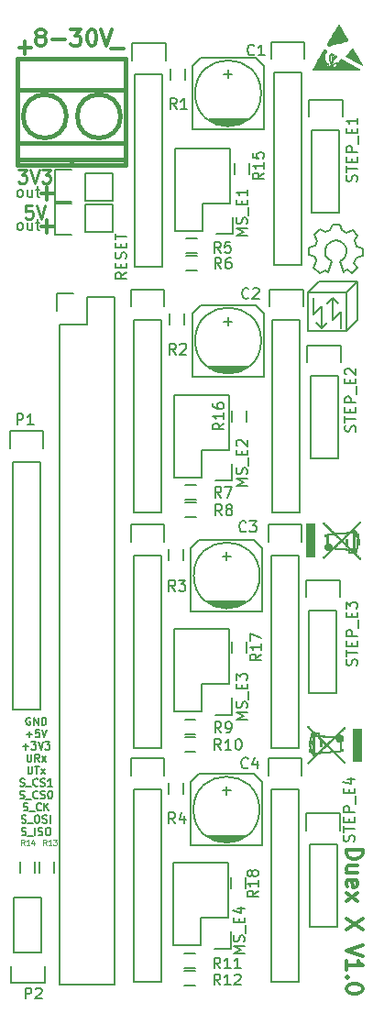
<source format=gto>
G04 #@! TF.FileFunction,Legend,Top*
%FSLAX46Y46*%
G04 Gerber Fmt 4.6, Leading zero omitted, Abs format (unit mm)*
G04 Created by KiCad (PCBNEW (2015-01-16 BZR 5376)-product) date 27.11.2015 11:03:23*
%MOMM*%
G01*
G04 APERTURE LIST*
%ADD10C,0.100000*%
%ADD11C,0.300000*%
%ADD12C,0.200000*%
%ADD13C,0.250000*%
%ADD14C,0.150000*%
%ADD15C,0.002540*%
%ADD16C,0.381000*%
G04 APERTURE END LIST*
D10*
D11*
X125793572Y-26269143D02*
X126936429Y-26269143D01*
X119158144Y-25094429D02*
X119015286Y-25023000D01*
X118943858Y-24951571D01*
X118872429Y-24808714D01*
X118872429Y-24737286D01*
X118943858Y-24594429D01*
X119015286Y-24523000D01*
X119158144Y-24451571D01*
X119443858Y-24451571D01*
X119586715Y-24523000D01*
X119658144Y-24594429D01*
X119729572Y-24737286D01*
X119729572Y-24808714D01*
X119658144Y-24951571D01*
X119586715Y-25023000D01*
X119443858Y-25094429D01*
X119158144Y-25094429D01*
X119015286Y-25165857D01*
X118943858Y-25237286D01*
X118872429Y-25380143D01*
X118872429Y-25665857D01*
X118943858Y-25808714D01*
X119015286Y-25880143D01*
X119158144Y-25951571D01*
X119443858Y-25951571D01*
X119586715Y-25880143D01*
X119658144Y-25808714D01*
X119729572Y-25665857D01*
X119729572Y-25380143D01*
X119658144Y-25237286D01*
X119586715Y-25165857D01*
X119443858Y-25094429D01*
X120372429Y-25380143D02*
X121515286Y-25380143D01*
X122086715Y-24451571D02*
X123015286Y-24451571D01*
X122515286Y-25023000D01*
X122729572Y-25023000D01*
X122872429Y-25094429D01*
X122943858Y-25165857D01*
X123015286Y-25308714D01*
X123015286Y-25665857D01*
X122943858Y-25808714D01*
X122872429Y-25880143D01*
X122729572Y-25951571D01*
X122301000Y-25951571D01*
X122158143Y-25880143D01*
X122086715Y-25808714D01*
X123943857Y-24451571D02*
X124086714Y-24451571D01*
X124229571Y-24523000D01*
X124301000Y-24594429D01*
X124372429Y-24737286D01*
X124443857Y-25023000D01*
X124443857Y-25380143D01*
X124372429Y-25665857D01*
X124301000Y-25808714D01*
X124229571Y-25880143D01*
X124086714Y-25951571D01*
X123943857Y-25951571D01*
X123801000Y-25880143D01*
X123729571Y-25808714D01*
X123658143Y-25665857D01*
X123586714Y-25380143D01*
X123586714Y-25023000D01*
X123658143Y-24737286D01*
X123729571Y-24594429D01*
X123801000Y-24523000D01*
X123943857Y-24451571D01*
X124872428Y-24451571D02*
X125372428Y-25951571D01*
X125872428Y-24451571D01*
D12*
X117300476Y-42997381D02*
X117205238Y-42949762D01*
X117157619Y-42902143D01*
X117110000Y-42806905D01*
X117110000Y-42521190D01*
X117157619Y-42425952D01*
X117205238Y-42378333D01*
X117300476Y-42330714D01*
X117443334Y-42330714D01*
X117538572Y-42378333D01*
X117586191Y-42425952D01*
X117633810Y-42521190D01*
X117633810Y-42806905D01*
X117586191Y-42902143D01*
X117538572Y-42949762D01*
X117443334Y-42997381D01*
X117300476Y-42997381D01*
X118490953Y-42330714D02*
X118490953Y-42997381D01*
X118062381Y-42330714D02*
X118062381Y-42854524D01*
X118110000Y-42949762D01*
X118205238Y-42997381D01*
X118348096Y-42997381D01*
X118443334Y-42949762D01*
X118490953Y-42902143D01*
X118824286Y-42330714D02*
X119205238Y-42330714D01*
X118967143Y-41997381D02*
X118967143Y-42854524D01*
X119014762Y-42949762D01*
X119110000Y-42997381D01*
X119205238Y-42997381D01*
D13*
X118516429Y-40744857D02*
X117945000Y-40744857D01*
X117887857Y-41316286D01*
X117945000Y-41259143D01*
X118059286Y-41202000D01*
X118345000Y-41202000D01*
X118459286Y-41259143D01*
X118516429Y-41316286D01*
X118573572Y-41430571D01*
X118573572Y-41716286D01*
X118516429Y-41830571D01*
X118459286Y-41887714D01*
X118345000Y-41944857D01*
X118059286Y-41944857D01*
X117945000Y-41887714D01*
X117887857Y-41830571D01*
X118916429Y-40744857D02*
X119316429Y-41944857D01*
X119716429Y-40744857D01*
D12*
X117300476Y-39949381D02*
X117205238Y-39901762D01*
X117157619Y-39854143D01*
X117110000Y-39758905D01*
X117110000Y-39473190D01*
X117157619Y-39377952D01*
X117205238Y-39330333D01*
X117300476Y-39282714D01*
X117443334Y-39282714D01*
X117538572Y-39330333D01*
X117586191Y-39377952D01*
X117633810Y-39473190D01*
X117633810Y-39758905D01*
X117586191Y-39854143D01*
X117538572Y-39901762D01*
X117443334Y-39949381D01*
X117300476Y-39949381D01*
X118490953Y-39282714D02*
X118490953Y-39949381D01*
X118062381Y-39282714D02*
X118062381Y-39806524D01*
X118110000Y-39901762D01*
X118205238Y-39949381D01*
X118348096Y-39949381D01*
X118443334Y-39901762D01*
X118490953Y-39854143D01*
X118824286Y-39282714D02*
X119205238Y-39282714D01*
X118967143Y-38949381D02*
X118967143Y-39806524D01*
X119014762Y-39901762D01*
X119110000Y-39949381D01*
X119205238Y-39949381D01*
D13*
X117259287Y-37442857D02*
X118002144Y-37442857D01*
X117602144Y-37900000D01*
X117773572Y-37900000D01*
X117887858Y-37957143D01*
X117945001Y-38014286D01*
X118002144Y-38128571D01*
X118002144Y-38414286D01*
X117945001Y-38528571D01*
X117887858Y-38585714D01*
X117773572Y-38642857D01*
X117430715Y-38642857D01*
X117316429Y-38585714D01*
X117259287Y-38528571D01*
X118345001Y-37442857D02*
X118745001Y-38642857D01*
X119145001Y-37442857D01*
X119430715Y-37442857D02*
X120173572Y-37442857D01*
X119773572Y-37900000D01*
X119945000Y-37900000D01*
X120059286Y-37957143D01*
X120116429Y-38014286D01*
X120173572Y-38128571D01*
X120173572Y-38414286D01*
X120116429Y-38528571D01*
X120059286Y-38585714D01*
X119945000Y-38642857D01*
X119602143Y-38642857D01*
X119487857Y-38585714D01*
X119430715Y-38528571D01*
D11*
X119316572Y-42652143D02*
X120459429Y-42652143D01*
X119888000Y-43223571D02*
X119888000Y-42080714D01*
D12*
X145288000Y-52070000D02*
X144780000Y-51562000D01*
X145288000Y-52070000D02*
X145796000Y-51562000D01*
X145288000Y-52070000D02*
X145288000Y-50038000D01*
X145288000Y-50038000D02*
X144526000Y-50800000D01*
X144526000Y-50800000D02*
X144526000Y-49276000D01*
X147066000Y-50546000D02*
X147066000Y-52070000D01*
X146304000Y-51308000D02*
X147066000Y-50546000D01*
X146304000Y-49276000D02*
X146304000Y-51308000D01*
X146304000Y-49276000D02*
X145796000Y-49784000D01*
X146304000Y-49276000D02*
X146812000Y-49784000D01*
X147574000Y-48768000D02*
X147574000Y-52324000D01*
X148590000Y-47752000D02*
X147574000Y-48768000D01*
X145034000Y-47752000D02*
X148590000Y-47752000D01*
X144018000Y-48768000D02*
X145034000Y-47752000D01*
X144018000Y-52324000D02*
X144018000Y-48768000D01*
X144018000Y-48768000D02*
X144018000Y-52324000D01*
X147574000Y-48768000D02*
X144018000Y-48768000D01*
X148590000Y-47752000D02*
X147574000Y-48768000D01*
X148590000Y-51308000D02*
X148590000Y-47752000D01*
X147574000Y-52324000D02*
X148590000Y-51308000D01*
X144018000Y-52324000D02*
X147574000Y-52324000D01*
D11*
X147530429Y-100199858D02*
X149030429Y-100199858D01*
X149030429Y-100557001D01*
X148959000Y-100771286D01*
X148816143Y-100914144D01*
X148673286Y-100985572D01*
X148387571Y-101057001D01*
X148173286Y-101057001D01*
X147887571Y-100985572D01*
X147744714Y-100914144D01*
X147601857Y-100771286D01*
X147530429Y-100557001D01*
X147530429Y-100199858D01*
X148530429Y-102342715D02*
X147530429Y-102342715D01*
X148530429Y-101699858D02*
X147744714Y-101699858D01*
X147601857Y-101771286D01*
X147530429Y-101914144D01*
X147530429Y-102128429D01*
X147601857Y-102271286D01*
X147673286Y-102342715D01*
X147601857Y-103628429D02*
X147530429Y-103485572D01*
X147530429Y-103199858D01*
X147601857Y-103057001D01*
X147744714Y-102985572D01*
X148316143Y-102985572D01*
X148459000Y-103057001D01*
X148530429Y-103199858D01*
X148530429Y-103485572D01*
X148459000Y-103628429D01*
X148316143Y-103699858D01*
X148173286Y-103699858D01*
X148030429Y-102985572D01*
X147530429Y-104199858D02*
X148530429Y-104985572D01*
X148530429Y-104199858D02*
X147530429Y-104985572D01*
X149030429Y-106557001D02*
X147530429Y-107557001D01*
X149030429Y-107557001D02*
X147530429Y-106557001D01*
X149030429Y-109057000D02*
X147530429Y-109557000D01*
X149030429Y-110057000D01*
X147530429Y-111342714D02*
X147530429Y-110485571D01*
X147530429Y-110914143D02*
X149030429Y-110914143D01*
X148816143Y-110771286D01*
X148673286Y-110628428D01*
X148601857Y-110485571D01*
X147673286Y-111985571D02*
X147601857Y-112056999D01*
X147530429Y-111985571D01*
X147601857Y-111914142D01*
X147673286Y-111985571D01*
X147530429Y-111985571D01*
X149030429Y-112985571D02*
X149030429Y-113128428D01*
X148959000Y-113271285D01*
X148887571Y-113342714D01*
X148744714Y-113414143D01*
X148459000Y-113485571D01*
X148101857Y-113485571D01*
X147816143Y-113414143D01*
X147673286Y-113342714D01*
X147601857Y-113271285D01*
X147530429Y-113128428D01*
X147530429Y-112985571D01*
X147601857Y-112842714D01*
X147673286Y-112771285D01*
X147816143Y-112699857D01*
X148101857Y-112628428D01*
X148459000Y-112628428D01*
X148744714Y-112699857D01*
X148887571Y-112771285D01*
X148959000Y-112842714D01*
X149030429Y-112985571D01*
D14*
X118338667Y-88037000D02*
X118272001Y-88003667D01*
X118172001Y-88003667D01*
X118072001Y-88037000D01*
X118005334Y-88103667D01*
X117972001Y-88170333D01*
X117938667Y-88303667D01*
X117938667Y-88403667D01*
X117972001Y-88537000D01*
X118005334Y-88603667D01*
X118072001Y-88670333D01*
X118172001Y-88703667D01*
X118238667Y-88703667D01*
X118338667Y-88670333D01*
X118372001Y-88637000D01*
X118372001Y-88403667D01*
X118238667Y-88403667D01*
X118672001Y-88703667D02*
X118672001Y-88003667D01*
X119072001Y-88703667D01*
X119072001Y-88003667D01*
X119405334Y-88703667D02*
X119405334Y-88003667D01*
X119572000Y-88003667D01*
X119672000Y-88037000D01*
X119738667Y-88103667D01*
X119772000Y-88170333D01*
X119805334Y-88303667D01*
X119805334Y-88403667D01*
X119772000Y-88537000D01*
X119738667Y-88603667D01*
X119672000Y-88670333D01*
X119572000Y-88703667D01*
X119405334Y-88703667D01*
X117972000Y-89567000D02*
X118505333Y-89567000D01*
X118238666Y-89833667D02*
X118238666Y-89300333D01*
X119172000Y-89133667D02*
X118838667Y-89133667D01*
X118805333Y-89467000D01*
X118838667Y-89433667D01*
X118905333Y-89400333D01*
X119072000Y-89400333D01*
X119138667Y-89433667D01*
X119172000Y-89467000D01*
X119205333Y-89533667D01*
X119205333Y-89700333D01*
X119172000Y-89767000D01*
X119138667Y-89800333D01*
X119072000Y-89833667D01*
X118905333Y-89833667D01*
X118838667Y-89800333D01*
X118805333Y-89767000D01*
X119405334Y-89133667D02*
X119638667Y-89833667D01*
X119872000Y-89133667D01*
X117638667Y-90697000D02*
X118172000Y-90697000D01*
X117905333Y-90963667D02*
X117905333Y-90430333D01*
X118438667Y-90263667D02*
X118872000Y-90263667D01*
X118638667Y-90530333D01*
X118738667Y-90530333D01*
X118805334Y-90563667D01*
X118838667Y-90597000D01*
X118872000Y-90663667D01*
X118872000Y-90830333D01*
X118838667Y-90897000D01*
X118805334Y-90930333D01*
X118738667Y-90963667D01*
X118538667Y-90963667D01*
X118472000Y-90930333D01*
X118438667Y-90897000D01*
X119072001Y-90263667D02*
X119305334Y-90963667D01*
X119538667Y-90263667D01*
X119705334Y-90263667D02*
X120138667Y-90263667D01*
X119905334Y-90530333D01*
X120005334Y-90530333D01*
X120072001Y-90563667D01*
X120105334Y-90597000D01*
X120138667Y-90663667D01*
X120138667Y-90830333D01*
X120105334Y-90897000D01*
X120072001Y-90930333D01*
X120005334Y-90963667D01*
X119805334Y-90963667D01*
X119738667Y-90930333D01*
X119705334Y-90897000D01*
X118038667Y-91393667D02*
X118038667Y-91960333D01*
X118072000Y-92027000D01*
X118105333Y-92060333D01*
X118172000Y-92093667D01*
X118305333Y-92093667D01*
X118372000Y-92060333D01*
X118405333Y-92027000D01*
X118438667Y-91960333D01*
X118438667Y-91393667D01*
X119172000Y-92093667D02*
X118938666Y-91760333D01*
X118772000Y-92093667D02*
X118772000Y-91393667D01*
X119038666Y-91393667D01*
X119105333Y-91427000D01*
X119138666Y-91460333D01*
X119172000Y-91527000D01*
X119172000Y-91627000D01*
X119138666Y-91693667D01*
X119105333Y-91727000D01*
X119038666Y-91760333D01*
X118772000Y-91760333D01*
X119405333Y-92093667D02*
X119772000Y-91627000D01*
X119405333Y-91627000D02*
X119772000Y-92093667D01*
X118122001Y-92523667D02*
X118122001Y-93090333D01*
X118155334Y-93157000D01*
X118188667Y-93190333D01*
X118255334Y-93223667D01*
X118388667Y-93223667D01*
X118455334Y-93190333D01*
X118488667Y-93157000D01*
X118522001Y-93090333D01*
X118522001Y-92523667D01*
X118755334Y-92523667D02*
X119155334Y-92523667D01*
X118955334Y-93223667D02*
X118955334Y-92523667D01*
X119322000Y-93223667D02*
X119688667Y-92757000D01*
X119322000Y-92757000D02*
X119688667Y-93223667D01*
X117388666Y-94320333D02*
X117488666Y-94353667D01*
X117655333Y-94353667D01*
X117722000Y-94320333D01*
X117755333Y-94287000D01*
X117788666Y-94220333D01*
X117788666Y-94153667D01*
X117755333Y-94087000D01*
X117722000Y-94053667D01*
X117655333Y-94020333D01*
X117522000Y-93987000D01*
X117455333Y-93953667D01*
X117422000Y-93920333D01*
X117388666Y-93853667D01*
X117388666Y-93787000D01*
X117422000Y-93720333D01*
X117455333Y-93687000D01*
X117522000Y-93653667D01*
X117688666Y-93653667D01*
X117788666Y-93687000D01*
X117922000Y-94420333D02*
X118455333Y-94420333D01*
X119022000Y-94287000D02*
X118988666Y-94320333D01*
X118888666Y-94353667D01*
X118822000Y-94353667D01*
X118722000Y-94320333D01*
X118655333Y-94253667D01*
X118622000Y-94187000D01*
X118588666Y-94053667D01*
X118588666Y-93953667D01*
X118622000Y-93820333D01*
X118655333Y-93753667D01*
X118722000Y-93687000D01*
X118822000Y-93653667D01*
X118888666Y-93653667D01*
X118988666Y-93687000D01*
X119022000Y-93720333D01*
X119288666Y-94320333D02*
X119388666Y-94353667D01*
X119555333Y-94353667D01*
X119622000Y-94320333D01*
X119655333Y-94287000D01*
X119688666Y-94220333D01*
X119688666Y-94153667D01*
X119655333Y-94087000D01*
X119622000Y-94053667D01*
X119555333Y-94020333D01*
X119422000Y-93987000D01*
X119355333Y-93953667D01*
X119322000Y-93920333D01*
X119288666Y-93853667D01*
X119288666Y-93787000D01*
X119322000Y-93720333D01*
X119355333Y-93687000D01*
X119422000Y-93653667D01*
X119588666Y-93653667D01*
X119688666Y-93687000D01*
X120355333Y-94353667D02*
X119955333Y-94353667D01*
X120155333Y-94353667D02*
X120155333Y-93653667D01*
X120088667Y-93753667D01*
X120022000Y-93820333D01*
X119955333Y-93853667D01*
X117388666Y-95450333D02*
X117488666Y-95483667D01*
X117655333Y-95483667D01*
X117722000Y-95450333D01*
X117755333Y-95417000D01*
X117788666Y-95350333D01*
X117788666Y-95283667D01*
X117755333Y-95217000D01*
X117722000Y-95183667D01*
X117655333Y-95150333D01*
X117522000Y-95117000D01*
X117455333Y-95083667D01*
X117422000Y-95050333D01*
X117388666Y-94983667D01*
X117388666Y-94917000D01*
X117422000Y-94850333D01*
X117455333Y-94817000D01*
X117522000Y-94783667D01*
X117688666Y-94783667D01*
X117788666Y-94817000D01*
X117922000Y-95550333D02*
X118455333Y-95550333D01*
X119022000Y-95417000D02*
X118988666Y-95450333D01*
X118888666Y-95483667D01*
X118822000Y-95483667D01*
X118722000Y-95450333D01*
X118655333Y-95383667D01*
X118622000Y-95317000D01*
X118588666Y-95183667D01*
X118588666Y-95083667D01*
X118622000Y-94950333D01*
X118655333Y-94883667D01*
X118722000Y-94817000D01*
X118822000Y-94783667D01*
X118888666Y-94783667D01*
X118988666Y-94817000D01*
X119022000Y-94850333D01*
X119288666Y-95450333D02*
X119388666Y-95483667D01*
X119555333Y-95483667D01*
X119622000Y-95450333D01*
X119655333Y-95417000D01*
X119688666Y-95350333D01*
X119688666Y-95283667D01*
X119655333Y-95217000D01*
X119622000Y-95183667D01*
X119555333Y-95150333D01*
X119422000Y-95117000D01*
X119355333Y-95083667D01*
X119322000Y-95050333D01*
X119288666Y-94983667D01*
X119288666Y-94917000D01*
X119322000Y-94850333D01*
X119355333Y-94817000D01*
X119422000Y-94783667D01*
X119588666Y-94783667D01*
X119688666Y-94817000D01*
X120122000Y-94783667D02*
X120188667Y-94783667D01*
X120255333Y-94817000D01*
X120288667Y-94850333D01*
X120322000Y-94917000D01*
X120355333Y-95050333D01*
X120355333Y-95217000D01*
X120322000Y-95350333D01*
X120288667Y-95417000D01*
X120255333Y-95450333D01*
X120188667Y-95483667D01*
X120122000Y-95483667D01*
X120055333Y-95450333D01*
X120022000Y-95417000D01*
X119988667Y-95350333D01*
X119955333Y-95217000D01*
X119955333Y-95050333D01*
X119988667Y-94917000D01*
X120022000Y-94850333D01*
X120055333Y-94817000D01*
X120122000Y-94783667D01*
X117705333Y-96580333D02*
X117805333Y-96613667D01*
X117972000Y-96613667D01*
X118038667Y-96580333D01*
X118072000Y-96547000D01*
X118105333Y-96480333D01*
X118105333Y-96413667D01*
X118072000Y-96347000D01*
X118038667Y-96313667D01*
X117972000Y-96280333D01*
X117838667Y-96247000D01*
X117772000Y-96213667D01*
X117738667Y-96180333D01*
X117705333Y-96113667D01*
X117705333Y-96047000D01*
X117738667Y-95980333D01*
X117772000Y-95947000D01*
X117838667Y-95913667D01*
X118005333Y-95913667D01*
X118105333Y-95947000D01*
X118238667Y-96680333D02*
X118772000Y-96680333D01*
X119338667Y-96547000D02*
X119305333Y-96580333D01*
X119205333Y-96613667D01*
X119138667Y-96613667D01*
X119038667Y-96580333D01*
X118972000Y-96513667D01*
X118938667Y-96447000D01*
X118905333Y-96313667D01*
X118905333Y-96213667D01*
X118938667Y-96080333D01*
X118972000Y-96013667D01*
X119038667Y-95947000D01*
X119138667Y-95913667D01*
X119205333Y-95913667D01*
X119305333Y-95947000D01*
X119338667Y-95980333D01*
X119638667Y-96613667D02*
X119638667Y-95913667D01*
X120038667Y-96613667D02*
X119738667Y-96213667D01*
X120038667Y-95913667D02*
X119638667Y-96313667D01*
X117538667Y-97710333D02*
X117638667Y-97743667D01*
X117805334Y-97743667D01*
X117872001Y-97710333D01*
X117905334Y-97677000D01*
X117938667Y-97610333D01*
X117938667Y-97543667D01*
X117905334Y-97477000D01*
X117872001Y-97443667D01*
X117805334Y-97410333D01*
X117672001Y-97377000D01*
X117605334Y-97343667D01*
X117572001Y-97310333D01*
X117538667Y-97243667D01*
X117538667Y-97177000D01*
X117572001Y-97110333D01*
X117605334Y-97077000D01*
X117672001Y-97043667D01*
X117838667Y-97043667D01*
X117938667Y-97077000D01*
X118072001Y-97810333D02*
X118605334Y-97810333D01*
X118905334Y-97043667D02*
X119038667Y-97043667D01*
X119105334Y-97077000D01*
X119172001Y-97143667D01*
X119205334Y-97277000D01*
X119205334Y-97510333D01*
X119172001Y-97643667D01*
X119105334Y-97710333D01*
X119038667Y-97743667D01*
X118905334Y-97743667D01*
X118838667Y-97710333D01*
X118772001Y-97643667D01*
X118738667Y-97510333D01*
X118738667Y-97277000D01*
X118772001Y-97143667D01*
X118838667Y-97077000D01*
X118905334Y-97043667D01*
X119472000Y-97710333D02*
X119572000Y-97743667D01*
X119738667Y-97743667D01*
X119805334Y-97710333D01*
X119838667Y-97677000D01*
X119872000Y-97610333D01*
X119872000Y-97543667D01*
X119838667Y-97477000D01*
X119805334Y-97443667D01*
X119738667Y-97410333D01*
X119605334Y-97377000D01*
X119538667Y-97343667D01*
X119505334Y-97310333D01*
X119472000Y-97243667D01*
X119472000Y-97177000D01*
X119505334Y-97110333D01*
X119538667Y-97077000D01*
X119605334Y-97043667D01*
X119772000Y-97043667D01*
X119872000Y-97077000D01*
X120172001Y-97743667D02*
X120172001Y-97043667D01*
X117538667Y-98840333D02*
X117638667Y-98873667D01*
X117805334Y-98873667D01*
X117872001Y-98840333D01*
X117905334Y-98807000D01*
X117938667Y-98740333D01*
X117938667Y-98673667D01*
X117905334Y-98607000D01*
X117872001Y-98573667D01*
X117805334Y-98540333D01*
X117672001Y-98507000D01*
X117605334Y-98473667D01*
X117572001Y-98440333D01*
X117538667Y-98373667D01*
X117538667Y-98307000D01*
X117572001Y-98240333D01*
X117605334Y-98207000D01*
X117672001Y-98173667D01*
X117838667Y-98173667D01*
X117938667Y-98207000D01*
X118072001Y-98940333D02*
X118605334Y-98940333D01*
X118772001Y-98873667D02*
X118772001Y-98173667D01*
X119072000Y-98840333D02*
X119172000Y-98873667D01*
X119338667Y-98873667D01*
X119405334Y-98840333D01*
X119438667Y-98807000D01*
X119472000Y-98740333D01*
X119472000Y-98673667D01*
X119438667Y-98607000D01*
X119405334Y-98573667D01*
X119338667Y-98540333D01*
X119205334Y-98507000D01*
X119138667Y-98473667D01*
X119105334Y-98440333D01*
X119072000Y-98373667D01*
X119072000Y-98307000D01*
X119105334Y-98240333D01*
X119138667Y-98207000D01*
X119205334Y-98173667D01*
X119372000Y-98173667D01*
X119472000Y-98207000D01*
X119905334Y-98173667D02*
X120038667Y-98173667D01*
X120105334Y-98207000D01*
X120172001Y-98273667D01*
X120205334Y-98407000D01*
X120205334Y-98640333D01*
X120172001Y-98773667D01*
X120105334Y-98840333D01*
X120038667Y-98873667D01*
X119905334Y-98873667D01*
X119838667Y-98840333D01*
X119772001Y-98773667D01*
X119738667Y-98640333D01*
X119738667Y-98407000D01*
X119772001Y-98273667D01*
X119838667Y-98207000D01*
X119905334Y-98173667D01*
D11*
X117284572Y-26142143D02*
X118427429Y-26142143D01*
X117856000Y-26713571D02*
X117856000Y-25570714D01*
X119316572Y-39604143D02*
X120459429Y-39604143D01*
X119888000Y-40175571D02*
X119888000Y-39032714D01*
D14*
X123444000Y-37719000D02*
X125984000Y-37719000D01*
X120624000Y-37439000D02*
X122174000Y-37439000D01*
X123444000Y-37719000D02*
X123444000Y-40259000D01*
X122174000Y-40539000D02*
X120624000Y-40539000D01*
X120624000Y-40539000D02*
X120624000Y-37439000D01*
X123444000Y-40259000D02*
X125984000Y-40259000D01*
X125984000Y-40259000D02*
X125984000Y-37719000D01*
X123444000Y-40640000D02*
X125984000Y-40640000D01*
X120624000Y-40360000D02*
X122174000Y-40360000D01*
X123444000Y-40640000D02*
X123444000Y-43180000D01*
X122174000Y-43460000D02*
X120624000Y-43460000D01*
X120624000Y-43460000D02*
X120624000Y-40360000D01*
X123444000Y-43180000D02*
X125984000Y-43180000D01*
X125984000Y-43180000D02*
X125984000Y-40640000D01*
X135844280Y-33284160D02*
X137368280Y-33284160D01*
X137749280Y-33157160D02*
X135463280Y-33157160D01*
X135209280Y-33030160D02*
X138003280Y-33030160D01*
X138257280Y-32903160D02*
X134955280Y-32903160D01*
X134828280Y-32776160D02*
X138384280Y-32776160D01*
X133304280Y-33665160D02*
X139908280Y-33665160D01*
X139908280Y-33665160D02*
X139908280Y-27823160D01*
X139908280Y-27823160D02*
X139146280Y-27061160D01*
X139146280Y-27061160D02*
X134066280Y-27061160D01*
X134066280Y-27061160D02*
X133304280Y-27823160D01*
X133304280Y-27823160D02*
X133304280Y-33665160D01*
X136606280Y-28204160D02*
X136606280Y-28966160D01*
X136225280Y-28585160D02*
X136987280Y-28585160D01*
X139654280Y-30363160D02*
G75*
G03X139654280Y-30363160I-3048000J0D01*
G01*
X135849360Y-56123840D02*
X137373360Y-56123840D01*
X137754360Y-55996840D02*
X135468360Y-55996840D01*
X135214360Y-55869840D02*
X138008360Y-55869840D01*
X138262360Y-55742840D02*
X134960360Y-55742840D01*
X134833360Y-55615840D02*
X138389360Y-55615840D01*
X133309360Y-56504840D02*
X139913360Y-56504840D01*
X139913360Y-56504840D02*
X139913360Y-50662840D01*
X139913360Y-50662840D02*
X139151360Y-49900840D01*
X139151360Y-49900840D02*
X134071360Y-49900840D01*
X134071360Y-49900840D02*
X133309360Y-50662840D01*
X133309360Y-50662840D02*
X133309360Y-56504840D01*
X136611360Y-51043840D02*
X136611360Y-51805840D01*
X136230360Y-51424840D02*
X136992360Y-51424840D01*
X139659360Y-53202840D02*
G75*
G03X139659360Y-53202840I-3048000J0D01*
G01*
X135722360Y-77810360D02*
X137246360Y-77810360D01*
X137627360Y-77683360D02*
X135341360Y-77683360D01*
X135087360Y-77556360D02*
X137881360Y-77556360D01*
X138135360Y-77429360D02*
X134833360Y-77429360D01*
X134706360Y-77302360D02*
X138262360Y-77302360D01*
X133182360Y-78191360D02*
X139786360Y-78191360D01*
X139786360Y-78191360D02*
X139786360Y-72349360D01*
X139786360Y-72349360D02*
X139024360Y-71587360D01*
X139024360Y-71587360D02*
X133944360Y-71587360D01*
X133944360Y-71587360D02*
X133182360Y-72349360D01*
X133182360Y-72349360D02*
X133182360Y-78191360D01*
X136484360Y-72730360D02*
X136484360Y-73492360D01*
X136103360Y-73111360D02*
X136865360Y-73111360D01*
X139532360Y-74889360D02*
G75*
G03X139532360Y-74889360I-3048000J0D01*
G01*
X135691880Y-99435920D02*
X137215880Y-99435920D01*
X137596880Y-99308920D02*
X135310880Y-99308920D01*
X135056880Y-99181920D02*
X137850880Y-99181920D01*
X138104880Y-99054920D02*
X134802880Y-99054920D01*
X134675880Y-98927920D02*
X138231880Y-98927920D01*
X133151880Y-99816920D02*
X139755880Y-99816920D01*
X139755880Y-99816920D02*
X139755880Y-93974920D01*
X139755880Y-93974920D02*
X138993880Y-93212920D01*
X138993880Y-93212920D02*
X133913880Y-93212920D01*
X133913880Y-93212920D02*
X133151880Y-93974920D01*
X133151880Y-93974920D02*
X133151880Y-99816920D01*
X136453880Y-94355920D02*
X136453880Y-95117920D01*
X136072880Y-94736920D02*
X136834880Y-94736920D01*
X139501880Y-96514920D02*
G75*
G03X139501880Y-96514920I-3048000J0D01*
G01*
X136770000Y-40528240D02*
X136770000Y-35448240D01*
X137050000Y-43348240D02*
X135500000Y-43348240D01*
X134230000Y-43068240D02*
X134230000Y-40528240D01*
X134230000Y-40528240D02*
X136770000Y-40528240D01*
X136770000Y-35448240D02*
X131690000Y-35448240D01*
X131690000Y-35448240D02*
X131690000Y-40528240D01*
X137050000Y-43348240D02*
X137050000Y-41798240D01*
X131690000Y-43068240D02*
X134230000Y-43068240D01*
X131690000Y-40528240D02*
X131690000Y-43068240D01*
X136670000Y-63317120D02*
X136670000Y-58237120D01*
X136950000Y-66137120D02*
X135400000Y-66137120D01*
X134130000Y-65857120D02*
X134130000Y-63317120D01*
X134130000Y-63317120D02*
X136670000Y-63317120D01*
X136670000Y-58237120D02*
X131590000Y-58237120D01*
X131590000Y-58237120D02*
X131590000Y-63317120D01*
X136950000Y-66137120D02*
X136950000Y-64587120D01*
X131590000Y-65857120D02*
X134130000Y-65857120D01*
X131590000Y-63317120D02*
X131590000Y-65857120D01*
X136697720Y-84937600D02*
X136697720Y-79857600D01*
X136977720Y-87757600D02*
X135427720Y-87757600D01*
X134157720Y-87477600D02*
X134157720Y-84937600D01*
X134157720Y-84937600D02*
X136697720Y-84937600D01*
X136697720Y-79857600D02*
X131617720Y-79857600D01*
X131617720Y-79857600D02*
X131617720Y-84937600D01*
X136977720Y-87757600D02*
X136977720Y-86207600D01*
X131617720Y-87477600D02*
X134157720Y-87477600D01*
X131617720Y-84937600D02*
X131617720Y-87477600D01*
X136630000Y-106522520D02*
X136630000Y-101442520D01*
X136910000Y-109342520D02*
X135360000Y-109342520D01*
X134090000Y-109062520D02*
X134090000Y-106522520D01*
X134090000Y-106522520D02*
X136630000Y-106522520D01*
X136630000Y-101442520D02*
X131550000Y-101442520D01*
X131550000Y-101442520D02*
X131550000Y-106522520D01*
X136910000Y-109342520D02*
X136910000Y-107792520D01*
X131550000Y-109062520D02*
X134090000Y-109062520D01*
X131550000Y-106522520D02*
X131550000Y-109062520D01*
X131303400Y-29130880D02*
X131303400Y-28130880D01*
X132653400Y-28130880D02*
X132653400Y-29130880D01*
X131211960Y-51731800D02*
X131211960Y-50731800D01*
X132561960Y-50731800D02*
X132561960Y-51731800D01*
X131125600Y-73479280D02*
X131125600Y-72479280D01*
X132475600Y-72479280D02*
X132475600Y-73479280D01*
X131145920Y-95043880D02*
X131145920Y-94043880D01*
X132495920Y-94043880D02*
X132495920Y-95043880D01*
X133723000Y-45119920D02*
X132723000Y-45119920D01*
X132723000Y-43769920D02*
X133723000Y-43769920D01*
X133723000Y-46684560D02*
X132723000Y-46684560D01*
X132723000Y-45334560D02*
X133723000Y-45334560D01*
X133626480Y-67878320D02*
X132626480Y-67878320D01*
X132626480Y-66528320D02*
X133626480Y-66528320D01*
X133636640Y-69478520D02*
X132636640Y-69478520D01*
X132636640Y-68128520D02*
X133636640Y-68128520D01*
X133606160Y-89534360D02*
X132606160Y-89534360D01*
X132606160Y-88184360D02*
X133606160Y-88184360D01*
X133606160Y-91175200D02*
X132606160Y-91175200D01*
X132606160Y-89825200D02*
X133606160Y-89825200D01*
X133570600Y-111124360D02*
X132570600Y-111124360D01*
X132570600Y-109774360D02*
X133570600Y-109774360D01*
X133580760Y-112749960D02*
X132580760Y-112749960D01*
X132580760Y-111399960D02*
X133580760Y-111399960D01*
X144353280Y-33756600D02*
X144353280Y-41376600D01*
X146893280Y-33756600D02*
X146893280Y-41376600D01*
X147173280Y-30936600D02*
X147173280Y-32486600D01*
X144353280Y-41376600D02*
X146893280Y-41376600D01*
X146893280Y-33756600D02*
X144353280Y-33756600D01*
X144073280Y-32486600D02*
X144073280Y-30936600D01*
X144073280Y-30936600D02*
X147173280Y-30936600D01*
X144211040Y-56469280D02*
X144211040Y-64089280D01*
X146751040Y-56469280D02*
X146751040Y-64089280D01*
X147031040Y-53649280D02*
X147031040Y-55199280D01*
X144211040Y-64089280D02*
X146751040Y-64089280D01*
X146751040Y-56469280D02*
X144211040Y-56469280D01*
X143931040Y-55199280D02*
X143931040Y-53649280D01*
X143931040Y-53649280D02*
X147031040Y-53649280D01*
X144109440Y-78120240D02*
X144109440Y-85740240D01*
X146649440Y-78120240D02*
X146649440Y-85740240D01*
X146929440Y-75300240D02*
X146929440Y-76850240D01*
X144109440Y-85740240D02*
X146649440Y-85740240D01*
X146649440Y-78120240D02*
X144109440Y-78120240D01*
X143829440Y-76850240D02*
X143829440Y-75300240D01*
X143829440Y-75300240D02*
X146929440Y-75300240D01*
X144129760Y-99705160D02*
X144129760Y-107325160D01*
X146669760Y-99705160D02*
X146669760Y-107325160D01*
X146949760Y-96885160D02*
X146949760Y-98435160D01*
X144129760Y-107325160D02*
X146669760Y-107325160D01*
X146669760Y-99705160D02*
X144129760Y-99705160D01*
X143849760Y-98435160D02*
X143849760Y-96885160D01*
X143849760Y-96885160D02*
X146949760Y-96885160D01*
X119253000Y-64389000D02*
X119253000Y-87249000D01*
X119253000Y-87249000D02*
X116713000Y-87249000D01*
X116713000Y-87249000D02*
X116713000Y-64389000D01*
X119533000Y-61569000D02*
X119533000Y-63119000D01*
X119253000Y-64389000D02*
X116713000Y-64389000D01*
X116433000Y-63119000D02*
X116433000Y-61569000D01*
X116433000Y-61569000D02*
X119533000Y-61569000D01*
X119380000Y-109728000D02*
X119380000Y-104648000D01*
X119380000Y-104648000D02*
X116840000Y-104648000D01*
X116840000Y-104648000D02*
X116840000Y-109728000D01*
X116560000Y-112548000D02*
X116560000Y-110998000D01*
X116840000Y-109728000D02*
X119380000Y-109728000D01*
X119660000Y-110998000D02*
X119660000Y-112548000D01*
X119660000Y-112548000D02*
X116560000Y-112548000D01*
X120563000Y-101354000D02*
X120563000Y-102354000D01*
X119213000Y-102354000D02*
X119213000Y-101354000D01*
X117435000Y-102354000D02*
X117435000Y-101354000D01*
X118785000Y-101354000D02*
X118785000Y-102354000D01*
X138597000Y-36838000D02*
X138597000Y-37838000D01*
X137247000Y-37838000D02*
X137247000Y-36838000D01*
X138343000Y-59698000D02*
X138343000Y-60698000D01*
X136993000Y-60698000D02*
X136993000Y-59698000D01*
X138343000Y-81034000D02*
X138343000Y-82034000D01*
X136993000Y-82034000D02*
X136993000Y-81034000D01*
X138216000Y-102751000D02*
X138216000Y-103751000D01*
X136866000Y-103751000D02*
X136866000Y-102751000D01*
D10*
G36*
X148757640Y-28162814D02*
X148731061Y-28169064D01*
X148640066Y-28174729D01*
X148487973Y-28179760D01*
X148278098Y-28184110D01*
X148013758Y-28187732D01*
X147698268Y-28190576D01*
X147334946Y-28192595D01*
X146927107Y-28193742D01*
X146598640Y-28194000D01*
X146586128Y-28193985D01*
X146586128Y-27661441D01*
X146569166Y-27609800D01*
X146516817Y-27556730D01*
X146448536Y-27569289D01*
X146382683Y-27626734D01*
X146302492Y-27743675D01*
X146284677Y-27845339D01*
X146291753Y-27872267D01*
X146337357Y-27917321D01*
X146408225Y-27911522D01*
X146487388Y-27856971D01*
X146496986Y-27846867D01*
X146569932Y-27746369D01*
X146586128Y-27661441D01*
X146586128Y-28193985D01*
X146186692Y-28193539D01*
X145856804Y-28192376D01*
X145856804Y-27870047D01*
X145852382Y-27785697D01*
X145832242Y-27709181D01*
X145791075Y-27645748D01*
X145741643Y-27619231D01*
X145703649Y-27634902D01*
X145694400Y-27672306D01*
X145713117Y-27733923D01*
X145759277Y-27816699D01*
X145770600Y-27833172D01*
X145820003Y-27897899D01*
X145844435Y-27910849D01*
X145855750Y-27877094D01*
X145856804Y-27870047D01*
X145856804Y-28192376D01*
X145806309Y-28192198D01*
X145462015Y-28190039D01*
X145158335Y-28187126D01*
X144899791Y-28183521D01*
X144690909Y-28179289D01*
X144536211Y-28174491D01*
X144440223Y-28169190D01*
X144407467Y-28163483D01*
X144423597Y-28129510D01*
X144468687Y-28045608D01*
X144537783Y-27920482D01*
X144625936Y-27762837D01*
X144728191Y-27581377D01*
X144839599Y-27384806D01*
X144955206Y-27181830D01*
X145070060Y-26981151D01*
X145179211Y-26791476D01*
X145277705Y-26621509D01*
X145360592Y-26479954D01*
X145422918Y-26375515D01*
X145445268Y-26339228D01*
X145483683Y-26293786D01*
X145529220Y-26286616D01*
X145597497Y-26320200D01*
X145676111Y-26375931D01*
X145708938Y-26404551D01*
X145718414Y-26436154D01*
X145700892Y-26486311D01*
X145652726Y-26570594D01*
X145616844Y-26629050D01*
X145549450Y-26743227D01*
X145510494Y-26832737D01*
X145497240Y-26919161D01*
X145506950Y-27024082D01*
X145536887Y-27169081D01*
X145544258Y-27201299D01*
X145595372Y-27386133D01*
X145650289Y-27508035D01*
X145711711Y-27571796D01*
X145760192Y-27584400D01*
X145808476Y-27605666D01*
X145851794Y-27676608D01*
X145880667Y-27753734D01*
X145914420Y-27848439D01*
X145940732Y-27909896D01*
X145950252Y-27923067D01*
X145973110Y-27896374D01*
X146011008Y-27831292D01*
X146015264Y-27823149D01*
X146062125Y-27673325D01*
X146048578Y-27531872D01*
X145999200Y-27439693D01*
X145948233Y-27329634D01*
X145926274Y-27182033D01*
X145932698Y-27020254D01*
X145966879Y-26867660D01*
X146017354Y-26762529D01*
X146074479Y-26686507D01*
X146118897Y-26641450D01*
X146130243Y-26636134D01*
X146176361Y-26654659D01*
X146167897Y-26706070D01*
X146114610Y-26774861D01*
X146068504Y-26830074D01*
X146041620Y-26889256D01*
X146028766Y-26972611D01*
X146024749Y-27100340D01*
X146024585Y-27125103D01*
X146026818Y-27276091D01*
X146037537Y-27368071D01*
X146060030Y-27409570D01*
X146097586Y-27409114D01*
X146127825Y-27392820D01*
X146169383Y-27328058D01*
X146179542Y-27213827D01*
X146157640Y-27061016D01*
X146149903Y-27028923D01*
X146147427Y-26951842D01*
X146167348Y-26862839D01*
X146201363Y-26782109D01*
X146241164Y-26729850D01*
X146275306Y-26723997D01*
X146280338Y-26761119D01*
X146253563Y-26815226D01*
X146215923Y-26906234D01*
X146204056Y-27016307D01*
X146217991Y-27117396D01*
X146253200Y-27178000D01*
X146283345Y-27194482D01*
X146298594Y-27171078D01*
X146303717Y-27096068D01*
X146304000Y-27053154D01*
X146316012Y-26925518D01*
X146348086Y-26832691D01*
X146356554Y-26820407D01*
X146393339Y-26777601D01*
X146397719Y-26791077D01*
X146384615Y-26839334D01*
X146366301Y-26940493D01*
X146368605Y-27027267D01*
X146384597Y-27066686D01*
X146421936Y-27073610D01*
X146450471Y-27034681D01*
X146456208Y-26971580D01*
X146453780Y-26959486D01*
X146452179Y-26882880D01*
X146491650Y-26857729D01*
X146561478Y-26888851D01*
X146597821Y-26921086D01*
X146599230Y-26953492D01*
X146560888Y-27005021D01*
X146520875Y-27048632D01*
X146388299Y-27201056D01*
X146301296Y-27329527D01*
X146250882Y-27450238D01*
X146228382Y-27575934D01*
X146222934Y-27674732D01*
X146226069Y-27738709D01*
X146232772Y-27752429D01*
X146262202Y-27725691D01*
X146309334Y-27661124D01*
X146321391Y-27642363D01*
X146399591Y-27558685D01*
X146489668Y-27522199D01*
X146573662Y-27537602D01*
X146608590Y-27567213D01*
X146634853Y-27587744D01*
X146668520Y-27581981D01*
X146719994Y-27542977D01*
X146799679Y-27463787D01*
X146861221Y-27398526D01*
X147069062Y-27175868D01*
X147897264Y-27653748D01*
X148113002Y-27778663D01*
X148310075Y-27893597D01*
X148480689Y-27993939D01*
X148617048Y-28075075D01*
X148711355Y-28132393D01*
X148755815Y-28161280D01*
X148757640Y-28162814D01*
X148757640Y-28162814D01*
X148757640Y-28162814D01*
G37*
X148757640Y-28162814D02*
X148731061Y-28169064D01*
X148640066Y-28174729D01*
X148487973Y-28179760D01*
X148278098Y-28184110D01*
X148013758Y-28187732D01*
X147698268Y-28190576D01*
X147334946Y-28192595D01*
X146927107Y-28193742D01*
X146598640Y-28194000D01*
X146586128Y-28193985D01*
X146586128Y-27661441D01*
X146569166Y-27609800D01*
X146516817Y-27556730D01*
X146448536Y-27569289D01*
X146382683Y-27626734D01*
X146302492Y-27743675D01*
X146284677Y-27845339D01*
X146291753Y-27872267D01*
X146337357Y-27917321D01*
X146408225Y-27911522D01*
X146487388Y-27856971D01*
X146496986Y-27846867D01*
X146569932Y-27746369D01*
X146586128Y-27661441D01*
X146586128Y-28193985D01*
X146186692Y-28193539D01*
X145856804Y-28192376D01*
X145856804Y-27870047D01*
X145852382Y-27785697D01*
X145832242Y-27709181D01*
X145791075Y-27645748D01*
X145741643Y-27619231D01*
X145703649Y-27634902D01*
X145694400Y-27672306D01*
X145713117Y-27733923D01*
X145759277Y-27816699D01*
X145770600Y-27833172D01*
X145820003Y-27897899D01*
X145844435Y-27910849D01*
X145855750Y-27877094D01*
X145856804Y-27870047D01*
X145856804Y-28192376D01*
X145806309Y-28192198D01*
X145462015Y-28190039D01*
X145158335Y-28187126D01*
X144899791Y-28183521D01*
X144690909Y-28179289D01*
X144536211Y-28174491D01*
X144440223Y-28169190D01*
X144407467Y-28163483D01*
X144423597Y-28129510D01*
X144468687Y-28045608D01*
X144537783Y-27920482D01*
X144625936Y-27762837D01*
X144728191Y-27581377D01*
X144839599Y-27384806D01*
X144955206Y-27181830D01*
X145070060Y-26981151D01*
X145179211Y-26791476D01*
X145277705Y-26621509D01*
X145360592Y-26479954D01*
X145422918Y-26375515D01*
X145445268Y-26339228D01*
X145483683Y-26293786D01*
X145529220Y-26286616D01*
X145597497Y-26320200D01*
X145676111Y-26375931D01*
X145708938Y-26404551D01*
X145718414Y-26436154D01*
X145700892Y-26486311D01*
X145652726Y-26570594D01*
X145616844Y-26629050D01*
X145549450Y-26743227D01*
X145510494Y-26832737D01*
X145497240Y-26919161D01*
X145506950Y-27024082D01*
X145536887Y-27169081D01*
X145544258Y-27201299D01*
X145595372Y-27386133D01*
X145650289Y-27508035D01*
X145711711Y-27571796D01*
X145760192Y-27584400D01*
X145808476Y-27605666D01*
X145851794Y-27676608D01*
X145880667Y-27753734D01*
X145914420Y-27848439D01*
X145940732Y-27909896D01*
X145950252Y-27923067D01*
X145973110Y-27896374D01*
X146011008Y-27831292D01*
X146015264Y-27823149D01*
X146062125Y-27673325D01*
X146048578Y-27531872D01*
X145999200Y-27439693D01*
X145948233Y-27329634D01*
X145926274Y-27182033D01*
X145932698Y-27020254D01*
X145966879Y-26867660D01*
X146017354Y-26762529D01*
X146074479Y-26686507D01*
X146118897Y-26641450D01*
X146130243Y-26636134D01*
X146176361Y-26654659D01*
X146167897Y-26706070D01*
X146114610Y-26774861D01*
X146068504Y-26830074D01*
X146041620Y-26889256D01*
X146028766Y-26972611D01*
X146024749Y-27100340D01*
X146024585Y-27125103D01*
X146026818Y-27276091D01*
X146037537Y-27368071D01*
X146060030Y-27409570D01*
X146097586Y-27409114D01*
X146127825Y-27392820D01*
X146169383Y-27328058D01*
X146179542Y-27213827D01*
X146157640Y-27061016D01*
X146149903Y-27028923D01*
X146147427Y-26951842D01*
X146167348Y-26862839D01*
X146201363Y-26782109D01*
X146241164Y-26729850D01*
X146275306Y-26723997D01*
X146280338Y-26761119D01*
X146253563Y-26815226D01*
X146215923Y-26906234D01*
X146204056Y-27016307D01*
X146217991Y-27117396D01*
X146253200Y-27178000D01*
X146283345Y-27194482D01*
X146298594Y-27171078D01*
X146303717Y-27096068D01*
X146304000Y-27053154D01*
X146316012Y-26925518D01*
X146348086Y-26832691D01*
X146356554Y-26820407D01*
X146393339Y-26777601D01*
X146397719Y-26791077D01*
X146384615Y-26839334D01*
X146366301Y-26940493D01*
X146368605Y-27027267D01*
X146384597Y-27066686D01*
X146421936Y-27073610D01*
X146450471Y-27034681D01*
X146456208Y-26971580D01*
X146453780Y-26959486D01*
X146452179Y-26882880D01*
X146491650Y-26857729D01*
X146561478Y-26888851D01*
X146597821Y-26921086D01*
X146599230Y-26953492D01*
X146560888Y-27005021D01*
X146520875Y-27048632D01*
X146388299Y-27201056D01*
X146301296Y-27329527D01*
X146250882Y-27450238D01*
X146228382Y-27575934D01*
X146222934Y-27674732D01*
X146226069Y-27738709D01*
X146232772Y-27752429D01*
X146262202Y-27725691D01*
X146309334Y-27661124D01*
X146321391Y-27642363D01*
X146399591Y-27558685D01*
X146489668Y-27522199D01*
X146573662Y-27537602D01*
X146608590Y-27567213D01*
X146634853Y-27587744D01*
X146668520Y-27581981D01*
X146719994Y-27542977D01*
X146799679Y-27463787D01*
X146861221Y-27398526D01*
X147069062Y-27175868D01*
X147897264Y-27653748D01*
X148113002Y-27778663D01*
X148310075Y-27893597D01*
X148480689Y-27993939D01*
X148617048Y-28075075D01*
X148711355Y-28132393D01*
X148755815Y-28161280D01*
X148757640Y-28162814D01*
X148757640Y-28162814D01*
G36*
X148970680Y-27739943D02*
X148939639Y-27726735D01*
X148857945Y-27683877D01*
X148733510Y-27615745D01*
X148574247Y-27526716D01*
X148388067Y-27421168D01*
X148212426Y-27320502D01*
X147465100Y-26890134D01*
X147769770Y-26559934D01*
X147883965Y-26437838D01*
X147982019Y-26336134D01*
X148054793Y-26264070D01*
X148093150Y-26230895D01*
X148096034Y-26229734D01*
X148117820Y-26257559D01*
X148167177Y-26334716D01*
X148238619Y-26451732D01*
X148326659Y-26599131D01*
X148425808Y-26767438D01*
X148530579Y-26947180D01*
X148635486Y-27128881D01*
X148735040Y-27303066D01*
X148823755Y-27460261D01*
X148896143Y-27590991D01*
X148946716Y-27685781D01*
X148969988Y-27735156D01*
X148970680Y-27739943D01*
X148970680Y-27739943D01*
X148970680Y-27739943D01*
G37*
X148970680Y-27739943D02*
X148939639Y-27726735D01*
X148857945Y-27683877D01*
X148733510Y-27615745D01*
X148574247Y-27526716D01*
X148388067Y-27421168D01*
X148212426Y-27320502D01*
X147465100Y-26890134D01*
X147769770Y-26559934D01*
X147883965Y-26437838D01*
X147982019Y-26336134D01*
X148054793Y-26264070D01*
X148093150Y-26230895D01*
X148096034Y-26229734D01*
X148117820Y-26257559D01*
X148167177Y-26334716D01*
X148238619Y-26451732D01*
X148326659Y-26599131D01*
X148425808Y-26767438D01*
X148530579Y-26947180D01*
X148635486Y-27128881D01*
X148735040Y-27303066D01*
X148823755Y-27460261D01*
X148896143Y-27590991D01*
X148946716Y-27685781D01*
X148969988Y-27735156D01*
X148970680Y-27739943D01*
X148970680Y-27739943D01*
G36*
X147620089Y-25440042D02*
X147612920Y-25464634D01*
X147601312Y-25476177D01*
X147493719Y-25534902D01*
X147334812Y-25594326D01*
X147140762Y-25649392D01*
X146927743Y-25695045D01*
X146868896Y-25705130D01*
X146637588Y-25743654D01*
X146462624Y-25776136D01*
X146333229Y-25805639D01*
X146238629Y-25835228D01*
X146168047Y-25867966D01*
X146110711Y-25906917D01*
X146085732Y-25927840D01*
X146013142Y-25990980D01*
X145968585Y-26016011D01*
X145926810Y-26006640D01*
X145862564Y-25966574D01*
X145855010Y-25961713D01*
X145784228Y-25914229D01*
X145741609Y-25881813D01*
X145740861Y-25881083D01*
X145752664Y-25848782D01*
X145793836Y-25766570D01*
X145859525Y-25642991D01*
X145944880Y-25486587D01*
X146045049Y-25305901D01*
X146155182Y-25109476D01*
X146270426Y-24905855D01*
X146385931Y-24703580D01*
X146496844Y-24511196D01*
X146598315Y-24337243D01*
X146685492Y-24190266D01*
X146753524Y-24078807D01*
X146797559Y-24011409D01*
X146812000Y-23994910D01*
X146832864Y-24022990D01*
X146882549Y-24101925D01*
X146956278Y-24223754D01*
X147049277Y-24380519D01*
X147156770Y-24564260D01*
X147243686Y-24714388D01*
X147373035Y-24939691D01*
X147471288Y-25113773D01*
X147541784Y-25243741D01*
X147587858Y-25336704D01*
X147612847Y-25399768D01*
X147620089Y-25440042D01*
X147620089Y-25440042D01*
X147620089Y-25440042D01*
G37*
X147620089Y-25440042D02*
X147612920Y-25464634D01*
X147601312Y-25476177D01*
X147493719Y-25534902D01*
X147334812Y-25594326D01*
X147140762Y-25649392D01*
X146927743Y-25695045D01*
X146868896Y-25705130D01*
X146637588Y-25743654D01*
X146462624Y-25776136D01*
X146333229Y-25805639D01*
X146238629Y-25835228D01*
X146168047Y-25867966D01*
X146110711Y-25906917D01*
X146085732Y-25927840D01*
X146013142Y-25990980D01*
X145968585Y-26016011D01*
X145926810Y-26006640D01*
X145862564Y-25966574D01*
X145855010Y-25961713D01*
X145784228Y-25914229D01*
X145741609Y-25881813D01*
X145740861Y-25881083D01*
X145752664Y-25848782D01*
X145793836Y-25766570D01*
X145859525Y-25642991D01*
X145944880Y-25486587D01*
X146045049Y-25305901D01*
X146155182Y-25109476D01*
X146270426Y-24905855D01*
X146385931Y-24703580D01*
X146496844Y-24511196D01*
X146598315Y-24337243D01*
X146685492Y-24190266D01*
X146753524Y-24078807D01*
X146797559Y-24011409D01*
X146812000Y-23994910D01*
X146832864Y-24022990D01*
X146882549Y-24101925D01*
X146956278Y-24223754D01*
X147049277Y-24380519D01*
X147156770Y-24564260D01*
X147243686Y-24714388D01*
X147373035Y-24939691D01*
X147471288Y-25113773D01*
X147541784Y-25243741D01*
X147587858Y-25336704D01*
X147612847Y-25399768D01*
X147620089Y-25440042D01*
X147620089Y-25440042D01*
D14*
X144777460Y-45887640D02*
X144518380Y-46448980D01*
X144518380Y-46448980D02*
X145056860Y-46967140D01*
X145056860Y-46967140D02*
X145577560Y-46697900D01*
X145577560Y-46697900D02*
X145856960Y-46857920D01*
X147297140Y-46837600D02*
X147627340Y-46647100D01*
X147627340Y-46647100D02*
X148066760Y-46977300D01*
X148066760Y-46977300D02*
X148539200Y-46487080D01*
X148539200Y-46487080D02*
X148257260Y-46007020D01*
X148257260Y-46007020D02*
X148447760Y-45537120D01*
X148447760Y-45537120D02*
X149057360Y-45349160D01*
X149057360Y-45349160D02*
X149057360Y-44668440D01*
X149057360Y-44668440D02*
X148498560Y-44528740D01*
X148498560Y-44528740D02*
X148297900Y-43957240D01*
X148297900Y-43957240D02*
X148567140Y-43487340D01*
X148567140Y-43487340D02*
X148097240Y-42976800D01*
X148097240Y-42976800D02*
X147579080Y-43238420D01*
X147579080Y-43238420D02*
X147109180Y-43037760D01*
X147109180Y-43037760D02*
X146939000Y-42496740D01*
X146939000Y-42496740D02*
X146248120Y-42478960D01*
X146248120Y-42478960D02*
X146037300Y-43027600D01*
X146037300Y-43027600D02*
X145618200Y-43197780D01*
X145618200Y-43197780D02*
X145067020Y-42928540D01*
X145067020Y-42928540D02*
X144548860Y-43456860D01*
X144548860Y-43456860D02*
X144797780Y-43997880D01*
X144797780Y-43997880D02*
X144627600Y-44477940D01*
X144627600Y-44477940D02*
X144078960Y-44577000D01*
X144078960Y-44577000D02*
X144068800Y-45278040D01*
X144068800Y-45278040D02*
X144627600Y-45478700D01*
X144627600Y-45478700D02*
X144767300Y-45877480D01*
X146908520Y-45857160D02*
X147208240Y-45707300D01*
X147208240Y-45707300D02*
X147408900Y-45509180D01*
X147408900Y-45509180D02*
X147558760Y-45107860D01*
X147558760Y-45107860D02*
X147558760Y-44709080D01*
X147558760Y-44709080D02*
X147408900Y-44358560D01*
X147408900Y-44358560D02*
X146956780Y-44008040D01*
X146956780Y-44008040D02*
X146507200Y-43957240D01*
X146507200Y-43957240D02*
X146108420Y-44058840D01*
X146108420Y-44058840D02*
X145707100Y-44406820D01*
X145707100Y-44406820D02*
X145557240Y-44858940D01*
X145557240Y-44858940D02*
X145608040Y-45356780D01*
X145608040Y-45356780D02*
X145856960Y-45659040D01*
X145856960Y-45659040D02*
X146207480Y-45857160D01*
X146207480Y-45857160D02*
X145856960Y-46857920D01*
X146908520Y-45857160D02*
X147307300Y-46857920D01*
X121031000Y-51689000D02*
X121031000Y-112649000D01*
X126111000Y-112649000D02*
X126111000Y-49149000D01*
X126111000Y-112649000D02*
X121031000Y-112649000D01*
X126111000Y-49149000D02*
X123571000Y-49149000D01*
X122301000Y-48869000D02*
X120751000Y-48869000D01*
X123571000Y-49149000D02*
X123571000Y-51689000D01*
X123571000Y-51689000D02*
X121031000Y-51689000D01*
X120751000Y-48869000D02*
X120751000Y-50419000D01*
X130556000Y-28575000D02*
X130556000Y-46355000D01*
X130556000Y-46355000D02*
X128016000Y-46355000D01*
X128016000Y-46355000D02*
X128016000Y-28575000D01*
X130836000Y-25755000D02*
X130836000Y-27305000D01*
X130556000Y-28575000D02*
X128016000Y-28575000D01*
X127736000Y-27305000D02*
X127736000Y-25755000D01*
X127736000Y-25755000D02*
X130836000Y-25755000D01*
X143383000Y-28448000D02*
X143383000Y-46228000D01*
X143383000Y-46228000D02*
X140843000Y-46228000D01*
X140843000Y-46228000D02*
X140843000Y-28448000D01*
X143663000Y-25628000D02*
X143663000Y-27178000D01*
X143383000Y-28448000D02*
X140843000Y-28448000D01*
X140563000Y-27178000D02*
X140563000Y-25628000D01*
X140563000Y-25628000D02*
X143663000Y-25628000D01*
X130429000Y-51308000D02*
X130429000Y-69088000D01*
X130429000Y-69088000D02*
X127889000Y-69088000D01*
X127889000Y-69088000D02*
X127889000Y-51308000D01*
X130709000Y-48488000D02*
X130709000Y-50038000D01*
X130429000Y-51308000D02*
X127889000Y-51308000D01*
X127609000Y-50038000D02*
X127609000Y-48488000D01*
X127609000Y-48488000D02*
X130709000Y-48488000D01*
X143256000Y-51308000D02*
X143256000Y-69088000D01*
X143256000Y-69088000D02*
X140716000Y-69088000D01*
X140716000Y-69088000D02*
X140716000Y-51308000D01*
X143536000Y-48488000D02*
X143536000Y-50038000D01*
X143256000Y-51308000D02*
X140716000Y-51308000D01*
X140436000Y-50038000D02*
X140436000Y-48488000D01*
X140436000Y-48488000D02*
X143536000Y-48488000D01*
X130429000Y-73025000D02*
X130429000Y-90805000D01*
X130429000Y-90805000D02*
X127889000Y-90805000D01*
X127889000Y-90805000D02*
X127889000Y-73025000D01*
X130709000Y-70205000D02*
X130709000Y-71755000D01*
X130429000Y-73025000D02*
X127889000Y-73025000D01*
X127609000Y-71755000D02*
X127609000Y-70205000D01*
X127609000Y-70205000D02*
X130709000Y-70205000D01*
X143129000Y-73025000D02*
X143129000Y-90805000D01*
X143129000Y-90805000D02*
X140589000Y-90805000D01*
X140589000Y-90805000D02*
X140589000Y-73025000D01*
X143409000Y-70205000D02*
X143409000Y-71755000D01*
X143129000Y-73025000D02*
X140589000Y-73025000D01*
X140309000Y-71755000D02*
X140309000Y-70205000D01*
X140309000Y-70205000D02*
X143409000Y-70205000D01*
X130429000Y-94615000D02*
X130429000Y-112395000D01*
X130429000Y-112395000D02*
X127889000Y-112395000D01*
X127889000Y-112395000D02*
X127889000Y-94615000D01*
X130709000Y-91795000D02*
X130709000Y-93345000D01*
X130429000Y-94615000D02*
X127889000Y-94615000D01*
X127609000Y-93345000D02*
X127609000Y-91795000D01*
X127609000Y-91795000D02*
X130709000Y-91795000D01*
X143129000Y-94615000D02*
X143129000Y-112395000D01*
X143129000Y-112395000D02*
X140589000Y-112395000D01*
X140589000Y-112395000D02*
X140589000Y-94615000D01*
X143409000Y-91795000D02*
X143409000Y-93345000D01*
X143129000Y-94615000D02*
X140589000Y-94615000D01*
X140309000Y-93345000D02*
X140309000Y-91795000D01*
X140309000Y-91795000D02*
X143409000Y-91795000D01*
D15*
G36*
X148902420Y-89047320D02*
X148902420Y-90551000D01*
X148902420Y-92054680D01*
X148523960Y-92054680D01*
X148148040Y-92054680D01*
X148148040Y-90551000D01*
X148148040Y-89047320D01*
X148523960Y-89047320D01*
X148902420Y-89047320D01*
X148902420Y-89047320D01*
X148902420Y-89047320D01*
G37*
X148902420Y-89047320D02*
X148902420Y-90551000D01*
X148902420Y-92054680D01*
X148523960Y-92054680D01*
X148148040Y-92054680D01*
X148148040Y-90551000D01*
X148148040Y-89047320D01*
X148523960Y-89047320D01*
X148902420Y-89047320D01*
X148902420Y-89047320D01*
G36*
X143974820Y-88793320D02*
X143979900Y-88795860D01*
X143992600Y-88806020D01*
X144007840Y-88823800D01*
X144030700Y-88844120D01*
X144056100Y-88866980D01*
X144081500Y-88894920D01*
X144091660Y-88902540D01*
X144122140Y-88933020D01*
X144155160Y-88966040D01*
X144188180Y-88996520D01*
X144218660Y-89027000D01*
X144244060Y-89049860D01*
X144261840Y-89070180D01*
X144279620Y-89085420D01*
X144302480Y-89108280D01*
X144332960Y-89136220D01*
X144363440Y-89169240D01*
X144399000Y-89202260D01*
X144434560Y-89237820D01*
X144470120Y-89270840D01*
X144510760Y-89311480D01*
X144546320Y-89347040D01*
X144574260Y-89372440D01*
X144597120Y-89395300D01*
X144614900Y-89413080D01*
X144627600Y-89425780D01*
X144637760Y-89435940D01*
X144645380Y-89441020D01*
X144647920Y-89443560D01*
X144653000Y-89446100D01*
X144653000Y-89446100D01*
X144653000Y-89446100D01*
X144653000Y-89446100D01*
X144655540Y-89438480D01*
X144658080Y-89425780D01*
X144658080Y-89420700D01*
X144660620Y-89397840D01*
X144846040Y-89395300D01*
X145031460Y-89395300D01*
X145031460Y-89504520D01*
X144932400Y-89504520D01*
X144846040Y-89504520D01*
X144757140Y-89507060D01*
X144757140Y-89529920D01*
X144754600Y-89537540D01*
X144586960Y-89537540D01*
X144584420Y-89537540D01*
X144581880Y-89542620D01*
X144579340Y-89557860D01*
X144579340Y-89573100D01*
X144579340Y-89590880D01*
X144581880Y-89606120D01*
X144581880Y-89611200D01*
X144589500Y-89613740D01*
X144602200Y-89616280D01*
X144619980Y-89618820D01*
X144635220Y-89618820D01*
X144650460Y-89618820D01*
X144653000Y-89618820D01*
X144658080Y-89613740D01*
X144653000Y-89603580D01*
X144642840Y-89588340D01*
X144627600Y-89570560D01*
X144622520Y-89565480D01*
X144607280Y-89552780D01*
X144594580Y-89542620D01*
X144586960Y-89537540D01*
X144754600Y-89537540D01*
X144754600Y-89552780D01*
X144815560Y-89611200D01*
X144873980Y-89669620D01*
X144904460Y-89669620D01*
X144932400Y-89669620D01*
X144932400Y-89585800D01*
X144932400Y-89504520D01*
X145031460Y-89504520D01*
X145031460Y-89522300D01*
X145034000Y-89651840D01*
X145067020Y-89654380D01*
X145084800Y-89656920D01*
X145112740Y-89659460D01*
X145140680Y-89662000D01*
X145171160Y-89664540D01*
X145173700Y-89664540D01*
X145201640Y-89667080D01*
X145229580Y-89669620D01*
X145254980Y-89669620D01*
X145270220Y-89672160D01*
X145272760Y-89672160D01*
X145288000Y-89674700D01*
X145313400Y-89674700D01*
X145343880Y-89677240D01*
X145376900Y-89679780D01*
X145409920Y-89682320D01*
X145437860Y-89684860D01*
X145463260Y-89687400D01*
X145463260Y-89687400D01*
X145481040Y-89689940D01*
X145503900Y-89689940D01*
X145534380Y-89692480D01*
X145564860Y-89695020D01*
X145572480Y-89695020D01*
X145600420Y-89697560D01*
X145623280Y-89700100D01*
X145641060Y-89700100D01*
X145646140Y-89702640D01*
X144391380Y-89702640D01*
X144381220Y-89702640D01*
X144371060Y-89710260D01*
X144358360Y-89722960D01*
X144355820Y-89725500D01*
X144343120Y-89743280D01*
X144332960Y-89761060D01*
X144325340Y-89771220D01*
X144317720Y-89791540D01*
X144310100Y-89809320D01*
X144307560Y-89811860D01*
X144289780Y-89860120D01*
X144272000Y-89910920D01*
X144256760Y-89971880D01*
X144244060Y-90040460D01*
X144236440Y-90081100D01*
X144231360Y-90103960D01*
X144228820Y-90124280D01*
X144226280Y-90136980D01*
X144226280Y-90142060D01*
X144226280Y-90147140D01*
X144233900Y-90149680D01*
X144249140Y-90152220D01*
X144254220Y-90152220D01*
X144282160Y-90152220D01*
X144282160Y-90251280D01*
X144152620Y-90251280D01*
X144152620Y-90408760D01*
X144152620Y-90566240D01*
X144170400Y-90566240D01*
X144188180Y-90566240D01*
X144188180Y-90411300D01*
X144185640Y-90253820D01*
X144170400Y-90251280D01*
X144152620Y-90251280D01*
X144282160Y-90251280D01*
X144282160Y-90416380D01*
X144279620Y-90675460D01*
X144246600Y-90675460D01*
X144213580Y-90678000D01*
X144213580Y-90698320D01*
X144213580Y-90718640D01*
X144216120Y-90744040D01*
X144218660Y-90769440D01*
X144221200Y-90792300D01*
X144221200Y-90810080D01*
X144223740Y-90822780D01*
X144226280Y-90827860D01*
X144228820Y-90835480D01*
X144231360Y-90850720D01*
X144233900Y-90863420D01*
X144236440Y-90883740D01*
X144238980Y-90904060D01*
X144238980Y-90911680D01*
X144241520Y-90929460D01*
X144325340Y-90929460D01*
X144406620Y-90929460D01*
X144406620Y-90317320D01*
X144404080Y-89702640D01*
X144391380Y-89702640D01*
X145646140Y-89702640D01*
X145651220Y-89702640D01*
X145653760Y-89702640D01*
X145658840Y-89705180D01*
X145674080Y-89705180D01*
X145691860Y-89705180D01*
X145699480Y-89707720D01*
X145722340Y-89707720D01*
X145732500Y-89707720D01*
X144599660Y-89707720D01*
X144586960Y-89710260D01*
X144581880Y-89712800D01*
X144581880Y-89717880D01*
X144581880Y-89733120D01*
X144581880Y-89758520D01*
X144581880Y-89791540D01*
X144579340Y-89832180D01*
X144579340Y-89880440D01*
X144579340Y-89933780D01*
X144579340Y-89992200D01*
X144579340Y-90055700D01*
X144579340Y-90124280D01*
X144579340Y-90195400D01*
X144579340Y-90269060D01*
X144579340Y-90342720D01*
X144579340Y-90421460D01*
X144579340Y-90497660D01*
X144579340Y-90573860D01*
X144579340Y-90650060D01*
X144579340Y-90723720D01*
X144579340Y-90797380D01*
X144579340Y-90865960D01*
X144579340Y-90932000D01*
X144579340Y-90992960D01*
X144579340Y-91038680D01*
X144256760Y-91038680D01*
X144231360Y-91038680D01*
X144213580Y-91038680D01*
X144203420Y-91041220D01*
X144200880Y-91043760D01*
X144200880Y-91046300D01*
X144200880Y-91048840D01*
X144208500Y-91051380D01*
X144218660Y-91053920D01*
X144238980Y-91053920D01*
X144256760Y-91053920D01*
X144279620Y-91053920D01*
X144297400Y-91051380D01*
X144310100Y-91051380D01*
X144315180Y-91051380D01*
X144317720Y-91046300D01*
X144312640Y-91041220D01*
X144297400Y-91038680D01*
X144274540Y-91038680D01*
X144256760Y-91038680D01*
X144579340Y-91038680D01*
X144579340Y-91051380D01*
X144581880Y-91102180D01*
X144581880Y-91145360D01*
X144581880Y-91163140D01*
X144406620Y-91163140D01*
X144360900Y-91163140D01*
X144340580Y-91163140D01*
X144325340Y-91163140D01*
X144315180Y-91165680D01*
X144312640Y-91165680D01*
X144317720Y-91175840D01*
X144325340Y-91191080D01*
X144335500Y-91211400D01*
X144348200Y-91229180D01*
X144360900Y-91246960D01*
X144365980Y-91249500D01*
X144381220Y-91267280D01*
X144393920Y-91274900D01*
X144401540Y-91274900D01*
X144404080Y-91267280D01*
X144406620Y-91252040D01*
X144406620Y-91224100D01*
X144406620Y-91219020D01*
X144406620Y-91163140D01*
X144581880Y-91163140D01*
X144581880Y-91183460D01*
X144581880Y-91213940D01*
X144581880Y-91234260D01*
X144584420Y-91246960D01*
X144584420Y-91246960D01*
X144589500Y-91249500D01*
X144604740Y-91249500D01*
X144627600Y-91246960D01*
X144655540Y-91244420D01*
X144678400Y-91244420D01*
X144711420Y-91241880D01*
X144741900Y-91236800D01*
X144767300Y-91236800D01*
X144787620Y-91234260D01*
X144797780Y-91234260D01*
X144830800Y-91229180D01*
X144858740Y-91226640D01*
X144876520Y-91224100D01*
X144891760Y-91221560D01*
X144901920Y-91219020D01*
X144909540Y-91213940D01*
X144914620Y-91208860D01*
X144922240Y-91201240D01*
X144937480Y-91188540D01*
X144957800Y-91170760D01*
X144983200Y-91145360D01*
X145011140Y-91117420D01*
X145044160Y-91086940D01*
X145079720Y-91053920D01*
X145115280Y-91018360D01*
X145150840Y-90982800D01*
X145188940Y-90947240D01*
X145224500Y-90914220D01*
X145239740Y-90896440D01*
X145265140Y-90873580D01*
X145290540Y-90848180D01*
X145315940Y-90825320D01*
X145336260Y-90805000D01*
X145348960Y-90792300D01*
X145371820Y-90769440D01*
X145399760Y-90741500D01*
X145430240Y-90713560D01*
X145458180Y-90685620D01*
X145488660Y-90657680D01*
X145519140Y-90629740D01*
X145544540Y-90604340D01*
X145567400Y-90581480D01*
X145587720Y-90563700D01*
X145600420Y-90551000D01*
X145608040Y-90543380D01*
X145610580Y-90543380D01*
X145615660Y-90535760D01*
X145618200Y-90535760D01*
X145613120Y-90530680D01*
X145602960Y-90520520D01*
X145590260Y-90505280D01*
X145572480Y-90487500D01*
X145562320Y-90479880D01*
X145542000Y-90459560D01*
X145516600Y-90434160D01*
X145486120Y-90406220D01*
X145455640Y-90375740D01*
X145425160Y-90345260D01*
X145404840Y-90324940D01*
X145379440Y-90299540D01*
X145354040Y-90276680D01*
X145333720Y-90256360D01*
X145315940Y-90241120D01*
X145305780Y-90230960D01*
X145300700Y-90225880D01*
X145300700Y-90225880D01*
X145298160Y-90230960D01*
X145298160Y-90246200D01*
X145298160Y-90269060D01*
X145295620Y-90302080D01*
X145295620Y-90342720D01*
X145295620Y-90390980D01*
X145293080Y-90446860D01*
X145293080Y-90457020D01*
X145293080Y-90688160D01*
X145186400Y-90688160D01*
X145079720Y-90688160D01*
X145077180Y-90347800D01*
X145077180Y-90007440D01*
X145039080Y-89969340D01*
X145023840Y-89954100D01*
X145003520Y-89933780D01*
X144978120Y-89908380D01*
X144950180Y-89882980D01*
X144924780Y-89855040D01*
X144917160Y-89849960D01*
X144835880Y-89768680D01*
X144749520Y-89768680D01*
X144716500Y-89768680D01*
X144693640Y-89768680D01*
X144678400Y-89766140D01*
X144668240Y-89766140D01*
X144663160Y-89763600D01*
X144660620Y-89761060D01*
X144658080Y-89755980D01*
X144658080Y-89755980D01*
X144658080Y-89745820D01*
X144658080Y-89740740D01*
X144658080Y-89725500D01*
X144655540Y-89717880D01*
X144645380Y-89712800D01*
X144627600Y-89710260D01*
X144622520Y-89710260D01*
X144599660Y-89707720D01*
X145732500Y-89707720D01*
X145747740Y-89710260D01*
X145768060Y-89710260D01*
X145768060Y-89710260D01*
X145788380Y-89712800D01*
X145811240Y-89715340D01*
X145836640Y-89717880D01*
X145836640Y-89717880D01*
X145859500Y-89720420D01*
X145879820Y-89722960D01*
X145892520Y-89722960D01*
X145895060Y-89722960D01*
X145907760Y-89725500D01*
X145925540Y-89728040D01*
X145948400Y-89728040D01*
X145966180Y-89730580D01*
X145989040Y-89730580D01*
X146011900Y-89733120D01*
X146029680Y-89733120D01*
X146034760Y-89735660D01*
X146047460Y-89735660D01*
X146067780Y-89738200D01*
X146085560Y-89738200D01*
X146098260Y-89740740D01*
X146121120Y-89743280D01*
X146151600Y-89743280D01*
X146184620Y-89748360D01*
X146199860Y-89748360D01*
X145044160Y-89748360D01*
X145036540Y-89748360D01*
X145034000Y-89750900D01*
X145031460Y-89753440D01*
X145031460Y-89758520D01*
X145028920Y-89763600D01*
X145023840Y-89766140D01*
X145011140Y-89768680D01*
X145006060Y-89768680D01*
X144993360Y-89768680D01*
X144985740Y-89771220D01*
X144983200Y-89773760D01*
X144988280Y-89778840D01*
X144998440Y-89789000D01*
X145013680Y-89804240D01*
X145034000Y-89824560D01*
X145056860Y-89847420D01*
X145082260Y-89872820D01*
X145107660Y-89898220D01*
X145133060Y-89923620D01*
X145158460Y-89946480D01*
X145181320Y-89966800D01*
X145201640Y-89984580D01*
X145216880Y-89999820D01*
X145227040Y-90007440D01*
X145229580Y-90009980D01*
X145242280Y-90009980D01*
X145257520Y-90009980D01*
X145262600Y-90009980D01*
X145275300Y-90009980D01*
X145288000Y-90009980D01*
X145288000Y-90012520D01*
X145293080Y-90017600D01*
X145295620Y-90032840D01*
X145295620Y-90048080D01*
X145298160Y-90083640D01*
X145338800Y-90121740D01*
X145188940Y-90121740D01*
X145188940Y-90124280D01*
X145186400Y-90131900D01*
X145186400Y-90147140D01*
X145183860Y-90164920D01*
X145183860Y-90192860D01*
X145183860Y-90228420D01*
X145183860Y-90271600D01*
X145181320Y-90322400D01*
X145181320Y-90352880D01*
X145181320Y-90401140D01*
X145181320Y-90444320D01*
X145181320Y-90484960D01*
X145181320Y-90520520D01*
X145181320Y-90551000D01*
X145183860Y-90568780D01*
X145183860Y-90581480D01*
X145183860Y-90584020D01*
X145188940Y-90589100D01*
X145191480Y-90589100D01*
X145191480Y-90584020D01*
X145194020Y-90568780D01*
X145194020Y-90548460D01*
X145196560Y-90517980D01*
X145196560Y-90484960D01*
X145196560Y-90446860D01*
X145196560Y-90406220D01*
X145196560Y-90363040D01*
X145196560Y-90322400D01*
X145196560Y-90279220D01*
X145196560Y-90241120D01*
X145194020Y-90205560D01*
X145194020Y-90175080D01*
X145194020Y-90149680D01*
X145191480Y-90131900D01*
X145191480Y-90124280D01*
X145188940Y-90121740D01*
X145338800Y-90121740D01*
X145488660Y-90269060D01*
X145526760Y-90304620D01*
X145562320Y-90340180D01*
X145592800Y-90370660D01*
X145623280Y-90398600D01*
X145646140Y-90421460D01*
X145666460Y-90439240D01*
X145681700Y-90451940D01*
X145689320Y-90457020D01*
X145689320Y-90457020D01*
X145696940Y-90454480D01*
X145709640Y-90444320D01*
X145724880Y-90431620D01*
X145745200Y-90413840D01*
X145750280Y-90408760D01*
X145768060Y-90390980D01*
X145790920Y-90368120D01*
X145821400Y-90340180D01*
X145851880Y-90312240D01*
X145882360Y-90281760D01*
X145912840Y-90251280D01*
X145943320Y-90223340D01*
X145971260Y-90195400D01*
X145999200Y-90170000D01*
X146022060Y-90147140D01*
X146039840Y-90129360D01*
X146052540Y-90116660D01*
X146052540Y-90116660D01*
X146065240Y-90103960D01*
X146083020Y-90088720D01*
X146103340Y-90065860D01*
X146131280Y-90040460D01*
X146159220Y-90012520D01*
X146189700Y-89984580D01*
X146197320Y-89976960D01*
X146225260Y-89949020D01*
X146253200Y-89923620D01*
X146273520Y-89900760D01*
X146293840Y-89882980D01*
X146306540Y-89870280D01*
X146311620Y-89862660D01*
X146314160Y-89862660D01*
X146309080Y-89860120D01*
X146296380Y-89857580D01*
X146283680Y-89855040D01*
X146255740Y-89852500D01*
X146220180Y-89847420D01*
X146184620Y-89844880D01*
X146149060Y-89839800D01*
X146118580Y-89839800D01*
X146095720Y-89837260D01*
X146067780Y-89834720D01*
X146039840Y-89832180D01*
X146027140Y-89829640D01*
X145999200Y-89827100D01*
X145971260Y-89824560D01*
X145948400Y-89824560D01*
X145938240Y-89822020D01*
X145923000Y-89822020D01*
X145897600Y-89819480D01*
X145867120Y-89816940D01*
X145836640Y-89814400D01*
X145816320Y-89811860D01*
X145785840Y-89809320D01*
X145752820Y-89806780D01*
X145724880Y-89804240D01*
X145704560Y-89801700D01*
X145694400Y-89801700D01*
X145671540Y-89799160D01*
X145651220Y-89799160D01*
X145638520Y-89796620D01*
X145623280Y-89794080D01*
X145602960Y-89794080D01*
X145575020Y-89791540D01*
X145547080Y-89789000D01*
X145547080Y-89789000D01*
X145496280Y-89783920D01*
X145440400Y-89781380D01*
X145379440Y-89776300D01*
X145321020Y-89771220D01*
X145262600Y-89766140D01*
X145211800Y-89761060D01*
X145181320Y-89758520D01*
X145138140Y-89753440D01*
X145102580Y-89750900D01*
X145077180Y-89748360D01*
X145059400Y-89748360D01*
X145044160Y-89748360D01*
X146199860Y-89748360D01*
X146225260Y-89750900D01*
X146263360Y-89753440D01*
X146265900Y-89753440D01*
X146410680Y-89763600D01*
X146431000Y-89748360D01*
X146436080Y-89740740D01*
X146451320Y-89725500D01*
X146471640Y-89705180D01*
X146497040Y-89682320D01*
X146522440Y-89656920D01*
X146550380Y-89628980D01*
X146552920Y-89628980D01*
X146580860Y-89601040D01*
X146611340Y-89570560D01*
X146639280Y-89545160D01*
X146664680Y-89519760D01*
X146685000Y-89499440D01*
X146697700Y-89489280D01*
X146712940Y-89474040D01*
X146733260Y-89453720D01*
X146758660Y-89428320D01*
X146786600Y-89400380D01*
X146817080Y-89372440D01*
X146834860Y-89354660D01*
X146862800Y-89326720D01*
X146893280Y-89298780D01*
X146921220Y-89270840D01*
X146946620Y-89247980D01*
X146966940Y-89230200D01*
X146974560Y-89220040D01*
X146989800Y-89204800D01*
X147012660Y-89184480D01*
X147038060Y-89159080D01*
X147068540Y-89131140D01*
X147099020Y-89103200D01*
X147121880Y-89080340D01*
X147170140Y-89032080D01*
X147213320Y-88991440D01*
X147248880Y-88958420D01*
X147276820Y-88933020D01*
X147297140Y-88912700D01*
X147312380Y-88900000D01*
X147320000Y-88892380D01*
X147320000Y-88892380D01*
X147327620Y-88894920D01*
X147337780Y-88902540D01*
X147350480Y-88915240D01*
X147363180Y-88930480D01*
X147375880Y-88943180D01*
X147386040Y-88955880D01*
X147391120Y-88963500D01*
X147391120Y-88963500D01*
X147386040Y-88968580D01*
X147378420Y-88978740D01*
X147363180Y-88991440D01*
X147355560Y-88999060D01*
X147340320Y-89014300D01*
X147322540Y-89032080D01*
X147297140Y-89054940D01*
X147271740Y-89080340D01*
X147243800Y-89108280D01*
X147223480Y-89126060D01*
X147195540Y-89156540D01*
X147165060Y-89184480D01*
X147134580Y-89212420D01*
X147109180Y-89237820D01*
X147088860Y-89258140D01*
X147078700Y-89265760D01*
X147060920Y-89283540D01*
X147038060Y-89306400D01*
X147007580Y-89334340D01*
X146974560Y-89367360D01*
X146936460Y-89402920D01*
X146898360Y-89441020D01*
X146857720Y-89479120D01*
X146817080Y-89519760D01*
X146776440Y-89557860D01*
X146738340Y-89595960D01*
X146702780Y-89628980D01*
X146690080Y-89641680D01*
X146664680Y-89667080D01*
X146639280Y-89689940D01*
X146618960Y-89710260D01*
X146598640Y-89728040D01*
X146585940Y-89740740D01*
X146585940Y-89740740D01*
X146570700Y-89755980D01*
X146560540Y-89768680D01*
X146560540Y-89776300D01*
X146570700Y-89778840D01*
X146575780Y-89778840D01*
X146588480Y-89776300D01*
X146596100Y-89768680D01*
X146606260Y-89755980D01*
X146608800Y-89750900D01*
X146624040Y-89728040D01*
X146646900Y-89702640D01*
X146669760Y-89679780D01*
X146695160Y-89656920D01*
X146718020Y-89641680D01*
X146725640Y-89636600D01*
X146756120Y-89621360D01*
X146781520Y-89611200D01*
X146801840Y-89603580D01*
X146824700Y-89598500D01*
X146850100Y-89598500D01*
X146883120Y-89595960D01*
X146885660Y-89595960D01*
X146933920Y-89598500D01*
X146972020Y-89603580D01*
X147005040Y-89613740D01*
X147032980Y-89626440D01*
X147038060Y-89628980D01*
X147053300Y-89636600D01*
X147063460Y-89641680D01*
X147081240Y-89651840D01*
X147099020Y-89669620D01*
X147121880Y-89689940D01*
X147142200Y-89712800D01*
X147162520Y-89738200D01*
X147180300Y-89761060D01*
X147182840Y-89768680D01*
X146893280Y-89768680D01*
X146875500Y-89768680D01*
X146857720Y-89771220D01*
X146850100Y-89773760D01*
X146834860Y-89778840D01*
X146824700Y-89781380D01*
X146814540Y-89786460D01*
X146799300Y-89796620D01*
X146781520Y-89811860D01*
X146766280Y-89829640D01*
X146753580Y-89844880D01*
X146748500Y-89855040D01*
X146743420Y-89865200D01*
X146743420Y-89867740D01*
X146464020Y-89867740D01*
X146461480Y-89867740D01*
X146456400Y-89867740D01*
X146453860Y-89872820D01*
X146446240Y-89877900D01*
X146438620Y-89882980D01*
X146428460Y-89893140D01*
X146413220Y-89908380D01*
X146395440Y-89923620D01*
X146372580Y-89946480D01*
X146347180Y-89971880D01*
X146314160Y-90002360D01*
X146276060Y-90037920D01*
X146232880Y-90081100D01*
X146182080Y-90129360D01*
X146126200Y-90182700D01*
X146088100Y-90220800D01*
X146047460Y-90258900D01*
X146004280Y-90302080D01*
X145961100Y-90342720D01*
X145923000Y-90380820D01*
X145887440Y-90413840D01*
X145879820Y-90418920D01*
X145851880Y-90446860D01*
X145826480Y-90472260D01*
X145803620Y-90495120D01*
X145785840Y-90512900D01*
X145773140Y-90525600D01*
X145768060Y-90533220D01*
X145768060Y-90535760D01*
X145770600Y-90538300D01*
X145780760Y-90551000D01*
X145798540Y-90563700D01*
X145818860Y-90586560D01*
X145841720Y-90609420D01*
X145689320Y-90609420D01*
X145684240Y-90611960D01*
X145671540Y-90622120D01*
X145653760Y-90639900D01*
X145630900Y-90660220D01*
X145602960Y-90685620D01*
X145572480Y-90716100D01*
X145547080Y-90738960D01*
X145481040Y-90802460D01*
X145422620Y-90858340D01*
X145371820Y-90906600D01*
X145326100Y-90952320D01*
X145285460Y-90992960D01*
X145247360Y-91028520D01*
X145214340Y-91059000D01*
X145194020Y-91079320D01*
X145158460Y-91112340D01*
X145130520Y-91140280D01*
X145110200Y-91160600D01*
X145092420Y-91178380D01*
X145082260Y-91188540D01*
X145074640Y-91196160D01*
X145069560Y-91201240D01*
X145067020Y-91203780D01*
X145067020Y-91206320D01*
X145072100Y-91206320D01*
X145087340Y-91206320D01*
X145107660Y-91203780D01*
X145130520Y-91203780D01*
X145130520Y-91203780D01*
X145181320Y-91198700D01*
X145221960Y-91196160D01*
X145254980Y-91193620D01*
X145282920Y-91191080D01*
X145300700Y-91191080D01*
X145315940Y-91188540D01*
X145328640Y-91188540D01*
X145338800Y-91186000D01*
X145341340Y-91186000D01*
X145356580Y-91186000D01*
X145376900Y-91183460D01*
X145404840Y-91180920D01*
X145432780Y-91178380D01*
X145435320Y-91178380D01*
X145465800Y-91175840D01*
X145493740Y-91173300D01*
X145519140Y-91170760D01*
X145536920Y-91170760D01*
X145536920Y-91170760D01*
X145575020Y-91168220D01*
X145610580Y-91163140D01*
X145643600Y-91160600D01*
X145671540Y-91158060D01*
X145694400Y-91155520D01*
X145707100Y-91155520D01*
X145709640Y-91155520D01*
X145719800Y-91152980D01*
X145742660Y-91150440D01*
X145770600Y-91147900D01*
X145801080Y-91145360D01*
X145839180Y-91142820D01*
X145874740Y-91140280D01*
X145895060Y-91137740D01*
X145915380Y-91137740D01*
X145935700Y-91135200D01*
X145945860Y-91132660D01*
X145958560Y-91132660D01*
X145978880Y-91130120D01*
X146001740Y-91127580D01*
X146009360Y-91127580D01*
X146034760Y-91127580D01*
X146062700Y-91125040D01*
X146088100Y-91119960D01*
X146090640Y-91119960D01*
X146116040Y-91117420D01*
X146143980Y-91117420D01*
X146161760Y-91114880D01*
X146182080Y-91114880D01*
X146197320Y-91112340D01*
X146202400Y-91109800D01*
X146204940Y-91104720D01*
X146199860Y-91102180D01*
X146189700Y-91089480D01*
X146174460Y-91074240D01*
X146151600Y-91051380D01*
X146126200Y-91025980D01*
X146098260Y-90998040D01*
X146065240Y-90967560D01*
X146050000Y-90952320D01*
X146011900Y-90914220D01*
X145971260Y-90876120D01*
X145930620Y-90835480D01*
X145889980Y-90797380D01*
X145854420Y-90761820D01*
X145821400Y-90728800D01*
X145798540Y-90705940D01*
X145770600Y-90678000D01*
X145745200Y-90655140D01*
X145722340Y-90634820D01*
X145707100Y-90619580D01*
X145694400Y-90611960D01*
X145689320Y-90609420D01*
X145841720Y-90609420D01*
X145844260Y-90611960D01*
X145874740Y-90642440D01*
X145907760Y-90672920D01*
X145935700Y-90700860D01*
X145973800Y-90738960D01*
X146014440Y-90779600D01*
X146055080Y-90817700D01*
X146095720Y-90858340D01*
X146133820Y-90893900D01*
X146164300Y-90924380D01*
X146192240Y-90952320D01*
X146199860Y-90957400D01*
X146235420Y-90992960D01*
X146265900Y-91023440D01*
X146288760Y-91046300D01*
X146309080Y-91064080D01*
X146321780Y-91076780D01*
X146334480Y-91086940D01*
X146342100Y-91092020D01*
X146349720Y-91097100D01*
X146354800Y-91097100D01*
X146362420Y-91097100D01*
X146367500Y-91097100D01*
X146370040Y-91097100D01*
X146382740Y-91097100D01*
X146405600Y-91094560D01*
X146431000Y-91092020D01*
X146458940Y-91089480D01*
X146461480Y-91089480D01*
X146524980Y-91084400D01*
X146591020Y-91079320D01*
X146662140Y-91071700D01*
X146700240Y-91069160D01*
X146725640Y-91066620D01*
X146753580Y-91064080D01*
X146776440Y-91061540D01*
X146786600Y-91061540D01*
X146806920Y-91059000D01*
X146834860Y-91056460D01*
X146855180Y-91056460D01*
X146875500Y-91053920D01*
X146893280Y-91051380D01*
X146903440Y-91051380D01*
X146903440Y-91051380D01*
X146905980Y-91048840D01*
X146905980Y-91046300D01*
X146908520Y-91043760D01*
X146908520Y-91036140D01*
X146911060Y-91025980D01*
X146911060Y-91010740D01*
X146911060Y-90992960D01*
X146911060Y-90967560D01*
X146911060Y-90937080D01*
X146911060Y-90898980D01*
X146913600Y-90853260D01*
X146913600Y-90799920D01*
X146913600Y-90738960D01*
X146913600Y-90667840D01*
X146913600Y-90652600D01*
X146913600Y-90261440D01*
X146865340Y-90261440D01*
X146842480Y-90261440D01*
X146824700Y-90258900D01*
X146814540Y-90258900D01*
X146812000Y-90256360D01*
X146804380Y-90253820D01*
X146789140Y-90246200D01*
X146773900Y-90241120D01*
X146748500Y-90230960D01*
X146720560Y-90213180D01*
X146692620Y-90195400D01*
X146669760Y-90177620D01*
X146657060Y-90167460D01*
X146641820Y-90149680D01*
X146626580Y-90129360D01*
X146613880Y-90111580D01*
X146603720Y-90098880D01*
X146596100Y-90088720D01*
X146596100Y-90086180D01*
X146593560Y-90076020D01*
X146591020Y-90070940D01*
X146583400Y-90053160D01*
X146575780Y-90032840D01*
X146573240Y-90025220D01*
X146570700Y-90017600D01*
X146568160Y-89999820D01*
X146565620Y-89976960D01*
X146565620Y-89951560D01*
X146565620Y-89949020D01*
X146563080Y-89880440D01*
X146517360Y-89872820D01*
X146497040Y-89870280D01*
X146476720Y-89867740D01*
X146464020Y-89867740D01*
X146464020Y-89867740D01*
X146743420Y-89867740D01*
X146738340Y-89885520D01*
X146735800Y-89905840D01*
X146735800Y-89908380D01*
X146735800Y-89931240D01*
X146735800Y-89949020D01*
X146740880Y-89966800D01*
X146743420Y-89979500D01*
X146751040Y-89997280D01*
X146761200Y-90017600D01*
X146773900Y-90035380D01*
X146784060Y-90048080D01*
X146794220Y-90053160D01*
X146794220Y-90053160D01*
X146801840Y-90058240D01*
X146812000Y-90065860D01*
X146817080Y-90068400D01*
X146829780Y-90078560D01*
X146850100Y-90086180D01*
X146870420Y-90091260D01*
X146888200Y-90096340D01*
X146905980Y-90096340D01*
X146913600Y-90091260D01*
X146916140Y-90091260D01*
X146923760Y-90086180D01*
X146928840Y-90086180D01*
X146936460Y-90081100D01*
X146951700Y-90076020D01*
X146969480Y-90065860D01*
X146972020Y-90063320D01*
X146994880Y-90048080D01*
X147010120Y-90032840D01*
X147022820Y-90015060D01*
X147038060Y-89982040D01*
X147045680Y-89951560D01*
X147045680Y-89921080D01*
X147038060Y-89885520D01*
X147022820Y-89847420D01*
X147002500Y-89816940D01*
X146974560Y-89791540D01*
X146941540Y-89776300D01*
X146903440Y-89768680D01*
X146893280Y-89768680D01*
X147182840Y-89768680D01*
X147187920Y-89778840D01*
X147200620Y-89801700D01*
X147208240Y-89822020D01*
X147213320Y-89837260D01*
X147215860Y-89855040D01*
X147218400Y-89877900D01*
X147218400Y-89905840D01*
X147218400Y-89926160D01*
X147218400Y-89956640D01*
X147218400Y-89979500D01*
X147215860Y-89999820D01*
X147213320Y-90015060D01*
X147208240Y-90032840D01*
X147200620Y-90055700D01*
X147190460Y-90081100D01*
X147180300Y-90098880D01*
X147167600Y-90116660D01*
X147159980Y-90124280D01*
X147149820Y-90136980D01*
X147142200Y-90147140D01*
X147142200Y-90152220D01*
X147137120Y-90157300D01*
X147126960Y-90167460D01*
X147124420Y-90170000D01*
X147111720Y-90180160D01*
X147093940Y-90192860D01*
X147091400Y-90197940D01*
X147073620Y-90210640D01*
X147053300Y-90223340D01*
X147048220Y-90225880D01*
X147032980Y-90233500D01*
X147025360Y-90246200D01*
X147025360Y-90246200D01*
X147022820Y-90253820D01*
X147022820Y-90271600D01*
X147022820Y-90297000D01*
X147022820Y-90330020D01*
X147022820Y-90368120D01*
X147022820Y-90413840D01*
X147022820Y-90462100D01*
X147022820Y-90515440D01*
X147022820Y-90571320D01*
X147025360Y-90883740D01*
X147134580Y-90886280D01*
X147241260Y-90888820D01*
X147241260Y-90985340D01*
X147078700Y-90985340D01*
X147055840Y-90985340D01*
X147038060Y-90987880D01*
X147027900Y-90990420D01*
X147027900Y-90990420D01*
X147032980Y-90992960D01*
X147045680Y-90995500D01*
X147066000Y-90995500D01*
X147078700Y-90995500D01*
X147104100Y-90995500D01*
X147119340Y-90995500D01*
X147129500Y-90992960D01*
X147129500Y-90990420D01*
X147124420Y-90987880D01*
X147111720Y-90987880D01*
X147091400Y-90985340D01*
X147078700Y-90985340D01*
X147241260Y-90985340D01*
X147241260Y-90990420D01*
X147241260Y-91092020D01*
X147132040Y-91094560D01*
X147022820Y-91097100D01*
X147005040Y-91117420D01*
X146994880Y-91130120D01*
X146984720Y-91135200D01*
X146974560Y-91135200D01*
X146972020Y-91135200D01*
X146961860Y-91135200D01*
X146944080Y-91135200D01*
X146918680Y-91137740D01*
X146888200Y-91137740D01*
X146852640Y-91142820D01*
X146814540Y-91145360D01*
X146776440Y-91147900D01*
X146738340Y-91150440D01*
X146702780Y-91155520D01*
X146685000Y-91158060D01*
X146659600Y-91160600D01*
X146626580Y-91163140D01*
X146593560Y-91165680D01*
X146568160Y-91168220D01*
X146522440Y-91170760D01*
X146486880Y-91173300D01*
X146458940Y-91178380D01*
X146443700Y-91178380D01*
X146436080Y-91180920D01*
X146436080Y-91180920D01*
X146436080Y-91183460D01*
X146443700Y-91191080D01*
X146453860Y-91203780D01*
X146471640Y-91221560D01*
X146494500Y-91244420D01*
X146522440Y-91272360D01*
X146558000Y-91305380D01*
X146598640Y-91346020D01*
X146646900Y-91394280D01*
X146695160Y-91440000D01*
X146789140Y-91533980D01*
X146878040Y-91620340D01*
X146961860Y-91699080D01*
X147035520Y-91772740D01*
X147104100Y-91838780D01*
X147165060Y-91897200D01*
X147218400Y-91950540D01*
X147264120Y-91996260D01*
X147304760Y-92034360D01*
X147335240Y-92067380D01*
X147360640Y-92090240D01*
X147378420Y-92108020D01*
X147388580Y-92118180D01*
X147391120Y-92123260D01*
X147386040Y-92128340D01*
X147378420Y-92138500D01*
X147365720Y-92153740D01*
X147360640Y-92158820D01*
X147345400Y-92174060D01*
X147332700Y-92184220D01*
X147322540Y-92189300D01*
X147322540Y-92191840D01*
X147314920Y-92186760D01*
X147302220Y-92176600D01*
X147281900Y-92158820D01*
X147256500Y-92133420D01*
X147223480Y-92102940D01*
X147185380Y-92064840D01*
X147139660Y-92021660D01*
X147088860Y-91970860D01*
X147032980Y-91914980D01*
X147020280Y-91902280D01*
X147002500Y-91884500D01*
X146977100Y-91861640D01*
X146951700Y-91836240D01*
X146923760Y-91810840D01*
X146905980Y-91793060D01*
X146885660Y-91772740D01*
X146855180Y-91744800D01*
X146822160Y-91711780D01*
X146781520Y-91673680D01*
X146740880Y-91633040D01*
X146695160Y-91587320D01*
X146649440Y-91544140D01*
X146603720Y-91498420D01*
X146555460Y-91452700D01*
X146512280Y-91409520D01*
X146469100Y-91368880D01*
X146431000Y-91330780D01*
X146400520Y-91297760D01*
X146387820Y-91285060D01*
X146293840Y-91193620D01*
X146240500Y-91196160D01*
X146210020Y-91198700D01*
X146177000Y-91201240D01*
X146149060Y-91203780D01*
X146138900Y-91203780D01*
X146123660Y-91206320D01*
X146098260Y-91208860D01*
X146065240Y-91211400D01*
X146027140Y-91213940D01*
X145986500Y-91219020D01*
X145940780Y-91221560D01*
X145895060Y-91226640D01*
X145849340Y-91229180D01*
X145806160Y-91234260D01*
X145765520Y-91236800D01*
X145732500Y-91239340D01*
X145704560Y-91241880D01*
X145684240Y-91244420D01*
X145663920Y-91244420D01*
X145643600Y-91246960D01*
X145630900Y-91249500D01*
X145630900Y-91249500D01*
X145618200Y-91249500D01*
X145595340Y-91252040D01*
X145567400Y-91254580D01*
X145536920Y-91257120D01*
X145503900Y-91262200D01*
X145468340Y-91264740D01*
X145465800Y-91264740D01*
X145442940Y-91264740D01*
X145422620Y-91267280D01*
X145407380Y-91269820D01*
X145389600Y-91272360D01*
X145369280Y-91272360D01*
X145348960Y-91274900D01*
X145331180Y-91274900D01*
X145308320Y-91277440D01*
X145280380Y-91279980D01*
X145247360Y-91282520D01*
X145206720Y-91287600D01*
X145155920Y-91292680D01*
X145148300Y-91292680D01*
X145120360Y-91295220D01*
X145087340Y-91297760D01*
X145051780Y-91300300D01*
X145031460Y-91302840D01*
X145006060Y-91305380D01*
X144983200Y-91307920D01*
X144967960Y-91310460D01*
X144960340Y-91313000D01*
X144960340Y-91313000D01*
X144952720Y-91318080D01*
X144942560Y-91328240D01*
X144922240Y-91346020D01*
X144899380Y-91366340D01*
X144871440Y-91394280D01*
X144840960Y-91424760D01*
X144805400Y-91457780D01*
X144769840Y-91490800D01*
X144731740Y-91526360D01*
X144693640Y-91564460D01*
X144660620Y-91594940D01*
X144632680Y-91625420D01*
X144602200Y-91653360D01*
X144576800Y-91678760D01*
X144553940Y-91701620D01*
X144536160Y-91716860D01*
X144523460Y-91729560D01*
X144520920Y-91732100D01*
X144510760Y-91742260D01*
X144492980Y-91757500D01*
X144470120Y-91780360D01*
X144444720Y-91805760D01*
X144416780Y-91831160D01*
X144386300Y-91861640D01*
X144383760Y-91864180D01*
X144350740Y-91897200D01*
X144312640Y-91932760D01*
X144277080Y-91968320D01*
X144241520Y-92001340D01*
X144208500Y-92031820D01*
X144188180Y-92052140D01*
X144160240Y-92077540D01*
X144132300Y-92105480D01*
X144104360Y-92130880D01*
X144081500Y-92156280D01*
X144063720Y-92174060D01*
X144058640Y-92176600D01*
X144040860Y-92196920D01*
X144020540Y-92214700D01*
X144002760Y-92232480D01*
X143992600Y-92240100D01*
X143969740Y-92260420D01*
X143936720Y-92224860D01*
X143921480Y-92209620D01*
X143911320Y-92196920D01*
X143903700Y-92189300D01*
X143903700Y-92186760D01*
X143906240Y-92181680D01*
X143916400Y-92171520D01*
X143934180Y-92153740D01*
X143954500Y-92133420D01*
X143977360Y-92110560D01*
X143997680Y-92090240D01*
X144030700Y-92059760D01*
X144066260Y-92026740D01*
X144104360Y-91988640D01*
X144142460Y-91950540D01*
X144180560Y-91914980D01*
X144195800Y-91899740D01*
X144226280Y-91871800D01*
X144254220Y-91841320D01*
X144282160Y-91815920D01*
X144307560Y-91793060D01*
X144327880Y-91772740D01*
X144340580Y-91762580D01*
X144353280Y-91747340D01*
X144373600Y-91729560D01*
X144399000Y-91704160D01*
X144426940Y-91678760D01*
X144454880Y-91650820D01*
X144482820Y-91625420D01*
X144510760Y-91594940D01*
X144541240Y-91567000D01*
X144566640Y-91541600D01*
X144592040Y-91518740D01*
X144609820Y-91500960D01*
X144622520Y-91488260D01*
X144658080Y-91455240D01*
X144688560Y-91427300D01*
X144716500Y-91399360D01*
X144741900Y-91373960D01*
X144762220Y-91353640D01*
X144777460Y-91338400D01*
X144785080Y-91330780D01*
X144787620Y-91328240D01*
X144782540Y-91325700D01*
X144769840Y-91325700D01*
X144767300Y-91325700D01*
X144754600Y-91325700D01*
X144734280Y-91328240D01*
X144708880Y-91330780D01*
X144688560Y-91330780D01*
X144663160Y-91333320D01*
X144642840Y-91335860D01*
X144627600Y-91338400D01*
X144622520Y-91340940D01*
X144612360Y-91343480D01*
X144607280Y-91340940D01*
X144597120Y-91340940D01*
X144589500Y-91343480D01*
X144584420Y-91346020D01*
X144581880Y-91351100D01*
X144579340Y-91358720D01*
X144579340Y-91371420D01*
X144579340Y-91391740D01*
X144579340Y-91419680D01*
X144579340Y-91424760D01*
X144579340Y-91500960D01*
X144492980Y-91500960D01*
X144406620Y-91500960D01*
X144406620Y-91440000D01*
X144404080Y-91379040D01*
X144381220Y-91373960D01*
X144363440Y-91371420D01*
X144348200Y-91366340D01*
X144345660Y-91366340D01*
X144332960Y-91356180D01*
X144315180Y-91340940D01*
X144297400Y-91323160D01*
X144282160Y-91302840D01*
X144266920Y-91285060D01*
X144254220Y-91267280D01*
X144246600Y-91254580D01*
X144246600Y-91249500D01*
X144244060Y-91239340D01*
X144236440Y-91231720D01*
X144228820Y-91221560D01*
X144226280Y-91213940D01*
X144223740Y-91203780D01*
X144218660Y-91188540D01*
X144216120Y-91183460D01*
X144205960Y-91163140D01*
X144152620Y-91163140D01*
X144101820Y-91163140D01*
X144101820Y-91046300D01*
X144101820Y-90929460D01*
X144122140Y-90929460D01*
X144145000Y-90929460D01*
X144139920Y-90896440D01*
X144137380Y-90876120D01*
X144134840Y-90858340D01*
X144132300Y-90848180D01*
X144129760Y-90838020D01*
X144127220Y-90817700D01*
X144124680Y-90794840D01*
X144122140Y-90766900D01*
X144122140Y-90759280D01*
X144119600Y-90733880D01*
X144117060Y-90711020D01*
X144111980Y-90693240D01*
X144109440Y-90683080D01*
X144109440Y-90680540D01*
X144099280Y-90675460D01*
X144081500Y-90675460D01*
X144076420Y-90675460D01*
X144045940Y-90678000D01*
X144045940Y-90416380D01*
X144045940Y-90154760D01*
X144084040Y-90152220D01*
X144122140Y-90149680D01*
X144129760Y-90126820D01*
X144134840Y-90111580D01*
X144137380Y-90088720D01*
X144142460Y-90065860D01*
X144142460Y-90060780D01*
X144147540Y-90032840D01*
X144152620Y-90002360D01*
X144160240Y-89969340D01*
X144167860Y-89933780D01*
X144175480Y-89900760D01*
X144183100Y-89870280D01*
X144190720Y-89847420D01*
X144198340Y-89829640D01*
X144200880Y-89824560D01*
X144203420Y-89811860D01*
X144205960Y-89806780D01*
X144205960Y-89796620D01*
X144213580Y-89783920D01*
X144216120Y-89776300D01*
X144221200Y-89763600D01*
X144226280Y-89750900D01*
X144226280Y-89748360D01*
X144228820Y-89738200D01*
X144236440Y-89730580D01*
X144244060Y-89720420D01*
X144246600Y-89715340D01*
X144249140Y-89707720D01*
X144256760Y-89697560D01*
X144261840Y-89687400D01*
X144277080Y-89664540D01*
X144261840Y-89628980D01*
X144246600Y-89590880D01*
X144241520Y-89555320D01*
X144246600Y-89519760D01*
X144251680Y-89501980D01*
X144269460Y-89471500D01*
X144289780Y-89448640D01*
X144315180Y-89430860D01*
X144322800Y-89425780D01*
X144348200Y-89415620D01*
X144371060Y-89410540D01*
X144396460Y-89413080D01*
X144424400Y-89420700D01*
X144437100Y-89425780D01*
X144459960Y-89435940D01*
X144472660Y-89443560D01*
X144482820Y-89453720D01*
X144492980Y-89466420D01*
X144492980Y-89466420D01*
X144505680Y-89484200D01*
X144518380Y-89491820D01*
X144533620Y-89491820D01*
X144536160Y-89491820D01*
X144536160Y-89486740D01*
X144531080Y-89481660D01*
X144520920Y-89468960D01*
X144505680Y-89451180D01*
X144480280Y-89428320D01*
X144480280Y-89425780D01*
X144459960Y-89410540D01*
X144437100Y-89385140D01*
X144406620Y-89357200D01*
X144373600Y-89324180D01*
X144338040Y-89291160D01*
X144302480Y-89255600D01*
X144266920Y-89220040D01*
X144231360Y-89184480D01*
X144195800Y-89148920D01*
X144160240Y-89115900D01*
X144127220Y-89082880D01*
X144096740Y-89054940D01*
X144073880Y-89029540D01*
X144053560Y-89011760D01*
X144015460Y-88976200D01*
X143982440Y-88943180D01*
X143951960Y-88915240D01*
X143931640Y-88892380D01*
X143913860Y-88874600D01*
X143906240Y-88864440D01*
X143903700Y-88861900D01*
X143906240Y-88854280D01*
X143916400Y-88844120D01*
X143929100Y-88831420D01*
X143944340Y-88818720D01*
X143957040Y-88806020D01*
X143969740Y-88795860D01*
X143974820Y-88793320D01*
X143974820Y-88793320D01*
X143974820Y-88793320D01*
X143974820Y-88793320D01*
G37*
X143974820Y-88793320D02*
X143979900Y-88795860D01*
X143992600Y-88806020D01*
X144007840Y-88823800D01*
X144030700Y-88844120D01*
X144056100Y-88866980D01*
X144081500Y-88894920D01*
X144091660Y-88902540D01*
X144122140Y-88933020D01*
X144155160Y-88966040D01*
X144188180Y-88996520D01*
X144218660Y-89027000D01*
X144244060Y-89049860D01*
X144261840Y-89070180D01*
X144279620Y-89085420D01*
X144302480Y-89108280D01*
X144332960Y-89136220D01*
X144363440Y-89169240D01*
X144399000Y-89202260D01*
X144434560Y-89237820D01*
X144470120Y-89270840D01*
X144510760Y-89311480D01*
X144546320Y-89347040D01*
X144574260Y-89372440D01*
X144597120Y-89395300D01*
X144614900Y-89413080D01*
X144627600Y-89425780D01*
X144637760Y-89435940D01*
X144645380Y-89441020D01*
X144647920Y-89443560D01*
X144653000Y-89446100D01*
X144653000Y-89446100D01*
X144653000Y-89446100D01*
X144653000Y-89446100D01*
X144655540Y-89438480D01*
X144658080Y-89425780D01*
X144658080Y-89420700D01*
X144660620Y-89397840D01*
X144846040Y-89395300D01*
X145031460Y-89395300D01*
X145031460Y-89504520D01*
X144932400Y-89504520D01*
X144846040Y-89504520D01*
X144757140Y-89507060D01*
X144757140Y-89529920D01*
X144754600Y-89537540D01*
X144586960Y-89537540D01*
X144584420Y-89537540D01*
X144581880Y-89542620D01*
X144579340Y-89557860D01*
X144579340Y-89573100D01*
X144579340Y-89590880D01*
X144581880Y-89606120D01*
X144581880Y-89611200D01*
X144589500Y-89613740D01*
X144602200Y-89616280D01*
X144619980Y-89618820D01*
X144635220Y-89618820D01*
X144650460Y-89618820D01*
X144653000Y-89618820D01*
X144658080Y-89613740D01*
X144653000Y-89603580D01*
X144642840Y-89588340D01*
X144627600Y-89570560D01*
X144622520Y-89565480D01*
X144607280Y-89552780D01*
X144594580Y-89542620D01*
X144586960Y-89537540D01*
X144754600Y-89537540D01*
X144754600Y-89552780D01*
X144815560Y-89611200D01*
X144873980Y-89669620D01*
X144904460Y-89669620D01*
X144932400Y-89669620D01*
X144932400Y-89585800D01*
X144932400Y-89504520D01*
X145031460Y-89504520D01*
X145031460Y-89522300D01*
X145034000Y-89651840D01*
X145067020Y-89654380D01*
X145084800Y-89656920D01*
X145112740Y-89659460D01*
X145140680Y-89662000D01*
X145171160Y-89664540D01*
X145173700Y-89664540D01*
X145201640Y-89667080D01*
X145229580Y-89669620D01*
X145254980Y-89669620D01*
X145270220Y-89672160D01*
X145272760Y-89672160D01*
X145288000Y-89674700D01*
X145313400Y-89674700D01*
X145343880Y-89677240D01*
X145376900Y-89679780D01*
X145409920Y-89682320D01*
X145437860Y-89684860D01*
X145463260Y-89687400D01*
X145463260Y-89687400D01*
X145481040Y-89689940D01*
X145503900Y-89689940D01*
X145534380Y-89692480D01*
X145564860Y-89695020D01*
X145572480Y-89695020D01*
X145600420Y-89697560D01*
X145623280Y-89700100D01*
X145641060Y-89700100D01*
X145646140Y-89702640D01*
X144391380Y-89702640D01*
X144381220Y-89702640D01*
X144371060Y-89710260D01*
X144358360Y-89722960D01*
X144355820Y-89725500D01*
X144343120Y-89743280D01*
X144332960Y-89761060D01*
X144325340Y-89771220D01*
X144317720Y-89791540D01*
X144310100Y-89809320D01*
X144307560Y-89811860D01*
X144289780Y-89860120D01*
X144272000Y-89910920D01*
X144256760Y-89971880D01*
X144244060Y-90040460D01*
X144236440Y-90081100D01*
X144231360Y-90103960D01*
X144228820Y-90124280D01*
X144226280Y-90136980D01*
X144226280Y-90142060D01*
X144226280Y-90147140D01*
X144233900Y-90149680D01*
X144249140Y-90152220D01*
X144254220Y-90152220D01*
X144282160Y-90152220D01*
X144282160Y-90251280D01*
X144152620Y-90251280D01*
X144152620Y-90408760D01*
X144152620Y-90566240D01*
X144170400Y-90566240D01*
X144188180Y-90566240D01*
X144188180Y-90411300D01*
X144185640Y-90253820D01*
X144170400Y-90251280D01*
X144152620Y-90251280D01*
X144282160Y-90251280D01*
X144282160Y-90416380D01*
X144279620Y-90675460D01*
X144246600Y-90675460D01*
X144213580Y-90678000D01*
X144213580Y-90698320D01*
X144213580Y-90718640D01*
X144216120Y-90744040D01*
X144218660Y-90769440D01*
X144221200Y-90792300D01*
X144221200Y-90810080D01*
X144223740Y-90822780D01*
X144226280Y-90827860D01*
X144228820Y-90835480D01*
X144231360Y-90850720D01*
X144233900Y-90863420D01*
X144236440Y-90883740D01*
X144238980Y-90904060D01*
X144238980Y-90911680D01*
X144241520Y-90929460D01*
X144325340Y-90929460D01*
X144406620Y-90929460D01*
X144406620Y-90317320D01*
X144404080Y-89702640D01*
X144391380Y-89702640D01*
X145646140Y-89702640D01*
X145651220Y-89702640D01*
X145653760Y-89702640D01*
X145658840Y-89705180D01*
X145674080Y-89705180D01*
X145691860Y-89705180D01*
X145699480Y-89707720D01*
X145722340Y-89707720D01*
X145732500Y-89707720D01*
X144599660Y-89707720D01*
X144586960Y-89710260D01*
X144581880Y-89712800D01*
X144581880Y-89717880D01*
X144581880Y-89733120D01*
X144581880Y-89758520D01*
X144581880Y-89791540D01*
X144579340Y-89832180D01*
X144579340Y-89880440D01*
X144579340Y-89933780D01*
X144579340Y-89992200D01*
X144579340Y-90055700D01*
X144579340Y-90124280D01*
X144579340Y-90195400D01*
X144579340Y-90269060D01*
X144579340Y-90342720D01*
X144579340Y-90421460D01*
X144579340Y-90497660D01*
X144579340Y-90573860D01*
X144579340Y-90650060D01*
X144579340Y-90723720D01*
X144579340Y-90797380D01*
X144579340Y-90865960D01*
X144579340Y-90932000D01*
X144579340Y-90992960D01*
X144579340Y-91038680D01*
X144256760Y-91038680D01*
X144231360Y-91038680D01*
X144213580Y-91038680D01*
X144203420Y-91041220D01*
X144200880Y-91043760D01*
X144200880Y-91046300D01*
X144200880Y-91048840D01*
X144208500Y-91051380D01*
X144218660Y-91053920D01*
X144238980Y-91053920D01*
X144256760Y-91053920D01*
X144279620Y-91053920D01*
X144297400Y-91051380D01*
X144310100Y-91051380D01*
X144315180Y-91051380D01*
X144317720Y-91046300D01*
X144312640Y-91041220D01*
X144297400Y-91038680D01*
X144274540Y-91038680D01*
X144256760Y-91038680D01*
X144579340Y-91038680D01*
X144579340Y-91051380D01*
X144581880Y-91102180D01*
X144581880Y-91145360D01*
X144581880Y-91163140D01*
X144406620Y-91163140D01*
X144360900Y-91163140D01*
X144340580Y-91163140D01*
X144325340Y-91163140D01*
X144315180Y-91165680D01*
X144312640Y-91165680D01*
X144317720Y-91175840D01*
X144325340Y-91191080D01*
X144335500Y-91211400D01*
X144348200Y-91229180D01*
X144360900Y-91246960D01*
X144365980Y-91249500D01*
X144381220Y-91267280D01*
X144393920Y-91274900D01*
X144401540Y-91274900D01*
X144404080Y-91267280D01*
X144406620Y-91252040D01*
X144406620Y-91224100D01*
X144406620Y-91219020D01*
X144406620Y-91163140D01*
X144581880Y-91163140D01*
X144581880Y-91183460D01*
X144581880Y-91213940D01*
X144581880Y-91234260D01*
X144584420Y-91246960D01*
X144584420Y-91246960D01*
X144589500Y-91249500D01*
X144604740Y-91249500D01*
X144627600Y-91246960D01*
X144655540Y-91244420D01*
X144678400Y-91244420D01*
X144711420Y-91241880D01*
X144741900Y-91236800D01*
X144767300Y-91236800D01*
X144787620Y-91234260D01*
X144797780Y-91234260D01*
X144830800Y-91229180D01*
X144858740Y-91226640D01*
X144876520Y-91224100D01*
X144891760Y-91221560D01*
X144901920Y-91219020D01*
X144909540Y-91213940D01*
X144914620Y-91208860D01*
X144922240Y-91201240D01*
X144937480Y-91188540D01*
X144957800Y-91170760D01*
X144983200Y-91145360D01*
X145011140Y-91117420D01*
X145044160Y-91086940D01*
X145079720Y-91053920D01*
X145115280Y-91018360D01*
X145150840Y-90982800D01*
X145188940Y-90947240D01*
X145224500Y-90914220D01*
X145239740Y-90896440D01*
X145265140Y-90873580D01*
X145290540Y-90848180D01*
X145315940Y-90825320D01*
X145336260Y-90805000D01*
X145348960Y-90792300D01*
X145371820Y-90769440D01*
X145399760Y-90741500D01*
X145430240Y-90713560D01*
X145458180Y-90685620D01*
X145488660Y-90657680D01*
X145519140Y-90629740D01*
X145544540Y-90604340D01*
X145567400Y-90581480D01*
X145587720Y-90563700D01*
X145600420Y-90551000D01*
X145608040Y-90543380D01*
X145610580Y-90543380D01*
X145615660Y-90535760D01*
X145618200Y-90535760D01*
X145613120Y-90530680D01*
X145602960Y-90520520D01*
X145590260Y-90505280D01*
X145572480Y-90487500D01*
X145562320Y-90479880D01*
X145542000Y-90459560D01*
X145516600Y-90434160D01*
X145486120Y-90406220D01*
X145455640Y-90375740D01*
X145425160Y-90345260D01*
X145404840Y-90324940D01*
X145379440Y-90299540D01*
X145354040Y-90276680D01*
X145333720Y-90256360D01*
X145315940Y-90241120D01*
X145305780Y-90230960D01*
X145300700Y-90225880D01*
X145300700Y-90225880D01*
X145298160Y-90230960D01*
X145298160Y-90246200D01*
X145298160Y-90269060D01*
X145295620Y-90302080D01*
X145295620Y-90342720D01*
X145295620Y-90390980D01*
X145293080Y-90446860D01*
X145293080Y-90457020D01*
X145293080Y-90688160D01*
X145186400Y-90688160D01*
X145079720Y-90688160D01*
X145077180Y-90347800D01*
X145077180Y-90007440D01*
X145039080Y-89969340D01*
X145023840Y-89954100D01*
X145003520Y-89933780D01*
X144978120Y-89908380D01*
X144950180Y-89882980D01*
X144924780Y-89855040D01*
X144917160Y-89849960D01*
X144835880Y-89768680D01*
X144749520Y-89768680D01*
X144716500Y-89768680D01*
X144693640Y-89768680D01*
X144678400Y-89766140D01*
X144668240Y-89766140D01*
X144663160Y-89763600D01*
X144660620Y-89761060D01*
X144658080Y-89755980D01*
X144658080Y-89755980D01*
X144658080Y-89745820D01*
X144658080Y-89740740D01*
X144658080Y-89725500D01*
X144655540Y-89717880D01*
X144645380Y-89712800D01*
X144627600Y-89710260D01*
X144622520Y-89710260D01*
X144599660Y-89707720D01*
X145732500Y-89707720D01*
X145747740Y-89710260D01*
X145768060Y-89710260D01*
X145768060Y-89710260D01*
X145788380Y-89712800D01*
X145811240Y-89715340D01*
X145836640Y-89717880D01*
X145836640Y-89717880D01*
X145859500Y-89720420D01*
X145879820Y-89722960D01*
X145892520Y-89722960D01*
X145895060Y-89722960D01*
X145907760Y-89725500D01*
X145925540Y-89728040D01*
X145948400Y-89728040D01*
X145966180Y-89730580D01*
X145989040Y-89730580D01*
X146011900Y-89733120D01*
X146029680Y-89733120D01*
X146034760Y-89735660D01*
X146047460Y-89735660D01*
X146067780Y-89738200D01*
X146085560Y-89738200D01*
X146098260Y-89740740D01*
X146121120Y-89743280D01*
X146151600Y-89743280D01*
X146184620Y-89748360D01*
X146199860Y-89748360D01*
X145044160Y-89748360D01*
X145036540Y-89748360D01*
X145034000Y-89750900D01*
X145031460Y-89753440D01*
X145031460Y-89758520D01*
X145028920Y-89763600D01*
X145023840Y-89766140D01*
X145011140Y-89768680D01*
X145006060Y-89768680D01*
X144993360Y-89768680D01*
X144985740Y-89771220D01*
X144983200Y-89773760D01*
X144988280Y-89778840D01*
X144998440Y-89789000D01*
X145013680Y-89804240D01*
X145034000Y-89824560D01*
X145056860Y-89847420D01*
X145082260Y-89872820D01*
X145107660Y-89898220D01*
X145133060Y-89923620D01*
X145158460Y-89946480D01*
X145181320Y-89966800D01*
X145201640Y-89984580D01*
X145216880Y-89999820D01*
X145227040Y-90007440D01*
X145229580Y-90009980D01*
X145242280Y-90009980D01*
X145257520Y-90009980D01*
X145262600Y-90009980D01*
X145275300Y-90009980D01*
X145288000Y-90009980D01*
X145288000Y-90012520D01*
X145293080Y-90017600D01*
X145295620Y-90032840D01*
X145295620Y-90048080D01*
X145298160Y-90083640D01*
X145338800Y-90121740D01*
X145188940Y-90121740D01*
X145188940Y-90124280D01*
X145186400Y-90131900D01*
X145186400Y-90147140D01*
X145183860Y-90164920D01*
X145183860Y-90192860D01*
X145183860Y-90228420D01*
X145183860Y-90271600D01*
X145181320Y-90322400D01*
X145181320Y-90352880D01*
X145181320Y-90401140D01*
X145181320Y-90444320D01*
X145181320Y-90484960D01*
X145181320Y-90520520D01*
X145181320Y-90551000D01*
X145183860Y-90568780D01*
X145183860Y-90581480D01*
X145183860Y-90584020D01*
X145188940Y-90589100D01*
X145191480Y-90589100D01*
X145191480Y-90584020D01*
X145194020Y-90568780D01*
X145194020Y-90548460D01*
X145196560Y-90517980D01*
X145196560Y-90484960D01*
X145196560Y-90446860D01*
X145196560Y-90406220D01*
X145196560Y-90363040D01*
X145196560Y-90322400D01*
X145196560Y-90279220D01*
X145196560Y-90241120D01*
X145194020Y-90205560D01*
X145194020Y-90175080D01*
X145194020Y-90149680D01*
X145191480Y-90131900D01*
X145191480Y-90124280D01*
X145188940Y-90121740D01*
X145338800Y-90121740D01*
X145488660Y-90269060D01*
X145526760Y-90304620D01*
X145562320Y-90340180D01*
X145592800Y-90370660D01*
X145623280Y-90398600D01*
X145646140Y-90421460D01*
X145666460Y-90439240D01*
X145681700Y-90451940D01*
X145689320Y-90457020D01*
X145689320Y-90457020D01*
X145696940Y-90454480D01*
X145709640Y-90444320D01*
X145724880Y-90431620D01*
X145745200Y-90413840D01*
X145750280Y-90408760D01*
X145768060Y-90390980D01*
X145790920Y-90368120D01*
X145821400Y-90340180D01*
X145851880Y-90312240D01*
X145882360Y-90281760D01*
X145912840Y-90251280D01*
X145943320Y-90223340D01*
X145971260Y-90195400D01*
X145999200Y-90170000D01*
X146022060Y-90147140D01*
X146039840Y-90129360D01*
X146052540Y-90116660D01*
X146052540Y-90116660D01*
X146065240Y-90103960D01*
X146083020Y-90088720D01*
X146103340Y-90065860D01*
X146131280Y-90040460D01*
X146159220Y-90012520D01*
X146189700Y-89984580D01*
X146197320Y-89976960D01*
X146225260Y-89949020D01*
X146253200Y-89923620D01*
X146273520Y-89900760D01*
X146293840Y-89882980D01*
X146306540Y-89870280D01*
X146311620Y-89862660D01*
X146314160Y-89862660D01*
X146309080Y-89860120D01*
X146296380Y-89857580D01*
X146283680Y-89855040D01*
X146255740Y-89852500D01*
X146220180Y-89847420D01*
X146184620Y-89844880D01*
X146149060Y-89839800D01*
X146118580Y-89839800D01*
X146095720Y-89837260D01*
X146067780Y-89834720D01*
X146039840Y-89832180D01*
X146027140Y-89829640D01*
X145999200Y-89827100D01*
X145971260Y-89824560D01*
X145948400Y-89824560D01*
X145938240Y-89822020D01*
X145923000Y-89822020D01*
X145897600Y-89819480D01*
X145867120Y-89816940D01*
X145836640Y-89814400D01*
X145816320Y-89811860D01*
X145785840Y-89809320D01*
X145752820Y-89806780D01*
X145724880Y-89804240D01*
X145704560Y-89801700D01*
X145694400Y-89801700D01*
X145671540Y-89799160D01*
X145651220Y-89799160D01*
X145638520Y-89796620D01*
X145623280Y-89794080D01*
X145602960Y-89794080D01*
X145575020Y-89791540D01*
X145547080Y-89789000D01*
X145547080Y-89789000D01*
X145496280Y-89783920D01*
X145440400Y-89781380D01*
X145379440Y-89776300D01*
X145321020Y-89771220D01*
X145262600Y-89766140D01*
X145211800Y-89761060D01*
X145181320Y-89758520D01*
X145138140Y-89753440D01*
X145102580Y-89750900D01*
X145077180Y-89748360D01*
X145059400Y-89748360D01*
X145044160Y-89748360D01*
X146199860Y-89748360D01*
X146225260Y-89750900D01*
X146263360Y-89753440D01*
X146265900Y-89753440D01*
X146410680Y-89763600D01*
X146431000Y-89748360D01*
X146436080Y-89740740D01*
X146451320Y-89725500D01*
X146471640Y-89705180D01*
X146497040Y-89682320D01*
X146522440Y-89656920D01*
X146550380Y-89628980D01*
X146552920Y-89628980D01*
X146580860Y-89601040D01*
X146611340Y-89570560D01*
X146639280Y-89545160D01*
X146664680Y-89519760D01*
X146685000Y-89499440D01*
X146697700Y-89489280D01*
X146712940Y-89474040D01*
X146733260Y-89453720D01*
X146758660Y-89428320D01*
X146786600Y-89400380D01*
X146817080Y-89372440D01*
X146834860Y-89354660D01*
X146862800Y-89326720D01*
X146893280Y-89298780D01*
X146921220Y-89270840D01*
X146946620Y-89247980D01*
X146966940Y-89230200D01*
X146974560Y-89220040D01*
X146989800Y-89204800D01*
X147012660Y-89184480D01*
X147038060Y-89159080D01*
X147068540Y-89131140D01*
X147099020Y-89103200D01*
X147121880Y-89080340D01*
X147170140Y-89032080D01*
X147213320Y-88991440D01*
X147248880Y-88958420D01*
X147276820Y-88933020D01*
X147297140Y-88912700D01*
X147312380Y-88900000D01*
X147320000Y-88892380D01*
X147320000Y-88892380D01*
X147327620Y-88894920D01*
X147337780Y-88902540D01*
X147350480Y-88915240D01*
X147363180Y-88930480D01*
X147375880Y-88943180D01*
X147386040Y-88955880D01*
X147391120Y-88963500D01*
X147391120Y-88963500D01*
X147386040Y-88968580D01*
X147378420Y-88978740D01*
X147363180Y-88991440D01*
X147355560Y-88999060D01*
X147340320Y-89014300D01*
X147322540Y-89032080D01*
X147297140Y-89054940D01*
X147271740Y-89080340D01*
X147243800Y-89108280D01*
X147223480Y-89126060D01*
X147195540Y-89156540D01*
X147165060Y-89184480D01*
X147134580Y-89212420D01*
X147109180Y-89237820D01*
X147088860Y-89258140D01*
X147078700Y-89265760D01*
X147060920Y-89283540D01*
X147038060Y-89306400D01*
X147007580Y-89334340D01*
X146974560Y-89367360D01*
X146936460Y-89402920D01*
X146898360Y-89441020D01*
X146857720Y-89479120D01*
X146817080Y-89519760D01*
X146776440Y-89557860D01*
X146738340Y-89595960D01*
X146702780Y-89628980D01*
X146690080Y-89641680D01*
X146664680Y-89667080D01*
X146639280Y-89689940D01*
X146618960Y-89710260D01*
X146598640Y-89728040D01*
X146585940Y-89740740D01*
X146585940Y-89740740D01*
X146570700Y-89755980D01*
X146560540Y-89768680D01*
X146560540Y-89776300D01*
X146570700Y-89778840D01*
X146575780Y-89778840D01*
X146588480Y-89776300D01*
X146596100Y-89768680D01*
X146606260Y-89755980D01*
X146608800Y-89750900D01*
X146624040Y-89728040D01*
X146646900Y-89702640D01*
X146669760Y-89679780D01*
X146695160Y-89656920D01*
X146718020Y-89641680D01*
X146725640Y-89636600D01*
X146756120Y-89621360D01*
X146781520Y-89611200D01*
X146801840Y-89603580D01*
X146824700Y-89598500D01*
X146850100Y-89598500D01*
X146883120Y-89595960D01*
X146885660Y-89595960D01*
X146933920Y-89598500D01*
X146972020Y-89603580D01*
X147005040Y-89613740D01*
X147032980Y-89626440D01*
X147038060Y-89628980D01*
X147053300Y-89636600D01*
X147063460Y-89641680D01*
X147081240Y-89651840D01*
X147099020Y-89669620D01*
X147121880Y-89689940D01*
X147142200Y-89712800D01*
X147162520Y-89738200D01*
X147180300Y-89761060D01*
X147182840Y-89768680D01*
X146893280Y-89768680D01*
X146875500Y-89768680D01*
X146857720Y-89771220D01*
X146850100Y-89773760D01*
X146834860Y-89778840D01*
X146824700Y-89781380D01*
X146814540Y-89786460D01*
X146799300Y-89796620D01*
X146781520Y-89811860D01*
X146766280Y-89829640D01*
X146753580Y-89844880D01*
X146748500Y-89855040D01*
X146743420Y-89865200D01*
X146743420Y-89867740D01*
X146464020Y-89867740D01*
X146461480Y-89867740D01*
X146456400Y-89867740D01*
X146453860Y-89872820D01*
X146446240Y-89877900D01*
X146438620Y-89882980D01*
X146428460Y-89893140D01*
X146413220Y-89908380D01*
X146395440Y-89923620D01*
X146372580Y-89946480D01*
X146347180Y-89971880D01*
X146314160Y-90002360D01*
X146276060Y-90037920D01*
X146232880Y-90081100D01*
X146182080Y-90129360D01*
X146126200Y-90182700D01*
X146088100Y-90220800D01*
X146047460Y-90258900D01*
X146004280Y-90302080D01*
X145961100Y-90342720D01*
X145923000Y-90380820D01*
X145887440Y-90413840D01*
X145879820Y-90418920D01*
X145851880Y-90446860D01*
X145826480Y-90472260D01*
X145803620Y-90495120D01*
X145785840Y-90512900D01*
X145773140Y-90525600D01*
X145768060Y-90533220D01*
X145768060Y-90535760D01*
X145770600Y-90538300D01*
X145780760Y-90551000D01*
X145798540Y-90563700D01*
X145818860Y-90586560D01*
X145841720Y-90609420D01*
X145689320Y-90609420D01*
X145684240Y-90611960D01*
X145671540Y-90622120D01*
X145653760Y-90639900D01*
X145630900Y-90660220D01*
X145602960Y-90685620D01*
X145572480Y-90716100D01*
X145547080Y-90738960D01*
X145481040Y-90802460D01*
X145422620Y-90858340D01*
X145371820Y-90906600D01*
X145326100Y-90952320D01*
X145285460Y-90992960D01*
X145247360Y-91028520D01*
X145214340Y-91059000D01*
X145194020Y-91079320D01*
X145158460Y-91112340D01*
X145130520Y-91140280D01*
X145110200Y-91160600D01*
X145092420Y-91178380D01*
X145082260Y-91188540D01*
X145074640Y-91196160D01*
X145069560Y-91201240D01*
X145067020Y-91203780D01*
X145067020Y-91206320D01*
X145072100Y-91206320D01*
X145087340Y-91206320D01*
X145107660Y-91203780D01*
X145130520Y-91203780D01*
X145130520Y-91203780D01*
X145181320Y-91198700D01*
X145221960Y-91196160D01*
X145254980Y-91193620D01*
X145282920Y-91191080D01*
X145300700Y-91191080D01*
X145315940Y-91188540D01*
X145328640Y-91188540D01*
X145338800Y-91186000D01*
X145341340Y-91186000D01*
X145356580Y-91186000D01*
X145376900Y-91183460D01*
X145404840Y-91180920D01*
X145432780Y-91178380D01*
X145435320Y-91178380D01*
X145465800Y-91175840D01*
X145493740Y-91173300D01*
X145519140Y-91170760D01*
X145536920Y-91170760D01*
X145536920Y-91170760D01*
X145575020Y-91168220D01*
X145610580Y-91163140D01*
X145643600Y-91160600D01*
X145671540Y-91158060D01*
X145694400Y-91155520D01*
X145707100Y-91155520D01*
X145709640Y-91155520D01*
X145719800Y-91152980D01*
X145742660Y-91150440D01*
X145770600Y-91147900D01*
X145801080Y-91145360D01*
X145839180Y-91142820D01*
X145874740Y-91140280D01*
X145895060Y-91137740D01*
X145915380Y-91137740D01*
X145935700Y-91135200D01*
X145945860Y-91132660D01*
X145958560Y-91132660D01*
X145978880Y-91130120D01*
X146001740Y-91127580D01*
X146009360Y-91127580D01*
X146034760Y-91127580D01*
X146062700Y-91125040D01*
X146088100Y-91119960D01*
X146090640Y-91119960D01*
X146116040Y-91117420D01*
X146143980Y-91117420D01*
X146161760Y-91114880D01*
X146182080Y-91114880D01*
X146197320Y-91112340D01*
X146202400Y-91109800D01*
X146204940Y-91104720D01*
X146199860Y-91102180D01*
X146189700Y-91089480D01*
X146174460Y-91074240D01*
X146151600Y-91051380D01*
X146126200Y-91025980D01*
X146098260Y-90998040D01*
X146065240Y-90967560D01*
X146050000Y-90952320D01*
X146011900Y-90914220D01*
X145971260Y-90876120D01*
X145930620Y-90835480D01*
X145889980Y-90797380D01*
X145854420Y-90761820D01*
X145821400Y-90728800D01*
X145798540Y-90705940D01*
X145770600Y-90678000D01*
X145745200Y-90655140D01*
X145722340Y-90634820D01*
X145707100Y-90619580D01*
X145694400Y-90611960D01*
X145689320Y-90609420D01*
X145841720Y-90609420D01*
X145844260Y-90611960D01*
X145874740Y-90642440D01*
X145907760Y-90672920D01*
X145935700Y-90700860D01*
X145973800Y-90738960D01*
X146014440Y-90779600D01*
X146055080Y-90817700D01*
X146095720Y-90858340D01*
X146133820Y-90893900D01*
X146164300Y-90924380D01*
X146192240Y-90952320D01*
X146199860Y-90957400D01*
X146235420Y-90992960D01*
X146265900Y-91023440D01*
X146288760Y-91046300D01*
X146309080Y-91064080D01*
X146321780Y-91076780D01*
X146334480Y-91086940D01*
X146342100Y-91092020D01*
X146349720Y-91097100D01*
X146354800Y-91097100D01*
X146362420Y-91097100D01*
X146367500Y-91097100D01*
X146370040Y-91097100D01*
X146382740Y-91097100D01*
X146405600Y-91094560D01*
X146431000Y-91092020D01*
X146458940Y-91089480D01*
X146461480Y-91089480D01*
X146524980Y-91084400D01*
X146591020Y-91079320D01*
X146662140Y-91071700D01*
X146700240Y-91069160D01*
X146725640Y-91066620D01*
X146753580Y-91064080D01*
X146776440Y-91061540D01*
X146786600Y-91061540D01*
X146806920Y-91059000D01*
X146834860Y-91056460D01*
X146855180Y-91056460D01*
X146875500Y-91053920D01*
X146893280Y-91051380D01*
X146903440Y-91051380D01*
X146903440Y-91051380D01*
X146905980Y-91048840D01*
X146905980Y-91046300D01*
X146908520Y-91043760D01*
X146908520Y-91036140D01*
X146911060Y-91025980D01*
X146911060Y-91010740D01*
X146911060Y-90992960D01*
X146911060Y-90967560D01*
X146911060Y-90937080D01*
X146911060Y-90898980D01*
X146913600Y-90853260D01*
X146913600Y-90799920D01*
X146913600Y-90738960D01*
X146913600Y-90667840D01*
X146913600Y-90652600D01*
X146913600Y-90261440D01*
X146865340Y-90261440D01*
X146842480Y-90261440D01*
X146824700Y-90258900D01*
X146814540Y-90258900D01*
X146812000Y-90256360D01*
X146804380Y-90253820D01*
X146789140Y-90246200D01*
X146773900Y-90241120D01*
X146748500Y-90230960D01*
X146720560Y-90213180D01*
X146692620Y-90195400D01*
X146669760Y-90177620D01*
X146657060Y-90167460D01*
X146641820Y-90149680D01*
X146626580Y-90129360D01*
X146613880Y-90111580D01*
X146603720Y-90098880D01*
X146596100Y-90088720D01*
X146596100Y-90086180D01*
X146593560Y-90076020D01*
X146591020Y-90070940D01*
X146583400Y-90053160D01*
X146575780Y-90032840D01*
X146573240Y-90025220D01*
X146570700Y-90017600D01*
X146568160Y-89999820D01*
X146565620Y-89976960D01*
X146565620Y-89951560D01*
X146565620Y-89949020D01*
X146563080Y-89880440D01*
X146517360Y-89872820D01*
X146497040Y-89870280D01*
X146476720Y-89867740D01*
X146464020Y-89867740D01*
X146464020Y-89867740D01*
X146743420Y-89867740D01*
X146738340Y-89885520D01*
X146735800Y-89905840D01*
X146735800Y-89908380D01*
X146735800Y-89931240D01*
X146735800Y-89949020D01*
X146740880Y-89966800D01*
X146743420Y-89979500D01*
X146751040Y-89997280D01*
X146761200Y-90017600D01*
X146773900Y-90035380D01*
X146784060Y-90048080D01*
X146794220Y-90053160D01*
X146794220Y-90053160D01*
X146801840Y-90058240D01*
X146812000Y-90065860D01*
X146817080Y-90068400D01*
X146829780Y-90078560D01*
X146850100Y-90086180D01*
X146870420Y-90091260D01*
X146888200Y-90096340D01*
X146905980Y-90096340D01*
X146913600Y-90091260D01*
X146916140Y-90091260D01*
X146923760Y-90086180D01*
X146928840Y-90086180D01*
X146936460Y-90081100D01*
X146951700Y-90076020D01*
X146969480Y-90065860D01*
X146972020Y-90063320D01*
X146994880Y-90048080D01*
X147010120Y-90032840D01*
X147022820Y-90015060D01*
X147038060Y-89982040D01*
X147045680Y-89951560D01*
X147045680Y-89921080D01*
X147038060Y-89885520D01*
X147022820Y-89847420D01*
X147002500Y-89816940D01*
X146974560Y-89791540D01*
X146941540Y-89776300D01*
X146903440Y-89768680D01*
X146893280Y-89768680D01*
X147182840Y-89768680D01*
X147187920Y-89778840D01*
X147200620Y-89801700D01*
X147208240Y-89822020D01*
X147213320Y-89837260D01*
X147215860Y-89855040D01*
X147218400Y-89877900D01*
X147218400Y-89905840D01*
X147218400Y-89926160D01*
X147218400Y-89956640D01*
X147218400Y-89979500D01*
X147215860Y-89999820D01*
X147213320Y-90015060D01*
X147208240Y-90032840D01*
X147200620Y-90055700D01*
X147190460Y-90081100D01*
X147180300Y-90098880D01*
X147167600Y-90116660D01*
X147159980Y-90124280D01*
X147149820Y-90136980D01*
X147142200Y-90147140D01*
X147142200Y-90152220D01*
X147137120Y-90157300D01*
X147126960Y-90167460D01*
X147124420Y-90170000D01*
X147111720Y-90180160D01*
X147093940Y-90192860D01*
X147091400Y-90197940D01*
X147073620Y-90210640D01*
X147053300Y-90223340D01*
X147048220Y-90225880D01*
X147032980Y-90233500D01*
X147025360Y-90246200D01*
X147025360Y-90246200D01*
X147022820Y-90253820D01*
X147022820Y-90271600D01*
X147022820Y-90297000D01*
X147022820Y-90330020D01*
X147022820Y-90368120D01*
X147022820Y-90413840D01*
X147022820Y-90462100D01*
X147022820Y-90515440D01*
X147022820Y-90571320D01*
X147025360Y-90883740D01*
X147134580Y-90886280D01*
X147241260Y-90888820D01*
X147241260Y-90985340D01*
X147078700Y-90985340D01*
X147055840Y-90985340D01*
X147038060Y-90987880D01*
X147027900Y-90990420D01*
X147027900Y-90990420D01*
X147032980Y-90992960D01*
X147045680Y-90995500D01*
X147066000Y-90995500D01*
X147078700Y-90995500D01*
X147104100Y-90995500D01*
X147119340Y-90995500D01*
X147129500Y-90992960D01*
X147129500Y-90990420D01*
X147124420Y-90987880D01*
X147111720Y-90987880D01*
X147091400Y-90985340D01*
X147078700Y-90985340D01*
X147241260Y-90985340D01*
X147241260Y-90990420D01*
X147241260Y-91092020D01*
X147132040Y-91094560D01*
X147022820Y-91097100D01*
X147005040Y-91117420D01*
X146994880Y-91130120D01*
X146984720Y-91135200D01*
X146974560Y-91135200D01*
X146972020Y-91135200D01*
X146961860Y-91135200D01*
X146944080Y-91135200D01*
X146918680Y-91137740D01*
X146888200Y-91137740D01*
X146852640Y-91142820D01*
X146814540Y-91145360D01*
X146776440Y-91147900D01*
X146738340Y-91150440D01*
X146702780Y-91155520D01*
X146685000Y-91158060D01*
X146659600Y-91160600D01*
X146626580Y-91163140D01*
X146593560Y-91165680D01*
X146568160Y-91168220D01*
X146522440Y-91170760D01*
X146486880Y-91173300D01*
X146458940Y-91178380D01*
X146443700Y-91178380D01*
X146436080Y-91180920D01*
X146436080Y-91180920D01*
X146436080Y-91183460D01*
X146443700Y-91191080D01*
X146453860Y-91203780D01*
X146471640Y-91221560D01*
X146494500Y-91244420D01*
X146522440Y-91272360D01*
X146558000Y-91305380D01*
X146598640Y-91346020D01*
X146646900Y-91394280D01*
X146695160Y-91440000D01*
X146789140Y-91533980D01*
X146878040Y-91620340D01*
X146961860Y-91699080D01*
X147035520Y-91772740D01*
X147104100Y-91838780D01*
X147165060Y-91897200D01*
X147218400Y-91950540D01*
X147264120Y-91996260D01*
X147304760Y-92034360D01*
X147335240Y-92067380D01*
X147360640Y-92090240D01*
X147378420Y-92108020D01*
X147388580Y-92118180D01*
X147391120Y-92123260D01*
X147386040Y-92128340D01*
X147378420Y-92138500D01*
X147365720Y-92153740D01*
X147360640Y-92158820D01*
X147345400Y-92174060D01*
X147332700Y-92184220D01*
X147322540Y-92189300D01*
X147322540Y-92191840D01*
X147314920Y-92186760D01*
X147302220Y-92176600D01*
X147281900Y-92158820D01*
X147256500Y-92133420D01*
X147223480Y-92102940D01*
X147185380Y-92064840D01*
X147139660Y-92021660D01*
X147088860Y-91970860D01*
X147032980Y-91914980D01*
X147020280Y-91902280D01*
X147002500Y-91884500D01*
X146977100Y-91861640D01*
X146951700Y-91836240D01*
X146923760Y-91810840D01*
X146905980Y-91793060D01*
X146885660Y-91772740D01*
X146855180Y-91744800D01*
X146822160Y-91711780D01*
X146781520Y-91673680D01*
X146740880Y-91633040D01*
X146695160Y-91587320D01*
X146649440Y-91544140D01*
X146603720Y-91498420D01*
X146555460Y-91452700D01*
X146512280Y-91409520D01*
X146469100Y-91368880D01*
X146431000Y-91330780D01*
X146400520Y-91297760D01*
X146387820Y-91285060D01*
X146293840Y-91193620D01*
X146240500Y-91196160D01*
X146210020Y-91198700D01*
X146177000Y-91201240D01*
X146149060Y-91203780D01*
X146138900Y-91203780D01*
X146123660Y-91206320D01*
X146098260Y-91208860D01*
X146065240Y-91211400D01*
X146027140Y-91213940D01*
X145986500Y-91219020D01*
X145940780Y-91221560D01*
X145895060Y-91226640D01*
X145849340Y-91229180D01*
X145806160Y-91234260D01*
X145765520Y-91236800D01*
X145732500Y-91239340D01*
X145704560Y-91241880D01*
X145684240Y-91244420D01*
X145663920Y-91244420D01*
X145643600Y-91246960D01*
X145630900Y-91249500D01*
X145630900Y-91249500D01*
X145618200Y-91249500D01*
X145595340Y-91252040D01*
X145567400Y-91254580D01*
X145536920Y-91257120D01*
X145503900Y-91262200D01*
X145468340Y-91264740D01*
X145465800Y-91264740D01*
X145442940Y-91264740D01*
X145422620Y-91267280D01*
X145407380Y-91269820D01*
X145389600Y-91272360D01*
X145369280Y-91272360D01*
X145348960Y-91274900D01*
X145331180Y-91274900D01*
X145308320Y-91277440D01*
X145280380Y-91279980D01*
X145247360Y-91282520D01*
X145206720Y-91287600D01*
X145155920Y-91292680D01*
X145148300Y-91292680D01*
X145120360Y-91295220D01*
X145087340Y-91297760D01*
X145051780Y-91300300D01*
X145031460Y-91302840D01*
X145006060Y-91305380D01*
X144983200Y-91307920D01*
X144967960Y-91310460D01*
X144960340Y-91313000D01*
X144960340Y-91313000D01*
X144952720Y-91318080D01*
X144942560Y-91328240D01*
X144922240Y-91346020D01*
X144899380Y-91366340D01*
X144871440Y-91394280D01*
X144840960Y-91424760D01*
X144805400Y-91457780D01*
X144769840Y-91490800D01*
X144731740Y-91526360D01*
X144693640Y-91564460D01*
X144660620Y-91594940D01*
X144632680Y-91625420D01*
X144602200Y-91653360D01*
X144576800Y-91678760D01*
X144553940Y-91701620D01*
X144536160Y-91716860D01*
X144523460Y-91729560D01*
X144520920Y-91732100D01*
X144510760Y-91742260D01*
X144492980Y-91757500D01*
X144470120Y-91780360D01*
X144444720Y-91805760D01*
X144416780Y-91831160D01*
X144386300Y-91861640D01*
X144383760Y-91864180D01*
X144350740Y-91897200D01*
X144312640Y-91932760D01*
X144277080Y-91968320D01*
X144241520Y-92001340D01*
X144208500Y-92031820D01*
X144188180Y-92052140D01*
X144160240Y-92077540D01*
X144132300Y-92105480D01*
X144104360Y-92130880D01*
X144081500Y-92156280D01*
X144063720Y-92174060D01*
X144058640Y-92176600D01*
X144040860Y-92196920D01*
X144020540Y-92214700D01*
X144002760Y-92232480D01*
X143992600Y-92240100D01*
X143969740Y-92260420D01*
X143936720Y-92224860D01*
X143921480Y-92209620D01*
X143911320Y-92196920D01*
X143903700Y-92189300D01*
X143903700Y-92186760D01*
X143906240Y-92181680D01*
X143916400Y-92171520D01*
X143934180Y-92153740D01*
X143954500Y-92133420D01*
X143977360Y-92110560D01*
X143997680Y-92090240D01*
X144030700Y-92059760D01*
X144066260Y-92026740D01*
X144104360Y-91988640D01*
X144142460Y-91950540D01*
X144180560Y-91914980D01*
X144195800Y-91899740D01*
X144226280Y-91871800D01*
X144254220Y-91841320D01*
X144282160Y-91815920D01*
X144307560Y-91793060D01*
X144327880Y-91772740D01*
X144340580Y-91762580D01*
X144353280Y-91747340D01*
X144373600Y-91729560D01*
X144399000Y-91704160D01*
X144426940Y-91678760D01*
X144454880Y-91650820D01*
X144482820Y-91625420D01*
X144510760Y-91594940D01*
X144541240Y-91567000D01*
X144566640Y-91541600D01*
X144592040Y-91518740D01*
X144609820Y-91500960D01*
X144622520Y-91488260D01*
X144658080Y-91455240D01*
X144688560Y-91427300D01*
X144716500Y-91399360D01*
X144741900Y-91373960D01*
X144762220Y-91353640D01*
X144777460Y-91338400D01*
X144785080Y-91330780D01*
X144787620Y-91328240D01*
X144782540Y-91325700D01*
X144769840Y-91325700D01*
X144767300Y-91325700D01*
X144754600Y-91325700D01*
X144734280Y-91328240D01*
X144708880Y-91330780D01*
X144688560Y-91330780D01*
X144663160Y-91333320D01*
X144642840Y-91335860D01*
X144627600Y-91338400D01*
X144622520Y-91340940D01*
X144612360Y-91343480D01*
X144607280Y-91340940D01*
X144597120Y-91340940D01*
X144589500Y-91343480D01*
X144584420Y-91346020D01*
X144581880Y-91351100D01*
X144579340Y-91358720D01*
X144579340Y-91371420D01*
X144579340Y-91391740D01*
X144579340Y-91419680D01*
X144579340Y-91424760D01*
X144579340Y-91500960D01*
X144492980Y-91500960D01*
X144406620Y-91500960D01*
X144406620Y-91440000D01*
X144404080Y-91379040D01*
X144381220Y-91373960D01*
X144363440Y-91371420D01*
X144348200Y-91366340D01*
X144345660Y-91366340D01*
X144332960Y-91356180D01*
X144315180Y-91340940D01*
X144297400Y-91323160D01*
X144282160Y-91302840D01*
X144266920Y-91285060D01*
X144254220Y-91267280D01*
X144246600Y-91254580D01*
X144246600Y-91249500D01*
X144244060Y-91239340D01*
X144236440Y-91231720D01*
X144228820Y-91221560D01*
X144226280Y-91213940D01*
X144223740Y-91203780D01*
X144218660Y-91188540D01*
X144216120Y-91183460D01*
X144205960Y-91163140D01*
X144152620Y-91163140D01*
X144101820Y-91163140D01*
X144101820Y-91046300D01*
X144101820Y-90929460D01*
X144122140Y-90929460D01*
X144145000Y-90929460D01*
X144139920Y-90896440D01*
X144137380Y-90876120D01*
X144134840Y-90858340D01*
X144132300Y-90848180D01*
X144129760Y-90838020D01*
X144127220Y-90817700D01*
X144124680Y-90794840D01*
X144122140Y-90766900D01*
X144122140Y-90759280D01*
X144119600Y-90733880D01*
X144117060Y-90711020D01*
X144111980Y-90693240D01*
X144109440Y-90683080D01*
X144109440Y-90680540D01*
X144099280Y-90675460D01*
X144081500Y-90675460D01*
X144076420Y-90675460D01*
X144045940Y-90678000D01*
X144045940Y-90416380D01*
X144045940Y-90154760D01*
X144084040Y-90152220D01*
X144122140Y-90149680D01*
X144129760Y-90126820D01*
X144134840Y-90111580D01*
X144137380Y-90088720D01*
X144142460Y-90065860D01*
X144142460Y-90060780D01*
X144147540Y-90032840D01*
X144152620Y-90002360D01*
X144160240Y-89969340D01*
X144167860Y-89933780D01*
X144175480Y-89900760D01*
X144183100Y-89870280D01*
X144190720Y-89847420D01*
X144198340Y-89829640D01*
X144200880Y-89824560D01*
X144203420Y-89811860D01*
X144205960Y-89806780D01*
X144205960Y-89796620D01*
X144213580Y-89783920D01*
X144216120Y-89776300D01*
X144221200Y-89763600D01*
X144226280Y-89750900D01*
X144226280Y-89748360D01*
X144228820Y-89738200D01*
X144236440Y-89730580D01*
X144244060Y-89720420D01*
X144246600Y-89715340D01*
X144249140Y-89707720D01*
X144256760Y-89697560D01*
X144261840Y-89687400D01*
X144277080Y-89664540D01*
X144261840Y-89628980D01*
X144246600Y-89590880D01*
X144241520Y-89555320D01*
X144246600Y-89519760D01*
X144251680Y-89501980D01*
X144269460Y-89471500D01*
X144289780Y-89448640D01*
X144315180Y-89430860D01*
X144322800Y-89425780D01*
X144348200Y-89415620D01*
X144371060Y-89410540D01*
X144396460Y-89413080D01*
X144424400Y-89420700D01*
X144437100Y-89425780D01*
X144459960Y-89435940D01*
X144472660Y-89443560D01*
X144482820Y-89453720D01*
X144492980Y-89466420D01*
X144492980Y-89466420D01*
X144505680Y-89484200D01*
X144518380Y-89491820D01*
X144533620Y-89491820D01*
X144536160Y-89491820D01*
X144536160Y-89486740D01*
X144531080Y-89481660D01*
X144520920Y-89468960D01*
X144505680Y-89451180D01*
X144480280Y-89428320D01*
X144480280Y-89425780D01*
X144459960Y-89410540D01*
X144437100Y-89385140D01*
X144406620Y-89357200D01*
X144373600Y-89324180D01*
X144338040Y-89291160D01*
X144302480Y-89255600D01*
X144266920Y-89220040D01*
X144231360Y-89184480D01*
X144195800Y-89148920D01*
X144160240Y-89115900D01*
X144127220Y-89082880D01*
X144096740Y-89054940D01*
X144073880Y-89029540D01*
X144053560Y-89011760D01*
X144015460Y-88976200D01*
X143982440Y-88943180D01*
X143951960Y-88915240D01*
X143931640Y-88892380D01*
X143913860Y-88874600D01*
X143906240Y-88864440D01*
X143903700Y-88861900D01*
X143906240Y-88854280D01*
X143916400Y-88844120D01*
X143929100Y-88831420D01*
X143944340Y-88818720D01*
X143957040Y-88806020D01*
X143969740Y-88795860D01*
X143974820Y-88793320D01*
X143974820Y-88793320D01*
X143974820Y-88793320D01*
G36*
X146888200Y-89819480D02*
X146905980Y-89822020D01*
X146921220Y-89824560D01*
X146933920Y-89829640D01*
X146951700Y-89839800D01*
X146974560Y-89855040D01*
X146984720Y-89870280D01*
X146989800Y-89877900D01*
X146992340Y-89893140D01*
X146994880Y-89913460D01*
X146994880Y-89921080D01*
X146888200Y-89921080D01*
X146883120Y-89926160D01*
X146883120Y-89933780D01*
X146885660Y-89936320D01*
X146893280Y-89938860D01*
X146900900Y-89933780D01*
X146903440Y-89928700D01*
X146898360Y-89923620D01*
X146895820Y-89921080D01*
X146888200Y-89921080D01*
X146994880Y-89921080D01*
X146994880Y-89936320D01*
X146994880Y-89959180D01*
X146992340Y-89974420D01*
X146982180Y-89997280D01*
X146961860Y-90015060D01*
X146936460Y-90025220D01*
X146903440Y-90032840D01*
X146888200Y-90032840D01*
X146867880Y-90032840D01*
X146852640Y-90030300D01*
X146839940Y-90025220D01*
X146827240Y-90015060D01*
X146801840Y-89994740D01*
X146789140Y-89971880D01*
X146781520Y-89941400D01*
X146781520Y-89926160D01*
X146784060Y-89898220D01*
X146791680Y-89875360D01*
X146806920Y-89855040D01*
X146827240Y-89839800D01*
X146842480Y-89829640D01*
X146855180Y-89822020D01*
X146867880Y-89822020D01*
X146888200Y-89819480D01*
X146888200Y-89819480D01*
X146888200Y-89819480D01*
G37*
X146888200Y-89819480D02*
X146905980Y-89822020D01*
X146921220Y-89824560D01*
X146933920Y-89829640D01*
X146951700Y-89839800D01*
X146974560Y-89855040D01*
X146984720Y-89870280D01*
X146989800Y-89877900D01*
X146992340Y-89893140D01*
X146994880Y-89913460D01*
X146994880Y-89921080D01*
X146888200Y-89921080D01*
X146883120Y-89926160D01*
X146883120Y-89933780D01*
X146885660Y-89936320D01*
X146893280Y-89938860D01*
X146900900Y-89933780D01*
X146903440Y-89928700D01*
X146898360Y-89923620D01*
X146895820Y-89921080D01*
X146888200Y-89921080D01*
X146994880Y-89921080D01*
X146994880Y-89936320D01*
X146994880Y-89959180D01*
X146992340Y-89974420D01*
X146982180Y-89997280D01*
X146961860Y-90015060D01*
X146936460Y-90025220D01*
X146903440Y-90032840D01*
X146888200Y-90032840D01*
X146867880Y-90032840D01*
X146852640Y-90030300D01*
X146839940Y-90025220D01*
X146827240Y-90015060D01*
X146801840Y-89994740D01*
X146789140Y-89971880D01*
X146781520Y-89941400D01*
X146781520Y-89926160D01*
X146784060Y-89898220D01*
X146791680Y-89875360D01*
X146806920Y-89855040D01*
X146827240Y-89839800D01*
X146842480Y-89829640D01*
X146855180Y-89822020D01*
X146867880Y-89822020D01*
X146888200Y-89819480D01*
X146888200Y-89819480D01*
D16*
X122174000Y-36485000D02*
X122174000Y-36985000D01*
X126674000Y-32485000D02*
G75*
G03X126674000Y-32485000I-2000000J0D01*
G01*
X121674000Y-32485000D02*
G75*
G03X121674000Y-32485000I-2000000J0D01*
G01*
X117174000Y-34985000D02*
X127174000Y-34985000D01*
X117174000Y-30085000D02*
X127174000Y-30085000D01*
X117174000Y-36485000D02*
X127174000Y-36485000D01*
X117174000Y-36985000D02*
X127174000Y-36985000D01*
X127174000Y-36985000D02*
X127174000Y-27185000D01*
X127174000Y-27185000D02*
X117174000Y-27185000D01*
X117174000Y-27185000D02*
X117174000Y-36985000D01*
D15*
G36*
X143832580Y-73131680D02*
X143832580Y-71628000D01*
X143832580Y-70124320D01*
X144211040Y-70124320D01*
X144586960Y-70124320D01*
X144586960Y-71628000D01*
X144586960Y-73131680D01*
X144211040Y-73131680D01*
X143832580Y-73131680D01*
X143832580Y-73131680D01*
X143832580Y-73131680D01*
G37*
X143832580Y-73131680D02*
X143832580Y-71628000D01*
X143832580Y-70124320D01*
X144211040Y-70124320D01*
X144586960Y-70124320D01*
X144586960Y-71628000D01*
X144586960Y-73131680D01*
X144211040Y-73131680D01*
X143832580Y-73131680D01*
X143832580Y-73131680D01*
G36*
X148760180Y-73385680D02*
X148755100Y-73383140D01*
X148742400Y-73372980D01*
X148727160Y-73355200D01*
X148704300Y-73334880D01*
X148678900Y-73312020D01*
X148653500Y-73284080D01*
X148643340Y-73276460D01*
X148612860Y-73245980D01*
X148579840Y-73212960D01*
X148546820Y-73182480D01*
X148516340Y-73152000D01*
X148490940Y-73129140D01*
X148473160Y-73108820D01*
X148455380Y-73093580D01*
X148432520Y-73070720D01*
X148402040Y-73042780D01*
X148371560Y-73009760D01*
X148336000Y-72976740D01*
X148300440Y-72941180D01*
X148264880Y-72908160D01*
X148224240Y-72867520D01*
X148188680Y-72831960D01*
X148160740Y-72806560D01*
X148137880Y-72783700D01*
X148120100Y-72765920D01*
X148107400Y-72753220D01*
X148097240Y-72743060D01*
X148089620Y-72737980D01*
X148087080Y-72735440D01*
X148082000Y-72732900D01*
X148082000Y-72732900D01*
X148082000Y-72732900D01*
X148082000Y-72732900D01*
X148079460Y-72740520D01*
X148076920Y-72753220D01*
X148076920Y-72758300D01*
X148074380Y-72781160D01*
X147888960Y-72783700D01*
X147703540Y-72783700D01*
X147703540Y-72674480D01*
X147802600Y-72674480D01*
X147888960Y-72674480D01*
X147977860Y-72671940D01*
X147977860Y-72649080D01*
X147980400Y-72641460D01*
X148148040Y-72641460D01*
X148150580Y-72641460D01*
X148153120Y-72636380D01*
X148155660Y-72621140D01*
X148155660Y-72605900D01*
X148155660Y-72588120D01*
X148153120Y-72572880D01*
X148153120Y-72567800D01*
X148145500Y-72565260D01*
X148132800Y-72562720D01*
X148115020Y-72560180D01*
X148099780Y-72560180D01*
X148084540Y-72560180D01*
X148082000Y-72560180D01*
X148076920Y-72565260D01*
X148082000Y-72575420D01*
X148092160Y-72590660D01*
X148107400Y-72608440D01*
X148112480Y-72613520D01*
X148127720Y-72626220D01*
X148140420Y-72636380D01*
X148148040Y-72641460D01*
X147980400Y-72641460D01*
X147980400Y-72626220D01*
X147919440Y-72567800D01*
X147861020Y-72509380D01*
X147830540Y-72509380D01*
X147802600Y-72509380D01*
X147802600Y-72593200D01*
X147802600Y-72674480D01*
X147703540Y-72674480D01*
X147703540Y-72656700D01*
X147701000Y-72527160D01*
X147667980Y-72524620D01*
X147650200Y-72522080D01*
X147622260Y-72519540D01*
X147594320Y-72517000D01*
X147563840Y-72514460D01*
X147561300Y-72514460D01*
X147533360Y-72511920D01*
X147505420Y-72509380D01*
X147480020Y-72509380D01*
X147464780Y-72506840D01*
X147462240Y-72506840D01*
X147447000Y-72504300D01*
X147421600Y-72504300D01*
X147391120Y-72501760D01*
X147358100Y-72499220D01*
X147325080Y-72496680D01*
X147297140Y-72494140D01*
X147271740Y-72491600D01*
X147271740Y-72491600D01*
X147253960Y-72489060D01*
X147231100Y-72489060D01*
X147200620Y-72486520D01*
X147170140Y-72483980D01*
X147162520Y-72483980D01*
X147134580Y-72481440D01*
X147111720Y-72478900D01*
X147093940Y-72478900D01*
X147088860Y-72476360D01*
X148343620Y-72476360D01*
X148353780Y-72476360D01*
X148363940Y-72468740D01*
X148376640Y-72456040D01*
X148379180Y-72453500D01*
X148391880Y-72435720D01*
X148402040Y-72417940D01*
X148409660Y-72407780D01*
X148417280Y-72387460D01*
X148424900Y-72369680D01*
X148427440Y-72367140D01*
X148445220Y-72318880D01*
X148463000Y-72268080D01*
X148478240Y-72207120D01*
X148490940Y-72138540D01*
X148498560Y-72097900D01*
X148503640Y-72075040D01*
X148506180Y-72054720D01*
X148508720Y-72042020D01*
X148508720Y-72036940D01*
X148508720Y-72031860D01*
X148501100Y-72029320D01*
X148485860Y-72026780D01*
X148480780Y-72026780D01*
X148452840Y-72026780D01*
X148452840Y-71927720D01*
X148582380Y-71927720D01*
X148582380Y-71770240D01*
X148582380Y-71612760D01*
X148564600Y-71612760D01*
X148546820Y-71612760D01*
X148546820Y-71767700D01*
X148549360Y-71925180D01*
X148564600Y-71927720D01*
X148582380Y-71927720D01*
X148452840Y-71927720D01*
X148452840Y-71762620D01*
X148455380Y-71503540D01*
X148488400Y-71503540D01*
X148521420Y-71501000D01*
X148521420Y-71480680D01*
X148521420Y-71460360D01*
X148518880Y-71434960D01*
X148516340Y-71409560D01*
X148513800Y-71386700D01*
X148513800Y-71368920D01*
X148511260Y-71356220D01*
X148508720Y-71351140D01*
X148506180Y-71343520D01*
X148503640Y-71328280D01*
X148501100Y-71315580D01*
X148498560Y-71295260D01*
X148496020Y-71274940D01*
X148496020Y-71267320D01*
X148493480Y-71249540D01*
X148409660Y-71249540D01*
X148328380Y-71249540D01*
X148328380Y-71861680D01*
X148330920Y-72476360D01*
X148343620Y-72476360D01*
X147088860Y-72476360D01*
X147083780Y-72476360D01*
X147081240Y-72476360D01*
X147076160Y-72473820D01*
X147060920Y-72473820D01*
X147043140Y-72473820D01*
X147035520Y-72471280D01*
X147012660Y-72471280D01*
X147002500Y-72471280D01*
X148135340Y-72471280D01*
X148148040Y-72468740D01*
X148153120Y-72466200D01*
X148153120Y-72461120D01*
X148153120Y-72445880D01*
X148153120Y-72420480D01*
X148153120Y-72387460D01*
X148155660Y-72346820D01*
X148155660Y-72298560D01*
X148155660Y-72245220D01*
X148155660Y-72186800D01*
X148155660Y-72123300D01*
X148155660Y-72054720D01*
X148155660Y-71983600D01*
X148155660Y-71909940D01*
X148155660Y-71836280D01*
X148155660Y-71757540D01*
X148155660Y-71681340D01*
X148155660Y-71605140D01*
X148155660Y-71528940D01*
X148155660Y-71455280D01*
X148155660Y-71381620D01*
X148155660Y-71313040D01*
X148155660Y-71247000D01*
X148155660Y-71186040D01*
X148155660Y-71140320D01*
X148478240Y-71140320D01*
X148503640Y-71140320D01*
X148521420Y-71140320D01*
X148531580Y-71137780D01*
X148534120Y-71135240D01*
X148534120Y-71132700D01*
X148534120Y-71130160D01*
X148526500Y-71127620D01*
X148516340Y-71125080D01*
X148496020Y-71125080D01*
X148478240Y-71125080D01*
X148455380Y-71125080D01*
X148437600Y-71127620D01*
X148424900Y-71127620D01*
X148419820Y-71127620D01*
X148417280Y-71132700D01*
X148422360Y-71137780D01*
X148437600Y-71140320D01*
X148460460Y-71140320D01*
X148478240Y-71140320D01*
X148155660Y-71140320D01*
X148155660Y-71127620D01*
X148153120Y-71076820D01*
X148153120Y-71033640D01*
X148153120Y-71015860D01*
X148328380Y-71015860D01*
X148374100Y-71015860D01*
X148394420Y-71015860D01*
X148409660Y-71015860D01*
X148419820Y-71013320D01*
X148422360Y-71013320D01*
X148417280Y-71003160D01*
X148409660Y-70987920D01*
X148399500Y-70967600D01*
X148386800Y-70949820D01*
X148374100Y-70932040D01*
X148369020Y-70929500D01*
X148353780Y-70911720D01*
X148341080Y-70904100D01*
X148333460Y-70904100D01*
X148330920Y-70911720D01*
X148328380Y-70926960D01*
X148328380Y-70954900D01*
X148328380Y-70959980D01*
X148328380Y-71015860D01*
X148153120Y-71015860D01*
X148153120Y-70995540D01*
X148153120Y-70965060D01*
X148153120Y-70944740D01*
X148150580Y-70932040D01*
X148150580Y-70932040D01*
X148145500Y-70929500D01*
X148130260Y-70929500D01*
X148107400Y-70932040D01*
X148079460Y-70934580D01*
X148056600Y-70934580D01*
X148023580Y-70937120D01*
X147993100Y-70942200D01*
X147967700Y-70942200D01*
X147947380Y-70944740D01*
X147937220Y-70944740D01*
X147904200Y-70949820D01*
X147876260Y-70952360D01*
X147858480Y-70954900D01*
X147843240Y-70957440D01*
X147833080Y-70959980D01*
X147825460Y-70965060D01*
X147820380Y-70970140D01*
X147812760Y-70977760D01*
X147797520Y-70990460D01*
X147777200Y-71008240D01*
X147751800Y-71033640D01*
X147723860Y-71061580D01*
X147690840Y-71092060D01*
X147655280Y-71125080D01*
X147619720Y-71160640D01*
X147584160Y-71196200D01*
X147546060Y-71231760D01*
X147510500Y-71264780D01*
X147495260Y-71282560D01*
X147469860Y-71305420D01*
X147444460Y-71330820D01*
X147419060Y-71353680D01*
X147398740Y-71374000D01*
X147386040Y-71386700D01*
X147363180Y-71409560D01*
X147335240Y-71437500D01*
X147304760Y-71465440D01*
X147276820Y-71493380D01*
X147246340Y-71521320D01*
X147215860Y-71549260D01*
X147190460Y-71574660D01*
X147167600Y-71597520D01*
X147147280Y-71615300D01*
X147134580Y-71628000D01*
X147126960Y-71635620D01*
X147124420Y-71635620D01*
X147119340Y-71643240D01*
X147116800Y-71643240D01*
X147121880Y-71648320D01*
X147132040Y-71658480D01*
X147144740Y-71673720D01*
X147162520Y-71691500D01*
X147172680Y-71699120D01*
X147193000Y-71719440D01*
X147218400Y-71744840D01*
X147248880Y-71772780D01*
X147279360Y-71803260D01*
X147309840Y-71833740D01*
X147330160Y-71854060D01*
X147355560Y-71879460D01*
X147380960Y-71902320D01*
X147401280Y-71922640D01*
X147419060Y-71937880D01*
X147429220Y-71948040D01*
X147434300Y-71953120D01*
X147434300Y-71953120D01*
X147436840Y-71948040D01*
X147436840Y-71932800D01*
X147436840Y-71909940D01*
X147439380Y-71876920D01*
X147439380Y-71836280D01*
X147439380Y-71788020D01*
X147441920Y-71732140D01*
X147441920Y-71721980D01*
X147441920Y-71490840D01*
X147548600Y-71490840D01*
X147655280Y-71490840D01*
X147657820Y-71831200D01*
X147657820Y-72171560D01*
X147695920Y-72209660D01*
X147711160Y-72224900D01*
X147731480Y-72245220D01*
X147756880Y-72270620D01*
X147784820Y-72296020D01*
X147810220Y-72323960D01*
X147817840Y-72329040D01*
X147899120Y-72410320D01*
X147985480Y-72410320D01*
X148018500Y-72410320D01*
X148041360Y-72410320D01*
X148056600Y-72412860D01*
X148066760Y-72412860D01*
X148071840Y-72415400D01*
X148074380Y-72417940D01*
X148076920Y-72423020D01*
X148076920Y-72423020D01*
X148076920Y-72433180D01*
X148076920Y-72438260D01*
X148076920Y-72453500D01*
X148079460Y-72461120D01*
X148089620Y-72466200D01*
X148107400Y-72468740D01*
X148112480Y-72468740D01*
X148135340Y-72471280D01*
X147002500Y-72471280D01*
X146987260Y-72468740D01*
X146966940Y-72468740D01*
X146966940Y-72468740D01*
X146946620Y-72466200D01*
X146923760Y-72463660D01*
X146898360Y-72461120D01*
X146898360Y-72461120D01*
X146875500Y-72458580D01*
X146855180Y-72456040D01*
X146842480Y-72456040D01*
X146839940Y-72456040D01*
X146827240Y-72453500D01*
X146809460Y-72450960D01*
X146786600Y-72450960D01*
X146768820Y-72448420D01*
X146745960Y-72448420D01*
X146723100Y-72445880D01*
X146705320Y-72445880D01*
X146700240Y-72443340D01*
X146687540Y-72443340D01*
X146667220Y-72440800D01*
X146649440Y-72440800D01*
X146636740Y-72438260D01*
X146613880Y-72435720D01*
X146583400Y-72435720D01*
X146550380Y-72430640D01*
X146535140Y-72430640D01*
X147690840Y-72430640D01*
X147698460Y-72430640D01*
X147701000Y-72428100D01*
X147703540Y-72425560D01*
X147703540Y-72420480D01*
X147706080Y-72415400D01*
X147711160Y-72412860D01*
X147723860Y-72410320D01*
X147728940Y-72410320D01*
X147741640Y-72410320D01*
X147749260Y-72407780D01*
X147751800Y-72405240D01*
X147746720Y-72400160D01*
X147736560Y-72390000D01*
X147721320Y-72374760D01*
X147701000Y-72354440D01*
X147678140Y-72331580D01*
X147652740Y-72306180D01*
X147627340Y-72280780D01*
X147601940Y-72255380D01*
X147576540Y-72232520D01*
X147553680Y-72212200D01*
X147533360Y-72194420D01*
X147518120Y-72179180D01*
X147507960Y-72171560D01*
X147505420Y-72169020D01*
X147492720Y-72169020D01*
X147477480Y-72169020D01*
X147472400Y-72169020D01*
X147459700Y-72169020D01*
X147447000Y-72169020D01*
X147447000Y-72166480D01*
X147441920Y-72161400D01*
X147439380Y-72146160D01*
X147439380Y-72130920D01*
X147436840Y-72095360D01*
X147396200Y-72057260D01*
X147546060Y-72057260D01*
X147546060Y-72054720D01*
X147548600Y-72047100D01*
X147548600Y-72031860D01*
X147551140Y-72014080D01*
X147551140Y-71986140D01*
X147551140Y-71950580D01*
X147551140Y-71907400D01*
X147553680Y-71856600D01*
X147553680Y-71826120D01*
X147553680Y-71777860D01*
X147553680Y-71734680D01*
X147553680Y-71694040D01*
X147553680Y-71658480D01*
X147553680Y-71628000D01*
X147551140Y-71610220D01*
X147551140Y-71597520D01*
X147551140Y-71594980D01*
X147546060Y-71589900D01*
X147543520Y-71589900D01*
X147543520Y-71594980D01*
X147540980Y-71610220D01*
X147540980Y-71630540D01*
X147538440Y-71661020D01*
X147538440Y-71694040D01*
X147538440Y-71732140D01*
X147538440Y-71772780D01*
X147538440Y-71815960D01*
X147538440Y-71856600D01*
X147538440Y-71899780D01*
X147538440Y-71937880D01*
X147540980Y-71973440D01*
X147540980Y-72003920D01*
X147540980Y-72029320D01*
X147543520Y-72047100D01*
X147543520Y-72054720D01*
X147546060Y-72057260D01*
X147396200Y-72057260D01*
X147246340Y-71909940D01*
X147208240Y-71874380D01*
X147172680Y-71838820D01*
X147142200Y-71808340D01*
X147111720Y-71780400D01*
X147088860Y-71757540D01*
X147068540Y-71739760D01*
X147053300Y-71727060D01*
X147045680Y-71721980D01*
X147045680Y-71721980D01*
X147038060Y-71724520D01*
X147025360Y-71734680D01*
X147010120Y-71747380D01*
X146989800Y-71765160D01*
X146984720Y-71770240D01*
X146966940Y-71788020D01*
X146944080Y-71810880D01*
X146913600Y-71838820D01*
X146883120Y-71866760D01*
X146852640Y-71897240D01*
X146822160Y-71927720D01*
X146791680Y-71955660D01*
X146763740Y-71983600D01*
X146735800Y-72009000D01*
X146712940Y-72031860D01*
X146695160Y-72049640D01*
X146682460Y-72062340D01*
X146682460Y-72062340D01*
X146669760Y-72075040D01*
X146651980Y-72090280D01*
X146631660Y-72113140D01*
X146603720Y-72138540D01*
X146575780Y-72166480D01*
X146545300Y-72194420D01*
X146537680Y-72202040D01*
X146509740Y-72229980D01*
X146481800Y-72255380D01*
X146461480Y-72278240D01*
X146441160Y-72296020D01*
X146428460Y-72308720D01*
X146423380Y-72316340D01*
X146420840Y-72316340D01*
X146425920Y-72318880D01*
X146438620Y-72321420D01*
X146451320Y-72323960D01*
X146479260Y-72326500D01*
X146514820Y-72331580D01*
X146550380Y-72334120D01*
X146585940Y-72339200D01*
X146616420Y-72339200D01*
X146639280Y-72341740D01*
X146667220Y-72344280D01*
X146695160Y-72346820D01*
X146707860Y-72349360D01*
X146735800Y-72351900D01*
X146763740Y-72354440D01*
X146786600Y-72354440D01*
X146796760Y-72356980D01*
X146812000Y-72356980D01*
X146837400Y-72359520D01*
X146867880Y-72362060D01*
X146898360Y-72364600D01*
X146918680Y-72367140D01*
X146949160Y-72369680D01*
X146982180Y-72372220D01*
X147010120Y-72374760D01*
X147030440Y-72377300D01*
X147040600Y-72377300D01*
X147063460Y-72379840D01*
X147083780Y-72379840D01*
X147096480Y-72382380D01*
X147111720Y-72384920D01*
X147132040Y-72384920D01*
X147159980Y-72387460D01*
X147187920Y-72390000D01*
X147187920Y-72390000D01*
X147238720Y-72395080D01*
X147294600Y-72397620D01*
X147355560Y-72402700D01*
X147413980Y-72407780D01*
X147472400Y-72412860D01*
X147523200Y-72417940D01*
X147553680Y-72420480D01*
X147596860Y-72425560D01*
X147632420Y-72428100D01*
X147657820Y-72430640D01*
X147675600Y-72430640D01*
X147690840Y-72430640D01*
X146535140Y-72430640D01*
X146509740Y-72428100D01*
X146471640Y-72425560D01*
X146469100Y-72425560D01*
X146324320Y-72415400D01*
X146304000Y-72430640D01*
X146298920Y-72438260D01*
X146283680Y-72453500D01*
X146263360Y-72473820D01*
X146237960Y-72496680D01*
X146212560Y-72522080D01*
X146184620Y-72550020D01*
X146182080Y-72550020D01*
X146154140Y-72577960D01*
X146123660Y-72608440D01*
X146095720Y-72633840D01*
X146070320Y-72659240D01*
X146050000Y-72679560D01*
X146037300Y-72689720D01*
X146022060Y-72704960D01*
X146001740Y-72725280D01*
X145976340Y-72750680D01*
X145948400Y-72778620D01*
X145917920Y-72806560D01*
X145900140Y-72824340D01*
X145872200Y-72852280D01*
X145841720Y-72880220D01*
X145813780Y-72908160D01*
X145788380Y-72931020D01*
X145768060Y-72948800D01*
X145760440Y-72958960D01*
X145745200Y-72974200D01*
X145722340Y-72994520D01*
X145696940Y-73019920D01*
X145666460Y-73047860D01*
X145635980Y-73075800D01*
X145613120Y-73098660D01*
X145564860Y-73146920D01*
X145521680Y-73187560D01*
X145486120Y-73220580D01*
X145458180Y-73245980D01*
X145437860Y-73266300D01*
X145422620Y-73279000D01*
X145415000Y-73286620D01*
X145415000Y-73286620D01*
X145407380Y-73284080D01*
X145397220Y-73276460D01*
X145384520Y-73263760D01*
X145371820Y-73248520D01*
X145359120Y-73235820D01*
X145348960Y-73223120D01*
X145343880Y-73215500D01*
X145343880Y-73215500D01*
X145348960Y-73210420D01*
X145356580Y-73200260D01*
X145371820Y-73187560D01*
X145379440Y-73179940D01*
X145394680Y-73164700D01*
X145412460Y-73146920D01*
X145437860Y-73124060D01*
X145463260Y-73098660D01*
X145491200Y-73070720D01*
X145511520Y-73052940D01*
X145539460Y-73022460D01*
X145569940Y-72994520D01*
X145600420Y-72966580D01*
X145625820Y-72941180D01*
X145646140Y-72920860D01*
X145656300Y-72913240D01*
X145674080Y-72895460D01*
X145696940Y-72872600D01*
X145727420Y-72844660D01*
X145760440Y-72811640D01*
X145798540Y-72776080D01*
X145836640Y-72737980D01*
X145877280Y-72699880D01*
X145917920Y-72659240D01*
X145958560Y-72621140D01*
X145996660Y-72583040D01*
X146032220Y-72550020D01*
X146044920Y-72537320D01*
X146070320Y-72511920D01*
X146095720Y-72489060D01*
X146116040Y-72468740D01*
X146136360Y-72450960D01*
X146149060Y-72438260D01*
X146149060Y-72438260D01*
X146164300Y-72423020D01*
X146174460Y-72410320D01*
X146174460Y-72402700D01*
X146164300Y-72400160D01*
X146159220Y-72400160D01*
X146146520Y-72402700D01*
X146138900Y-72410320D01*
X146128740Y-72423020D01*
X146126200Y-72428100D01*
X146110960Y-72450960D01*
X146088100Y-72476360D01*
X146065240Y-72499220D01*
X146039840Y-72522080D01*
X146016980Y-72537320D01*
X146009360Y-72542400D01*
X145978880Y-72557640D01*
X145953480Y-72567800D01*
X145933160Y-72575420D01*
X145910300Y-72580500D01*
X145884900Y-72580500D01*
X145851880Y-72583040D01*
X145849340Y-72583040D01*
X145801080Y-72580500D01*
X145762980Y-72575420D01*
X145729960Y-72565260D01*
X145702020Y-72552560D01*
X145696940Y-72550020D01*
X145681700Y-72542400D01*
X145671540Y-72537320D01*
X145653760Y-72527160D01*
X145635980Y-72509380D01*
X145613120Y-72489060D01*
X145592800Y-72466200D01*
X145572480Y-72440800D01*
X145554700Y-72417940D01*
X145552160Y-72410320D01*
X145841720Y-72410320D01*
X145859500Y-72410320D01*
X145877280Y-72407780D01*
X145884900Y-72405240D01*
X145900140Y-72400160D01*
X145910300Y-72397620D01*
X145920460Y-72392540D01*
X145935700Y-72382380D01*
X145953480Y-72367140D01*
X145968720Y-72349360D01*
X145981420Y-72334120D01*
X145986500Y-72323960D01*
X145991580Y-72313800D01*
X145991580Y-72311260D01*
X146270980Y-72311260D01*
X146273520Y-72311260D01*
X146278600Y-72311260D01*
X146281140Y-72306180D01*
X146288760Y-72301100D01*
X146296380Y-72296020D01*
X146306540Y-72285860D01*
X146321780Y-72270620D01*
X146339560Y-72255380D01*
X146362420Y-72232520D01*
X146387820Y-72207120D01*
X146420840Y-72176640D01*
X146458940Y-72141080D01*
X146502120Y-72097900D01*
X146552920Y-72049640D01*
X146608800Y-71996300D01*
X146646900Y-71958200D01*
X146687540Y-71920100D01*
X146730720Y-71876920D01*
X146773900Y-71836280D01*
X146812000Y-71798180D01*
X146847560Y-71765160D01*
X146855180Y-71760080D01*
X146883120Y-71732140D01*
X146908520Y-71706740D01*
X146931380Y-71683880D01*
X146949160Y-71666100D01*
X146961860Y-71653400D01*
X146966940Y-71645780D01*
X146966940Y-71643240D01*
X146964400Y-71640700D01*
X146954240Y-71628000D01*
X146936460Y-71615300D01*
X146916140Y-71592440D01*
X146893280Y-71569580D01*
X147045680Y-71569580D01*
X147050760Y-71567040D01*
X147063460Y-71556880D01*
X147081240Y-71539100D01*
X147104100Y-71518780D01*
X147132040Y-71493380D01*
X147162520Y-71462900D01*
X147187920Y-71440040D01*
X147253960Y-71376540D01*
X147312380Y-71320660D01*
X147363180Y-71272400D01*
X147408900Y-71226680D01*
X147449540Y-71186040D01*
X147487640Y-71150480D01*
X147520660Y-71120000D01*
X147540980Y-71099680D01*
X147576540Y-71066660D01*
X147604480Y-71038720D01*
X147624800Y-71018400D01*
X147642580Y-71000620D01*
X147652740Y-70990460D01*
X147660360Y-70982840D01*
X147665440Y-70977760D01*
X147667980Y-70975220D01*
X147667980Y-70972680D01*
X147662900Y-70972680D01*
X147647660Y-70972680D01*
X147627340Y-70975220D01*
X147604480Y-70975220D01*
X147604480Y-70975220D01*
X147553680Y-70980300D01*
X147513040Y-70982840D01*
X147480020Y-70985380D01*
X147452080Y-70987920D01*
X147434300Y-70987920D01*
X147419060Y-70990460D01*
X147406360Y-70990460D01*
X147396200Y-70993000D01*
X147393660Y-70993000D01*
X147378420Y-70993000D01*
X147358100Y-70995540D01*
X147330160Y-70998080D01*
X147302220Y-71000620D01*
X147299680Y-71000620D01*
X147269200Y-71003160D01*
X147241260Y-71005700D01*
X147215860Y-71008240D01*
X147198080Y-71008240D01*
X147198080Y-71008240D01*
X147159980Y-71010780D01*
X147124420Y-71015860D01*
X147091400Y-71018400D01*
X147063460Y-71020940D01*
X147040600Y-71023480D01*
X147027900Y-71023480D01*
X147025360Y-71023480D01*
X147015200Y-71026020D01*
X146992340Y-71028560D01*
X146964400Y-71031100D01*
X146933920Y-71033640D01*
X146895820Y-71036180D01*
X146860260Y-71038720D01*
X146839940Y-71041260D01*
X146819620Y-71041260D01*
X146799300Y-71043800D01*
X146789140Y-71046340D01*
X146776440Y-71046340D01*
X146756120Y-71048880D01*
X146733260Y-71051420D01*
X146725640Y-71051420D01*
X146700240Y-71051420D01*
X146672300Y-71053960D01*
X146646900Y-71059040D01*
X146644360Y-71059040D01*
X146618960Y-71061580D01*
X146591020Y-71061580D01*
X146573240Y-71064120D01*
X146552920Y-71064120D01*
X146537680Y-71066660D01*
X146532600Y-71069200D01*
X146530060Y-71074280D01*
X146535140Y-71076820D01*
X146545300Y-71089520D01*
X146560540Y-71104760D01*
X146583400Y-71127620D01*
X146608800Y-71153020D01*
X146636740Y-71180960D01*
X146669760Y-71211440D01*
X146685000Y-71226680D01*
X146723100Y-71264780D01*
X146763740Y-71302880D01*
X146804380Y-71343520D01*
X146845020Y-71381620D01*
X146880580Y-71417180D01*
X146913600Y-71450200D01*
X146936460Y-71473060D01*
X146964400Y-71501000D01*
X146989800Y-71523860D01*
X147012660Y-71544180D01*
X147027900Y-71559420D01*
X147040600Y-71567040D01*
X147045680Y-71569580D01*
X146893280Y-71569580D01*
X146890740Y-71567040D01*
X146860260Y-71536560D01*
X146827240Y-71506080D01*
X146799300Y-71478140D01*
X146761200Y-71440040D01*
X146720560Y-71399400D01*
X146679920Y-71361300D01*
X146639280Y-71320660D01*
X146601180Y-71285100D01*
X146570700Y-71254620D01*
X146542760Y-71226680D01*
X146535140Y-71221600D01*
X146499580Y-71186040D01*
X146469100Y-71155560D01*
X146446240Y-71132700D01*
X146425920Y-71114920D01*
X146413220Y-71102220D01*
X146400520Y-71092060D01*
X146392900Y-71086980D01*
X146385280Y-71081900D01*
X146380200Y-71081900D01*
X146372580Y-71081900D01*
X146367500Y-71081900D01*
X146364960Y-71081900D01*
X146352260Y-71081900D01*
X146329400Y-71084440D01*
X146304000Y-71086980D01*
X146276060Y-71089520D01*
X146273520Y-71089520D01*
X146210020Y-71094600D01*
X146143980Y-71099680D01*
X146072860Y-71107300D01*
X146034760Y-71109840D01*
X146009360Y-71112380D01*
X145981420Y-71114920D01*
X145958560Y-71117460D01*
X145948400Y-71117460D01*
X145928080Y-71120000D01*
X145900140Y-71122540D01*
X145879820Y-71122540D01*
X145859500Y-71125080D01*
X145841720Y-71127620D01*
X145831560Y-71127620D01*
X145831560Y-71127620D01*
X145829020Y-71130160D01*
X145829020Y-71132700D01*
X145826480Y-71135240D01*
X145826480Y-71142860D01*
X145823940Y-71153020D01*
X145823940Y-71168260D01*
X145823940Y-71186040D01*
X145823940Y-71211440D01*
X145823940Y-71241920D01*
X145823940Y-71280020D01*
X145821400Y-71325740D01*
X145821400Y-71379080D01*
X145821400Y-71440040D01*
X145821400Y-71511160D01*
X145821400Y-71526400D01*
X145821400Y-71917560D01*
X145869660Y-71917560D01*
X145892520Y-71917560D01*
X145910300Y-71920100D01*
X145920460Y-71920100D01*
X145923000Y-71922640D01*
X145930620Y-71925180D01*
X145945860Y-71932800D01*
X145961100Y-71937880D01*
X145986500Y-71948040D01*
X146014440Y-71965820D01*
X146042380Y-71983600D01*
X146065240Y-72001380D01*
X146077940Y-72011540D01*
X146093180Y-72029320D01*
X146108420Y-72049640D01*
X146121120Y-72067420D01*
X146131280Y-72080120D01*
X146138900Y-72090280D01*
X146138900Y-72092820D01*
X146141440Y-72102980D01*
X146143980Y-72108060D01*
X146151600Y-72125840D01*
X146159220Y-72146160D01*
X146161760Y-72153780D01*
X146164300Y-72161400D01*
X146166840Y-72179180D01*
X146169380Y-72202040D01*
X146169380Y-72227440D01*
X146169380Y-72229980D01*
X146171920Y-72298560D01*
X146217640Y-72306180D01*
X146237960Y-72308720D01*
X146258280Y-72311260D01*
X146270980Y-72311260D01*
X146270980Y-72311260D01*
X145991580Y-72311260D01*
X145996660Y-72293480D01*
X145999200Y-72273160D01*
X145999200Y-72270620D01*
X145999200Y-72247760D01*
X145999200Y-72229980D01*
X145994120Y-72212200D01*
X145991580Y-72199500D01*
X145983960Y-72181720D01*
X145973800Y-72161400D01*
X145961100Y-72143620D01*
X145950940Y-72130920D01*
X145940780Y-72125840D01*
X145940780Y-72125840D01*
X145933160Y-72120760D01*
X145923000Y-72113140D01*
X145917920Y-72110600D01*
X145905220Y-72100440D01*
X145884900Y-72092820D01*
X145864580Y-72087740D01*
X145846800Y-72082660D01*
X145829020Y-72082660D01*
X145821400Y-72087740D01*
X145818860Y-72087740D01*
X145811240Y-72092820D01*
X145806160Y-72092820D01*
X145798540Y-72097900D01*
X145783300Y-72102980D01*
X145765520Y-72113140D01*
X145762980Y-72115680D01*
X145740120Y-72130920D01*
X145724880Y-72146160D01*
X145712180Y-72163940D01*
X145696940Y-72196960D01*
X145689320Y-72227440D01*
X145689320Y-72257920D01*
X145696940Y-72293480D01*
X145712180Y-72331580D01*
X145732500Y-72362060D01*
X145760440Y-72387460D01*
X145793460Y-72402700D01*
X145831560Y-72410320D01*
X145841720Y-72410320D01*
X145552160Y-72410320D01*
X145547080Y-72400160D01*
X145534380Y-72377300D01*
X145526760Y-72356980D01*
X145521680Y-72341740D01*
X145519140Y-72323960D01*
X145516600Y-72301100D01*
X145516600Y-72273160D01*
X145516600Y-72252840D01*
X145516600Y-72222360D01*
X145516600Y-72199500D01*
X145519140Y-72179180D01*
X145521680Y-72163940D01*
X145526760Y-72146160D01*
X145534380Y-72123300D01*
X145544540Y-72097900D01*
X145554700Y-72080120D01*
X145567400Y-72062340D01*
X145575020Y-72054720D01*
X145585180Y-72042020D01*
X145592800Y-72031860D01*
X145592800Y-72026780D01*
X145597880Y-72021700D01*
X145608040Y-72011540D01*
X145610580Y-72009000D01*
X145623280Y-71998840D01*
X145641060Y-71986140D01*
X145643600Y-71981060D01*
X145661380Y-71968360D01*
X145681700Y-71955660D01*
X145686780Y-71953120D01*
X145702020Y-71945500D01*
X145709640Y-71932800D01*
X145709640Y-71932800D01*
X145712180Y-71925180D01*
X145712180Y-71907400D01*
X145712180Y-71882000D01*
X145712180Y-71848980D01*
X145712180Y-71810880D01*
X145712180Y-71765160D01*
X145712180Y-71716900D01*
X145712180Y-71663560D01*
X145712180Y-71607680D01*
X145709640Y-71295260D01*
X145600420Y-71292720D01*
X145493740Y-71290180D01*
X145493740Y-71193660D01*
X145656300Y-71193660D01*
X145679160Y-71193660D01*
X145696940Y-71191120D01*
X145707100Y-71188580D01*
X145707100Y-71188580D01*
X145702020Y-71186040D01*
X145689320Y-71183500D01*
X145669000Y-71183500D01*
X145656300Y-71183500D01*
X145630900Y-71183500D01*
X145615660Y-71183500D01*
X145605500Y-71186040D01*
X145605500Y-71188580D01*
X145610580Y-71191120D01*
X145623280Y-71191120D01*
X145643600Y-71193660D01*
X145656300Y-71193660D01*
X145493740Y-71193660D01*
X145493740Y-71188580D01*
X145493740Y-71086980D01*
X145602960Y-71084440D01*
X145712180Y-71081900D01*
X145729960Y-71061580D01*
X145740120Y-71048880D01*
X145750280Y-71043800D01*
X145760440Y-71043800D01*
X145762980Y-71043800D01*
X145773140Y-71043800D01*
X145790920Y-71043800D01*
X145816320Y-71041260D01*
X145846800Y-71041260D01*
X145882360Y-71036180D01*
X145920460Y-71033640D01*
X145958560Y-71031100D01*
X145996660Y-71028560D01*
X146032220Y-71023480D01*
X146050000Y-71020940D01*
X146075400Y-71018400D01*
X146108420Y-71015860D01*
X146141440Y-71013320D01*
X146166840Y-71010780D01*
X146212560Y-71008240D01*
X146248120Y-71005700D01*
X146276060Y-71000620D01*
X146291300Y-71000620D01*
X146298920Y-70998080D01*
X146298920Y-70998080D01*
X146298920Y-70995540D01*
X146291300Y-70987920D01*
X146281140Y-70975220D01*
X146263360Y-70957440D01*
X146240500Y-70934580D01*
X146212560Y-70906640D01*
X146177000Y-70873620D01*
X146136360Y-70832980D01*
X146088100Y-70784720D01*
X146039840Y-70739000D01*
X145945860Y-70645020D01*
X145856960Y-70558660D01*
X145773140Y-70479920D01*
X145699480Y-70406260D01*
X145630900Y-70340220D01*
X145569940Y-70281800D01*
X145516600Y-70228460D01*
X145470880Y-70182740D01*
X145430240Y-70144640D01*
X145399760Y-70111620D01*
X145374360Y-70088760D01*
X145356580Y-70070980D01*
X145346420Y-70060820D01*
X145343880Y-70055740D01*
X145348960Y-70050660D01*
X145356580Y-70040500D01*
X145369280Y-70025260D01*
X145374360Y-70020180D01*
X145389600Y-70004940D01*
X145402300Y-69994780D01*
X145412460Y-69989700D01*
X145412460Y-69987160D01*
X145420080Y-69992240D01*
X145432780Y-70002400D01*
X145453100Y-70020180D01*
X145478500Y-70045580D01*
X145511520Y-70076060D01*
X145549620Y-70114160D01*
X145595340Y-70157340D01*
X145646140Y-70208140D01*
X145702020Y-70264020D01*
X145714720Y-70276720D01*
X145732500Y-70294500D01*
X145757900Y-70317360D01*
X145783300Y-70342760D01*
X145811240Y-70368160D01*
X145829020Y-70385940D01*
X145849340Y-70406260D01*
X145879820Y-70434200D01*
X145912840Y-70467220D01*
X145953480Y-70505320D01*
X145994120Y-70545960D01*
X146039840Y-70591680D01*
X146085560Y-70634860D01*
X146131280Y-70680580D01*
X146179540Y-70726300D01*
X146222720Y-70769480D01*
X146265900Y-70810120D01*
X146304000Y-70848220D01*
X146334480Y-70881240D01*
X146347180Y-70893940D01*
X146441160Y-70985380D01*
X146494500Y-70982840D01*
X146524980Y-70980300D01*
X146558000Y-70977760D01*
X146585940Y-70975220D01*
X146596100Y-70975220D01*
X146611340Y-70972680D01*
X146636740Y-70970140D01*
X146669760Y-70967600D01*
X146707860Y-70965060D01*
X146748500Y-70959980D01*
X146794220Y-70957440D01*
X146839940Y-70952360D01*
X146885660Y-70949820D01*
X146928840Y-70944740D01*
X146969480Y-70942200D01*
X147002500Y-70939660D01*
X147030440Y-70937120D01*
X147050760Y-70934580D01*
X147071080Y-70934580D01*
X147091400Y-70932040D01*
X147104100Y-70929500D01*
X147104100Y-70929500D01*
X147116800Y-70929500D01*
X147139660Y-70926960D01*
X147167600Y-70924420D01*
X147198080Y-70921880D01*
X147231100Y-70916800D01*
X147266660Y-70914260D01*
X147269200Y-70914260D01*
X147292060Y-70914260D01*
X147312380Y-70911720D01*
X147327620Y-70909180D01*
X147345400Y-70906640D01*
X147365720Y-70906640D01*
X147386040Y-70904100D01*
X147403820Y-70904100D01*
X147426680Y-70901560D01*
X147454620Y-70899020D01*
X147487640Y-70896480D01*
X147528280Y-70891400D01*
X147579080Y-70886320D01*
X147586700Y-70886320D01*
X147614640Y-70883780D01*
X147647660Y-70881240D01*
X147683220Y-70878700D01*
X147703540Y-70876160D01*
X147728940Y-70873620D01*
X147751800Y-70871080D01*
X147767040Y-70868540D01*
X147774660Y-70866000D01*
X147774660Y-70866000D01*
X147782280Y-70860920D01*
X147792440Y-70850760D01*
X147812760Y-70832980D01*
X147835620Y-70812660D01*
X147863560Y-70784720D01*
X147894040Y-70754240D01*
X147929600Y-70721220D01*
X147965160Y-70688200D01*
X148003260Y-70652640D01*
X148041360Y-70614540D01*
X148074380Y-70584060D01*
X148102320Y-70553580D01*
X148132800Y-70525640D01*
X148158200Y-70500240D01*
X148181060Y-70477380D01*
X148198840Y-70462140D01*
X148211540Y-70449440D01*
X148214080Y-70446900D01*
X148224240Y-70436740D01*
X148242020Y-70421500D01*
X148264880Y-70398640D01*
X148290280Y-70373240D01*
X148318220Y-70347840D01*
X148348700Y-70317360D01*
X148351240Y-70314820D01*
X148384260Y-70281800D01*
X148422360Y-70246240D01*
X148457920Y-70210680D01*
X148493480Y-70177660D01*
X148526500Y-70147180D01*
X148546820Y-70126860D01*
X148574760Y-70101460D01*
X148602700Y-70073520D01*
X148630640Y-70048120D01*
X148653500Y-70022720D01*
X148671280Y-70004940D01*
X148676360Y-70002400D01*
X148694140Y-69982080D01*
X148714460Y-69964300D01*
X148732240Y-69946520D01*
X148742400Y-69938900D01*
X148765260Y-69918580D01*
X148798280Y-69954140D01*
X148813520Y-69969380D01*
X148823680Y-69982080D01*
X148831300Y-69989700D01*
X148831300Y-69992240D01*
X148828760Y-69997320D01*
X148818600Y-70007480D01*
X148800820Y-70025260D01*
X148780500Y-70045580D01*
X148757640Y-70068440D01*
X148737320Y-70088760D01*
X148704300Y-70119240D01*
X148668740Y-70152260D01*
X148630640Y-70190360D01*
X148592540Y-70228460D01*
X148554440Y-70264020D01*
X148539200Y-70279260D01*
X148508720Y-70307200D01*
X148480780Y-70337680D01*
X148452840Y-70363080D01*
X148427440Y-70385940D01*
X148407120Y-70406260D01*
X148394420Y-70416420D01*
X148381720Y-70431660D01*
X148361400Y-70449440D01*
X148336000Y-70474840D01*
X148308060Y-70500240D01*
X148280120Y-70528180D01*
X148252180Y-70553580D01*
X148224240Y-70584060D01*
X148193760Y-70612000D01*
X148168360Y-70637400D01*
X148142960Y-70660260D01*
X148125180Y-70678040D01*
X148112480Y-70690740D01*
X148076920Y-70723760D01*
X148046440Y-70751700D01*
X148018500Y-70779640D01*
X147993100Y-70805040D01*
X147972780Y-70825360D01*
X147957540Y-70840600D01*
X147949920Y-70848220D01*
X147947380Y-70850760D01*
X147952460Y-70853300D01*
X147965160Y-70853300D01*
X147967700Y-70853300D01*
X147980400Y-70853300D01*
X148000720Y-70850760D01*
X148026120Y-70848220D01*
X148046440Y-70848220D01*
X148071840Y-70845680D01*
X148092160Y-70843140D01*
X148107400Y-70840600D01*
X148112480Y-70838060D01*
X148122640Y-70835520D01*
X148127720Y-70838060D01*
X148137880Y-70838060D01*
X148145500Y-70835520D01*
X148150580Y-70832980D01*
X148153120Y-70827900D01*
X148155660Y-70820280D01*
X148155660Y-70807580D01*
X148155660Y-70787260D01*
X148155660Y-70759320D01*
X148155660Y-70754240D01*
X148155660Y-70678040D01*
X148242020Y-70678040D01*
X148328380Y-70678040D01*
X148328380Y-70739000D01*
X148330920Y-70799960D01*
X148353780Y-70805040D01*
X148371560Y-70807580D01*
X148386800Y-70812660D01*
X148389340Y-70812660D01*
X148402040Y-70822820D01*
X148419820Y-70838060D01*
X148437600Y-70855840D01*
X148452840Y-70876160D01*
X148468080Y-70893940D01*
X148480780Y-70911720D01*
X148488400Y-70924420D01*
X148488400Y-70929500D01*
X148490940Y-70939660D01*
X148498560Y-70947280D01*
X148506180Y-70957440D01*
X148508720Y-70965060D01*
X148511260Y-70975220D01*
X148516340Y-70990460D01*
X148518880Y-70995540D01*
X148529040Y-71015860D01*
X148582380Y-71015860D01*
X148633180Y-71015860D01*
X148633180Y-71132700D01*
X148633180Y-71249540D01*
X148612860Y-71249540D01*
X148590000Y-71249540D01*
X148595080Y-71282560D01*
X148597620Y-71302880D01*
X148600160Y-71320660D01*
X148602700Y-71330820D01*
X148605240Y-71340980D01*
X148607780Y-71361300D01*
X148610320Y-71384160D01*
X148612860Y-71412100D01*
X148612860Y-71419720D01*
X148615400Y-71445120D01*
X148617940Y-71467980D01*
X148623020Y-71485760D01*
X148625560Y-71495920D01*
X148625560Y-71498460D01*
X148635720Y-71503540D01*
X148653500Y-71503540D01*
X148658580Y-71503540D01*
X148689060Y-71501000D01*
X148689060Y-71762620D01*
X148689060Y-72024240D01*
X148650960Y-72026780D01*
X148612860Y-72029320D01*
X148605240Y-72052180D01*
X148600160Y-72067420D01*
X148597620Y-72090280D01*
X148592540Y-72113140D01*
X148592540Y-72118220D01*
X148587460Y-72146160D01*
X148582380Y-72176640D01*
X148574760Y-72209660D01*
X148567140Y-72245220D01*
X148559520Y-72278240D01*
X148551900Y-72308720D01*
X148544280Y-72331580D01*
X148536660Y-72349360D01*
X148534120Y-72354440D01*
X148531580Y-72367140D01*
X148529040Y-72372220D01*
X148529040Y-72382380D01*
X148521420Y-72395080D01*
X148518880Y-72402700D01*
X148513800Y-72415400D01*
X148508720Y-72428100D01*
X148508720Y-72430640D01*
X148506180Y-72440800D01*
X148498560Y-72448420D01*
X148490940Y-72458580D01*
X148488400Y-72463660D01*
X148485860Y-72471280D01*
X148478240Y-72481440D01*
X148473160Y-72491600D01*
X148457920Y-72514460D01*
X148473160Y-72550020D01*
X148488400Y-72588120D01*
X148493480Y-72623680D01*
X148488400Y-72659240D01*
X148483320Y-72677020D01*
X148465540Y-72707500D01*
X148445220Y-72730360D01*
X148419820Y-72748140D01*
X148412200Y-72753220D01*
X148386800Y-72763380D01*
X148363940Y-72768460D01*
X148338540Y-72765920D01*
X148310600Y-72758300D01*
X148297900Y-72753220D01*
X148275040Y-72743060D01*
X148262340Y-72735440D01*
X148252180Y-72725280D01*
X148242020Y-72712580D01*
X148242020Y-72712580D01*
X148229320Y-72694800D01*
X148216620Y-72687180D01*
X148201380Y-72687180D01*
X148198840Y-72687180D01*
X148198840Y-72692260D01*
X148203920Y-72697340D01*
X148214080Y-72710040D01*
X148229320Y-72727820D01*
X148254720Y-72750680D01*
X148254720Y-72753220D01*
X148275040Y-72768460D01*
X148297900Y-72793860D01*
X148328380Y-72821800D01*
X148361400Y-72854820D01*
X148396960Y-72887840D01*
X148432520Y-72923400D01*
X148468080Y-72958960D01*
X148503640Y-72994520D01*
X148539200Y-73030080D01*
X148574760Y-73063100D01*
X148607780Y-73096120D01*
X148638260Y-73124060D01*
X148661120Y-73149460D01*
X148681440Y-73167240D01*
X148719540Y-73202800D01*
X148752560Y-73235820D01*
X148783040Y-73263760D01*
X148803360Y-73286620D01*
X148821140Y-73304400D01*
X148828760Y-73314560D01*
X148831300Y-73317100D01*
X148828760Y-73324720D01*
X148818600Y-73334880D01*
X148805900Y-73347580D01*
X148790660Y-73360280D01*
X148777960Y-73372980D01*
X148765260Y-73383140D01*
X148760180Y-73385680D01*
X148760180Y-73385680D01*
X148760180Y-73385680D01*
X148760180Y-73385680D01*
G37*
X148760180Y-73385680D02*
X148755100Y-73383140D01*
X148742400Y-73372980D01*
X148727160Y-73355200D01*
X148704300Y-73334880D01*
X148678900Y-73312020D01*
X148653500Y-73284080D01*
X148643340Y-73276460D01*
X148612860Y-73245980D01*
X148579840Y-73212960D01*
X148546820Y-73182480D01*
X148516340Y-73152000D01*
X148490940Y-73129140D01*
X148473160Y-73108820D01*
X148455380Y-73093580D01*
X148432520Y-73070720D01*
X148402040Y-73042780D01*
X148371560Y-73009760D01*
X148336000Y-72976740D01*
X148300440Y-72941180D01*
X148264880Y-72908160D01*
X148224240Y-72867520D01*
X148188680Y-72831960D01*
X148160740Y-72806560D01*
X148137880Y-72783700D01*
X148120100Y-72765920D01*
X148107400Y-72753220D01*
X148097240Y-72743060D01*
X148089620Y-72737980D01*
X148087080Y-72735440D01*
X148082000Y-72732900D01*
X148082000Y-72732900D01*
X148082000Y-72732900D01*
X148082000Y-72732900D01*
X148079460Y-72740520D01*
X148076920Y-72753220D01*
X148076920Y-72758300D01*
X148074380Y-72781160D01*
X147888960Y-72783700D01*
X147703540Y-72783700D01*
X147703540Y-72674480D01*
X147802600Y-72674480D01*
X147888960Y-72674480D01*
X147977860Y-72671940D01*
X147977860Y-72649080D01*
X147980400Y-72641460D01*
X148148040Y-72641460D01*
X148150580Y-72641460D01*
X148153120Y-72636380D01*
X148155660Y-72621140D01*
X148155660Y-72605900D01*
X148155660Y-72588120D01*
X148153120Y-72572880D01*
X148153120Y-72567800D01*
X148145500Y-72565260D01*
X148132800Y-72562720D01*
X148115020Y-72560180D01*
X148099780Y-72560180D01*
X148084540Y-72560180D01*
X148082000Y-72560180D01*
X148076920Y-72565260D01*
X148082000Y-72575420D01*
X148092160Y-72590660D01*
X148107400Y-72608440D01*
X148112480Y-72613520D01*
X148127720Y-72626220D01*
X148140420Y-72636380D01*
X148148040Y-72641460D01*
X147980400Y-72641460D01*
X147980400Y-72626220D01*
X147919440Y-72567800D01*
X147861020Y-72509380D01*
X147830540Y-72509380D01*
X147802600Y-72509380D01*
X147802600Y-72593200D01*
X147802600Y-72674480D01*
X147703540Y-72674480D01*
X147703540Y-72656700D01*
X147701000Y-72527160D01*
X147667980Y-72524620D01*
X147650200Y-72522080D01*
X147622260Y-72519540D01*
X147594320Y-72517000D01*
X147563840Y-72514460D01*
X147561300Y-72514460D01*
X147533360Y-72511920D01*
X147505420Y-72509380D01*
X147480020Y-72509380D01*
X147464780Y-72506840D01*
X147462240Y-72506840D01*
X147447000Y-72504300D01*
X147421600Y-72504300D01*
X147391120Y-72501760D01*
X147358100Y-72499220D01*
X147325080Y-72496680D01*
X147297140Y-72494140D01*
X147271740Y-72491600D01*
X147271740Y-72491600D01*
X147253960Y-72489060D01*
X147231100Y-72489060D01*
X147200620Y-72486520D01*
X147170140Y-72483980D01*
X147162520Y-72483980D01*
X147134580Y-72481440D01*
X147111720Y-72478900D01*
X147093940Y-72478900D01*
X147088860Y-72476360D01*
X148343620Y-72476360D01*
X148353780Y-72476360D01*
X148363940Y-72468740D01*
X148376640Y-72456040D01*
X148379180Y-72453500D01*
X148391880Y-72435720D01*
X148402040Y-72417940D01*
X148409660Y-72407780D01*
X148417280Y-72387460D01*
X148424900Y-72369680D01*
X148427440Y-72367140D01*
X148445220Y-72318880D01*
X148463000Y-72268080D01*
X148478240Y-72207120D01*
X148490940Y-72138540D01*
X148498560Y-72097900D01*
X148503640Y-72075040D01*
X148506180Y-72054720D01*
X148508720Y-72042020D01*
X148508720Y-72036940D01*
X148508720Y-72031860D01*
X148501100Y-72029320D01*
X148485860Y-72026780D01*
X148480780Y-72026780D01*
X148452840Y-72026780D01*
X148452840Y-71927720D01*
X148582380Y-71927720D01*
X148582380Y-71770240D01*
X148582380Y-71612760D01*
X148564600Y-71612760D01*
X148546820Y-71612760D01*
X148546820Y-71767700D01*
X148549360Y-71925180D01*
X148564600Y-71927720D01*
X148582380Y-71927720D01*
X148452840Y-71927720D01*
X148452840Y-71762620D01*
X148455380Y-71503540D01*
X148488400Y-71503540D01*
X148521420Y-71501000D01*
X148521420Y-71480680D01*
X148521420Y-71460360D01*
X148518880Y-71434960D01*
X148516340Y-71409560D01*
X148513800Y-71386700D01*
X148513800Y-71368920D01*
X148511260Y-71356220D01*
X148508720Y-71351140D01*
X148506180Y-71343520D01*
X148503640Y-71328280D01*
X148501100Y-71315580D01*
X148498560Y-71295260D01*
X148496020Y-71274940D01*
X148496020Y-71267320D01*
X148493480Y-71249540D01*
X148409660Y-71249540D01*
X148328380Y-71249540D01*
X148328380Y-71861680D01*
X148330920Y-72476360D01*
X148343620Y-72476360D01*
X147088860Y-72476360D01*
X147083780Y-72476360D01*
X147081240Y-72476360D01*
X147076160Y-72473820D01*
X147060920Y-72473820D01*
X147043140Y-72473820D01*
X147035520Y-72471280D01*
X147012660Y-72471280D01*
X147002500Y-72471280D01*
X148135340Y-72471280D01*
X148148040Y-72468740D01*
X148153120Y-72466200D01*
X148153120Y-72461120D01*
X148153120Y-72445880D01*
X148153120Y-72420480D01*
X148153120Y-72387460D01*
X148155660Y-72346820D01*
X148155660Y-72298560D01*
X148155660Y-72245220D01*
X148155660Y-72186800D01*
X148155660Y-72123300D01*
X148155660Y-72054720D01*
X148155660Y-71983600D01*
X148155660Y-71909940D01*
X148155660Y-71836280D01*
X148155660Y-71757540D01*
X148155660Y-71681340D01*
X148155660Y-71605140D01*
X148155660Y-71528940D01*
X148155660Y-71455280D01*
X148155660Y-71381620D01*
X148155660Y-71313040D01*
X148155660Y-71247000D01*
X148155660Y-71186040D01*
X148155660Y-71140320D01*
X148478240Y-71140320D01*
X148503640Y-71140320D01*
X148521420Y-71140320D01*
X148531580Y-71137780D01*
X148534120Y-71135240D01*
X148534120Y-71132700D01*
X148534120Y-71130160D01*
X148526500Y-71127620D01*
X148516340Y-71125080D01*
X148496020Y-71125080D01*
X148478240Y-71125080D01*
X148455380Y-71125080D01*
X148437600Y-71127620D01*
X148424900Y-71127620D01*
X148419820Y-71127620D01*
X148417280Y-71132700D01*
X148422360Y-71137780D01*
X148437600Y-71140320D01*
X148460460Y-71140320D01*
X148478240Y-71140320D01*
X148155660Y-71140320D01*
X148155660Y-71127620D01*
X148153120Y-71076820D01*
X148153120Y-71033640D01*
X148153120Y-71015860D01*
X148328380Y-71015860D01*
X148374100Y-71015860D01*
X148394420Y-71015860D01*
X148409660Y-71015860D01*
X148419820Y-71013320D01*
X148422360Y-71013320D01*
X148417280Y-71003160D01*
X148409660Y-70987920D01*
X148399500Y-70967600D01*
X148386800Y-70949820D01*
X148374100Y-70932040D01*
X148369020Y-70929500D01*
X148353780Y-70911720D01*
X148341080Y-70904100D01*
X148333460Y-70904100D01*
X148330920Y-70911720D01*
X148328380Y-70926960D01*
X148328380Y-70954900D01*
X148328380Y-70959980D01*
X148328380Y-71015860D01*
X148153120Y-71015860D01*
X148153120Y-70995540D01*
X148153120Y-70965060D01*
X148153120Y-70944740D01*
X148150580Y-70932040D01*
X148150580Y-70932040D01*
X148145500Y-70929500D01*
X148130260Y-70929500D01*
X148107400Y-70932040D01*
X148079460Y-70934580D01*
X148056600Y-70934580D01*
X148023580Y-70937120D01*
X147993100Y-70942200D01*
X147967700Y-70942200D01*
X147947380Y-70944740D01*
X147937220Y-70944740D01*
X147904200Y-70949820D01*
X147876260Y-70952360D01*
X147858480Y-70954900D01*
X147843240Y-70957440D01*
X147833080Y-70959980D01*
X147825460Y-70965060D01*
X147820380Y-70970140D01*
X147812760Y-70977760D01*
X147797520Y-70990460D01*
X147777200Y-71008240D01*
X147751800Y-71033640D01*
X147723860Y-71061580D01*
X147690840Y-71092060D01*
X147655280Y-71125080D01*
X147619720Y-71160640D01*
X147584160Y-71196200D01*
X147546060Y-71231760D01*
X147510500Y-71264780D01*
X147495260Y-71282560D01*
X147469860Y-71305420D01*
X147444460Y-71330820D01*
X147419060Y-71353680D01*
X147398740Y-71374000D01*
X147386040Y-71386700D01*
X147363180Y-71409560D01*
X147335240Y-71437500D01*
X147304760Y-71465440D01*
X147276820Y-71493380D01*
X147246340Y-71521320D01*
X147215860Y-71549260D01*
X147190460Y-71574660D01*
X147167600Y-71597520D01*
X147147280Y-71615300D01*
X147134580Y-71628000D01*
X147126960Y-71635620D01*
X147124420Y-71635620D01*
X147119340Y-71643240D01*
X147116800Y-71643240D01*
X147121880Y-71648320D01*
X147132040Y-71658480D01*
X147144740Y-71673720D01*
X147162520Y-71691500D01*
X147172680Y-71699120D01*
X147193000Y-71719440D01*
X147218400Y-71744840D01*
X147248880Y-71772780D01*
X147279360Y-71803260D01*
X147309840Y-71833740D01*
X147330160Y-71854060D01*
X147355560Y-71879460D01*
X147380960Y-71902320D01*
X147401280Y-71922640D01*
X147419060Y-71937880D01*
X147429220Y-71948040D01*
X147434300Y-71953120D01*
X147434300Y-71953120D01*
X147436840Y-71948040D01*
X147436840Y-71932800D01*
X147436840Y-71909940D01*
X147439380Y-71876920D01*
X147439380Y-71836280D01*
X147439380Y-71788020D01*
X147441920Y-71732140D01*
X147441920Y-71721980D01*
X147441920Y-71490840D01*
X147548600Y-71490840D01*
X147655280Y-71490840D01*
X147657820Y-71831200D01*
X147657820Y-72171560D01*
X147695920Y-72209660D01*
X147711160Y-72224900D01*
X147731480Y-72245220D01*
X147756880Y-72270620D01*
X147784820Y-72296020D01*
X147810220Y-72323960D01*
X147817840Y-72329040D01*
X147899120Y-72410320D01*
X147985480Y-72410320D01*
X148018500Y-72410320D01*
X148041360Y-72410320D01*
X148056600Y-72412860D01*
X148066760Y-72412860D01*
X148071840Y-72415400D01*
X148074380Y-72417940D01*
X148076920Y-72423020D01*
X148076920Y-72423020D01*
X148076920Y-72433180D01*
X148076920Y-72438260D01*
X148076920Y-72453500D01*
X148079460Y-72461120D01*
X148089620Y-72466200D01*
X148107400Y-72468740D01*
X148112480Y-72468740D01*
X148135340Y-72471280D01*
X147002500Y-72471280D01*
X146987260Y-72468740D01*
X146966940Y-72468740D01*
X146966940Y-72468740D01*
X146946620Y-72466200D01*
X146923760Y-72463660D01*
X146898360Y-72461120D01*
X146898360Y-72461120D01*
X146875500Y-72458580D01*
X146855180Y-72456040D01*
X146842480Y-72456040D01*
X146839940Y-72456040D01*
X146827240Y-72453500D01*
X146809460Y-72450960D01*
X146786600Y-72450960D01*
X146768820Y-72448420D01*
X146745960Y-72448420D01*
X146723100Y-72445880D01*
X146705320Y-72445880D01*
X146700240Y-72443340D01*
X146687540Y-72443340D01*
X146667220Y-72440800D01*
X146649440Y-72440800D01*
X146636740Y-72438260D01*
X146613880Y-72435720D01*
X146583400Y-72435720D01*
X146550380Y-72430640D01*
X146535140Y-72430640D01*
X147690840Y-72430640D01*
X147698460Y-72430640D01*
X147701000Y-72428100D01*
X147703540Y-72425560D01*
X147703540Y-72420480D01*
X147706080Y-72415400D01*
X147711160Y-72412860D01*
X147723860Y-72410320D01*
X147728940Y-72410320D01*
X147741640Y-72410320D01*
X147749260Y-72407780D01*
X147751800Y-72405240D01*
X147746720Y-72400160D01*
X147736560Y-72390000D01*
X147721320Y-72374760D01*
X147701000Y-72354440D01*
X147678140Y-72331580D01*
X147652740Y-72306180D01*
X147627340Y-72280780D01*
X147601940Y-72255380D01*
X147576540Y-72232520D01*
X147553680Y-72212200D01*
X147533360Y-72194420D01*
X147518120Y-72179180D01*
X147507960Y-72171560D01*
X147505420Y-72169020D01*
X147492720Y-72169020D01*
X147477480Y-72169020D01*
X147472400Y-72169020D01*
X147459700Y-72169020D01*
X147447000Y-72169020D01*
X147447000Y-72166480D01*
X147441920Y-72161400D01*
X147439380Y-72146160D01*
X147439380Y-72130920D01*
X147436840Y-72095360D01*
X147396200Y-72057260D01*
X147546060Y-72057260D01*
X147546060Y-72054720D01*
X147548600Y-72047100D01*
X147548600Y-72031860D01*
X147551140Y-72014080D01*
X147551140Y-71986140D01*
X147551140Y-71950580D01*
X147551140Y-71907400D01*
X147553680Y-71856600D01*
X147553680Y-71826120D01*
X147553680Y-71777860D01*
X147553680Y-71734680D01*
X147553680Y-71694040D01*
X147553680Y-71658480D01*
X147553680Y-71628000D01*
X147551140Y-71610220D01*
X147551140Y-71597520D01*
X147551140Y-71594980D01*
X147546060Y-71589900D01*
X147543520Y-71589900D01*
X147543520Y-71594980D01*
X147540980Y-71610220D01*
X147540980Y-71630540D01*
X147538440Y-71661020D01*
X147538440Y-71694040D01*
X147538440Y-71732140D01*
X147538440Y-71772780D01*
X147538440Y-71815960D01*
X147538440Y-71856600D01*
X147538440Y-71899780D01*
X147538440Y-71937880D01*
X147540980Y-71973440D01*
X147540980Y-72003920D01*
X147540980Y-72029320D01*
X147543520Y-72047100D01*
X147543520Y-72054720D01*
X147546060Y-72057260D01*
X147396200Y-72057260D01*
X147246340Y-71909940D01*
X147208240Y-71874380D01*
X147172680Y-71838820D01*
X147142200Y-71808340D01*
X147111720Y-71780400D01*
X147088860Y-71757540D01*
X147068540Y-71739760D01*
X147053300Y-71727060D01*
X147045680Y-71721980D01*
X147045680Y-71721980D01*
X147038060Y-71724520D01*
X147025360Y-71734680D01*
X147010120Y-71747380D01*
X146989800Y-71765160D01*
X146984720Y-71770240D01*
X146966940Y-71788020D01*
X146944080Y-71810880D01*
X146913600Y-71838820D01*
X146883120Y-71866760D01*
X146852640Y-71897240D01*
X146822160Y-71927720D01*
X146791680Y-71955660D01*
X146763740Y-71983600D01*
X146735800Y-72009000D01*
X146712940Y-72031860D01*
X146695160Y-72049640D01*
X146682460Y-72062340D01*
X146682460Y-72062340D01*
X146669760Y-72075040D01*
X146651980Y-72090280D01*
X146631660Y-72113140D01*
X146603720Y-72138540D01*
X146575780Y-72166480D01*
X146545300Y-72194420D01*
X146537680Y-72202040D01*
X146509740Y-72229980D01*
X146481800Y-72255380D01*
X146461480Y-72278240D01*
X146441160Y-72296020D01*
X146428460Y-72308720D01*
X146423380Y-72316340D01*
X146420840Y-72316340D01*
X146425920Y-72318880D01*
X146438620Y-72321420D01*
X146451320Y-72323960D01*
X146479260Y-72326500D01*
X146514820Y-72331580D01*
X146550380Y-72334120D01*
X146585940Y-72339200D01*
X146616420Y-72339200D01*
X146639280Y-72341740D01*
X146667220Y-72344280D01*
X146695160Y-72346820D01*
X146707860Y-72349360D01*
X146735800Y-72351900D01*
X146763740Y-72354440D01*
X146786600Y-72354440D01*
X146796760Y-72356980D01*
X146812000Y-72356980D01*
X146837400Y-72359520D01*
X146867880Y-72362060D01*
X146898360Y-72364600D01*
X146918680Y-72367140D01*
X146949160Y-72369680D01*
X146982180Y-72372220D01*
X147010120Y-72374760D01*
X147030440Y-72377300D01*
X147040600Y-72377300D01*
X147063460Y-72379840D01*
X147083780Y-72379840D01*
X147096480Y-72382380D01*
X147111720Y-72384920D01*
X147132040Y-72384920D01*
X147159980Y-72387460D01*
X147187920Y-72390000D01*
X147187920Y-72390000D01*
X147238720Y-72395080D01*
X147294600Y-72397620D01*
X147355560Y-72402700D01*
X147413980Y-72407780D01*
X147472400Y-72412860D01*
X147523200Y-72417940D01*
X147553680Y-72420480D01*
X147596860Y-72425560D01*
X147632420Y-72428100D01*
X147657820Y-72430640D01*
X147675600Y-72430640D01*
X147690840Y-72430640D01*
X146535140Y-72430640D01*
X146509740Y-72428100D01*
X146471640Y-72425560D01*
X146469100Y-72425560D01*
X146324320Y-72415400D01*
X146304000Y-72430640D01*
X146298920Y-72438260D01*
X146283680Y-72453500D01*
X146263360Y-72473820D01*
X146237960Y-72496680D01*
X146212560Y-72522080D01*
X146184620Y-72550020D01*
X146182080Y-72550020D01*
X146154140Y-72577960D01*
X146123660Y-72608440D01*
X146095720Y-72633840D01*
X146070320Y-72659240D01*
X146050000Y-72679560D01*
X146037300Y-72689720D01*
X146022060Y-72704960D01*
X146001740Y-72725280D01*
X145976340Y-72750680D01*
X145948400Y-72778620D01*
X145917920Y-72806560D01*
X145900140Y-72824340D01*
X145872200Y-72852280D01*
X145841720Y-72880220D01*
X145813780Y-72908160D01*
X145788380Y-72931020D01*
X145768060Y-72948800D01*
X145760440Y-72958960D01*
X145745200Y-72974200D01*
X145722340Y-72994520D01*
X145696940Y-73019920D01*
X145666460Y-73047860D01*
X145635980Y-73075800D01*
X145613120Y-73098660D01*
X145564860Y-73146920D01*
X145521680Y-73187560D01*
X145486120Y-73220580D01*
X145458180Y-73245980D01*
X145437860Y-73266300D01*
X145422620Y-73279000D01*
X145415000Y-73286620D01*
X145415000Y-73286620D01*
X145407380Y-73284080D01*
X145397220Y-73276460D01*
X145384520Y-73263760D01*
X145371820Y-73248520D01*
X145359120Y-73235820D01*
X145348960Y-73223120D01*
X145343880Y-73215500D01*
X145343880Y-73215500D01*
X145348960Y-73210420D01*
X145356580Y-73200260D01*
X145371820Y-73187560D01*
X145379440Y-73179940D01*
X145394680Y-73164700D01*
X145412460Y-73146920D01*
X145437860Y-73124060D01*
X145463260Y-73098660D01*
X145491200Y-73070720D01*
X145511520Y-73052940D01*
X145539460Y-73022460D01*
X145569940Y-72994520D01*
X145600420Y-72966580D01*
X145625820Y-72941180D01*
X145646140Y-72920860D01*
X145656300Y-72913240D01*
X145674080Y-72895460D01*
X145696940Y-72872600D01*
X145727420Y-72844660D01*
X145760440Y-72811640D01*
X145798540Y-72776080D01*
X145836640Y-72737980D01*
X145877280Y-72699880D01*
X145917920Y-72659240D01*
X145958560Y-72621140D01*
X145996660Y-72583040D01*
X146032220Y-72550020D01*
X146044920Y-72537320D01*
X146070320Y-72511920D01*
X146095720Y-72489060D01*
X146116040Y-72468740D01*
X146136360Y-72450960D01*
X146149060Y-72438260D01*
X146149060Y-72438260D01*
X146164300Y-72423020D01*
X146174460Y-72410320D01*
X146174460Y-72402700D01*
X146164300Y-72400160D01*
X146159220Y-72400160D01*
X146146520Y-72402700D01*
X146138900Y-72410320D01*
X146128740Y-72423020D01*
X146126200Y-72428100D01*
X146110960Y-72450960D01*
X146088100Y-72476360D01*
X146065240Y-72499220D01*
X146039840Y-72522080D01*
X146016980Y-72537320D01*
X146009360Y-72542400D01*
X145978880Y-72557640D01*
X145953480Y-72567800D01*
X145933160Y-72575420D01*
X145910300Y-72580500D01*
X145884900Y-72580500D01*
X145851880Y-72583040D01*
X145849340Y-72583040D01*
X145801080Y-72580500D01*
X145762980Y-72575420D01*
X145729960Y-72565260D01*
X145702020Y-72552560D01*
X145696940Y-72550020D01*
X145681700Y-72542400D01*
X145671540Y-72537320D01*
X145653760Y-72527160D01*
X145635980Y-72509380D01*
X145613120Y-72489060D01*
X145592800Y-72466200D01*
X145572480Y-72440800D01*
X145554700Y-72417940D01*
X145552160Y-72410320D01*
X145841720Y-72410320D01*
X145859500Y-72410320D01*
X145877280Y-72407780D01*
X145884900Y-72405240D01*
X145900140Y-72400160D01*
X145910300Y-72397620D01*
X145920460Y-72392540D01*
X145935700Y-72382380D01*
X145953480Y-72367140D01*
X145968720Y-72349360D01*
X145981420Y-72334120D01*
X145986500Y-72323960D01*
X145991580Y-72313800D01*
X145991580Y-72311260D01*
X146270980Y-72311260D01*
X146273520Y-72311260D01*
X146278600Y-72311260D01*
X146281140Y-72306180D01*
X146288760Y-72301100D01*
X146296380Y-72296020D01*
X146306540Y-72285860D01*
X146321780Y-72270620D01*
X146339560Y-72255380D01*
X146362420Y-72232520D01*
X146387820Y-72207120D01*
X146420840Y-72176640D01*
X146458940Y-72141080D01*
X146502120Y-72097900D01*
X146552920Y-72049640D01*
X146608800Y-71996300D01*
X146646900Y-71958200D01*
X146687540Y-71920100D01*
X146730720Y-71876920D01*
X146773900Y-71836280D01*
X146812000Y-71798180D01*
X146847560Y-71765160D01*
X146855180Y-71760080D01*
X146883120Y-71732140D01*
X146908520Y-71706740D01*
X146931380Y-71683880D01*
X146949160Y-71666100D01*
X146961860Y-71653400D01*
X146966940Y-71645780D01*
X146966940Y-71643240D01*
X146964400Y-71640700D01*
X146954240Y-71628000D01*
X146936460Y-71615300D01*
X146916140Y-71592440D01*
X146893280Y-71569580D01*
X147045680Y-71569580D01*
X147050760Y-71567040D01*
X147063460Y-71556880D01*
X147081240Y-71539100D01*
X147104100Y-71518780D01*
X147132040Y-71493380D01*
X147162520Y-71462900D01*
X147187920Y-71440040D01*
X147253960Y-71376540D01*
X147312380Y-71320660D01*
X147363180Y-71272400D01*
X147408900Y-71226680D01*
X147449540Y-71186040D01*
X147487640Y-71150480D01*
X147520660Y-71120000D01*
X147540980Y-71099680D01*
X147576540Y-71066660D01*
X147604480Y-71038720D01*
X147624800Y-71018400D01*
X147642580Y-71000620D01*
X147652740Y-70990460D01*
X147660360Y-70982840D01*
X147665440Y-70977760D01*
X147667980Y-70975220D01*
X147667980Y-70972680D01*
X147662900Y-70972680D01*
X147647660Y-70972680D01*
X147627340Y-70975220D01*
X147604480Y-70975220D01*
X147604480Y-70975220D01*
X147553680Y-70980300D01*
X147513040Y-70982840D01*
X147480020Y-70985380D01*
X147452080Y-70987920D01*
X147434300Y-70987920D01*
X147419060Y-70990460D01*
X147406360Y-70990460D01*
X147396200Y-70993000D01*
X147393660Y-70993000D01*
X147378420Y-70993000D01*
X147358100Y-70995540D01*
X147330160Y-70998080D01*
X147302220Y-71000620D01*
X147299680Y-71000620D01*
X147269200Y-71003160D01*
X147241260Y-71005700D01*
X147215860Y-71008240D01*
X147198080Y-71008240D01*
X147198080Y-71008240D01*
X147159980Y-71010780D01*
X147124420Y-71015860D01*
X147091400Y-71018400D01*
X147063460Y-71020940D01*
X147040600Y-71023480D01*
X147027900Y-71023480D01*
X147025360Y-71023480D01*
X147015200Y-71026020D01*
X146992340Y-71028560D01*
X146964400Y-71031100D01*
X146933920Y-71033640D01*
X146895820Y-71036180D01*
X146860260Y-71038720D01*
X146839940Y-71041260D01*
X146819620Y-71041260D01*
X146799300Y-71043800D01*
X146789140Y-71046340D01*
X146776440Y-71046340D01*
X146756120Y-71048880D01*
X146733260Y-71051420D01*
X146725640Y-71051420D01*
X146700240Y-71051420D01*
X146672300Y-71053960D01*
X146646900Y-71059040D01*
X146644360Y-71059040D01*
X146618960Y-71061580D01*
X146591020Y-71061580D01*
X146573240Y-71064120D01*
X146552920Y-71064120D01*
X146537680Y-71066660D01*
X146532600Y-71069200D01*
X146530060Y-71074280D01*
X146535140Y-71076820D01*
X146545300Y-71089520D01*
X146560540Y-71104760D01*
X146583400Y-71127620D01*
X146608800Y-71153020D01*
X146636740Y-71180960D01*
X146669760Y-71211440D01*
X146685000Y-71226680D01*
X146723100Y-71264780D01*
X146763740Y-71302880D01*
X146804380Y-71343520D01*
X146845020Y-71381620D01*
X146880580Y-71417180D01*
X146913600Y-71450200D01*
X146936460Y-71473060D01*
X146964400Y-71501000D01*
X146989800Y-71523860D01*
X147012660Y-71544180D01*
X147027900Y-71559420D01*
X147040600Y-71567040D01*
X147045680Y-71569580D01*
X146893280Y-71569580D01*
X146890740Y-71567040D01*
X146860260Y-71536560D01*
X146827240Y-71506080D01*
X146799300Y-71478140D01*
X146761200Y-71440040D01*
X146720560Y-71399400D01*
X146679920Y-71361300D01*
X146639280Y-71320660D01*
X146601180Y-71285100D01*
X146570700Y-71254620D01*
X146542760Y-71226680D01*
X146535140Y-71221600D01*
X146499580Y-71186040D01*
X146469100Y-71155560D01*
X146446240Y-71132700D01*
X146425920Y-71114920D01*
X146413220Y-71102220D01*
X146400520Y-71092060D01*
X146392900Y-71086980D01*
X146385280Y-71081900D01*
X146380200Y-71081900D01*
X146372580Y-71081900D01*
X146367500Y-71081900D01*
X146364960Y-71081900D01*
X146352260Y-71081900D01*
X146329400Y-71084440D01*
X146304000Y-71086980D01*
X146276060Y-71089520D01*
X146273520Y-71089520D01*
X146210020Y-71094600D01*
X146143980Y-71099680D01*
X146072860Y-71107300D01*
X146034760Y-71109840D01*
X146009360Y-71112380D01*
X145981420Y-71114920D01*
X145958560Y-71117460D01*
X145948400Y-71117460D01*
X145928080Y-71120000D01*
X145900140Y-71122540D01*
X145879820Y-71122540D01*
X145859500Y-71125080D01*
X145841720Y-71127620D01*
X145831560Y-71127620D01*
X145831560Y-71127620D01*
X145829020Y-71130160D01*
X145829020Y-71132700D01*
X145826480Y-71135240D01*
X145826480Y-71142860D01*
X145823940Y-71153020D01*
X145823940Y-71168260D01*
X145823940Y-71186040D01*
X145823940Y-71211440D01*
X145823940Y-71241920D01*
X145823940Y-71280020D01*
X145821400Y-71325740D01*
X145821400Y-71379080D01*
X145821400Y-71440040D01*
X145821400Y-71511160D01*
X145821400Y-71526400D01*
X145821400Y-71917560D01*
X145869660Y-71917560D01*
X145892520Y-71917560D01*
X145910300Y-71920100D01*
X145920460Y-71920100D01*
X145923000Y-71922640D01*
X145930620Y-71925180D01*
X145945860Y-71932800D01*
X145961100Y-71937880D01*
X145986500Y-71948040D01*
X146014440Y-71965820D01*
X146042380Y-71983600D01*
X146065240Y-72001380D01*
X146077940Y-72011540D01*
X146093180Y-72029320D01*
X146108420Y-72049640D01*
X146121120Y-72067420D01*
X146131280Y-72080120D01*
X146138900Y-72090280D01*
X146138900Y-72092820D01*
X146141440Y-72102980D01*
X146143980Y-72108060D01*
X146151600Y-72125840D01*
X146159220Y-72146160D01*
X146161760Y-72153780D01*
X146164300Y-72161400D01*
X146166840Y-72179180D01*
X146169380Y-72202040D01*
X146169380Y-72227440D01*
X146169380Y-72229980D01*
X146171920Y-72298560D01*
X146217640Y-72306180D01*
X146237960Y-72308720D01*
X146258280Y-72311260D01*
X146270980Y-72311260D01*
X146270980Y-72311260D01*
X145991580Y-72311260D01*
X145996660Y-72293480D01*
X145999200Y-72273160D01*
X145999200Y-72270620D01*
X145999200Y-72247760D01*
X145999200Y-72229980D01*
X145994120Y-72212200D01*
X145991580Y-72199500D01*
X145983960Y-72181720D01*
X145973800Y-72161400D01*
X145961100Y-72143620D01*
X145950940Y-72130920D01*
X145940780Y-72125840D01*
X145940780Y-72125840D01*
X145933160Y-72120760D01*
X145923000Y-72113140D01*
X145917920Y-72110600D01*
X145905220Y-72100440D01*
X145884900Y-72092820D01*
X145864580Y-72087740D01*
X145846800Y-72082660D01*
X145829020Y-72082660D01*
X145821400Y-72087740D01*
X145818860Y-72087740D01*
X145811240Y-72092820D01*
X145806160Y-72092820D01*
X145798540Y-72097900D01*
X145783300Y-72102980D01*
X145765520Y-72113140D01*
X145762980Y-72115680D01*
X145740120Y-72130920D01*
X145724880Y-72146160D01*
X145712180Y-72163940D01*
X145696940Y-72196960D01*
X145689320Y-72227440D01*
X145689320Y-72257920D01*
X145696940Y-72293480D01*
X145712180Y-72331580D01*
X145732500Y-72362060D01*
X145760440Y-72387460D01*
X145793460Y-72402700D01*
X145831560Y-72410320D01*
X145841720Y-72410320D01*
X145552160Y-72410320D01*
X145547080Y-72400160D01*
X145534380Y-72377300D01*
X145526760Y-72356980D01*
X145521680Y-72341740D01*
X145519140Y-72323960D01*
X145516600Y-72301100D01*
X145516600Y-72273160D01*
X145516600Y-72252840D01*
X145516600Y-72222360D01*
X145516600Y-72199500D01*
X145519140Y-72179180D01*
X145521680Y-72163940D01*
X145526760Y-72146160D01*
X145534380Y-72123300D01*
X145544540Y-72097900D01*
X145554700Y-72080120D01*
X145567400Y-72062340D01*
X145575020Y-72054720D01*
X145585180Y-72042020D01*
X145592800Y-72031860D01*
X145592800Y-72026780D01*
X145597880Y-72021700D01*
X145608040Y-72011540D01*
X145610580Y-72009000D01*
X145623280Y-71998840D01*
X145641060Y-71986140D01*
X145643600Y-71981060D01*
X145661380Y-71968360D01*
X145681700Y-71955660D01*
X145686780Y-71953120D01*
X145702020Y-71945500D01*
X145709640Y-71932800D01*
X145709640Y-71932800D01*
X145712180Y-71925180D01*
X145712180Y-71907400D01*
X145712180Y-71882000D01*
X145712180Y-71848980D01*
X145712180Y-71810880D01*
X145712180Y-71765160D01*
X145712180Y-71716900D01*
X145712180Y-71663560D01*
X145712180Y-71607680D01*
X145709640Y-71295260D01*
X145600420Y-71292720D01*
X145493740Y-71290180D01*
X145493740Y-71193660D01*
X145656300Y-71193660D01*
X145679160Y-71193660D01*
X145696940Y-71191120D01*
X145707100Y-71188580D01*
X145707100Y-71188580D01*
X145702020Y-71186040D01*
X145689320Y-71183500D01*
X145669000Y-71183500D01*
X145656300Y-71183500D01*
X145630900Y-71183500D01*
X145615660Y-71183500D01*
X145605500Y-71186040D01*
X145605500Y-71188580D01*
X145610580Y-71191120D01*
X145623280Y-71191120D01*
X145643600Y-71193660D01*
X145656300Y-71193660D01*
X145493740Y-71193660D01*
X145493740Y-71188580D01*
X145493740Y-71086980D01*
X145602960Y-71084440D01*
X145712180Y-71081900D01*
X145729960Y-71061580D01*
X145740120Y-71048880D01*
X145750280Y-71043800D01*
X145760440Y-71043800D01*
X145762980Y-71043800D01*
X145773140Y-71043800D01*
X145790920Y-71043800D01*
X145816320Y-71041260D01*
X145846800Y-71041260D01*
X145882360Y-71036180D01*
X145920460Y-71033640D01*
X145958560Y-71031100D01*
X145996660Y-71028560D01*
X146032220Y-71023480D01*
X146050000Y-71020940D01*
X146075400Y-71018400D01*
X146108420Y-71015860D01*
X146141440Y-71013320D01*
X146166840Y-71010780D01*
X146212560Y-71008240D01*
X146248120Y-71005700D01*
X146276060Y-71000620D01*
X146291300Y-71000620D01*
X146298920Y-70998080D01*
X146298920Y-70998080D01*
X146298920Y-70995540D01*
X146291300Y-70987920D01*
X146281140Y-70975220D01*
X146263360Y-70957440D01*
X146240500Y-70934580D01*
X146212560Y-70906640D01*
X146177000Y-70873620D01*
X146136360Y-70832980D01*
X146088100Y-70784720D01*
X146039840Y-70739000D01*
X145945860Y-70645020D01*
X145856960Y-70558660D01*
X145773140Y-70479920D01*
X145699480Y-70406260D01*
X145630900Y-70340220D01*
X145569940Y-70281800D01*
X145516600Y-70228460D01*
X145470880Y-70182740D01*
X145430240Y-70144640D01*
X145399760Y-70111620D01*
X145374360Y-70088760D01*
X145356580Y-70070980D01*
X145346420Y-70060820D01*
X145343880Y-70055740D01*
X145348960Y-70050660D01*
X145356580Y-70040500D01*
X145369280Y-70025260D01*
X145374360Y-70020180D01*
X145389600Y-70004940D01*
X145402300Y-69994780D01*
X145412460Y-69989700D01*
X145412460Y-69987160D01*
X145420080Y-69992240D01*
X145432780Y-70002400D01*
X145453100Y-70020180D01*
X145478500Y-70045580D01*
X145511520Y-70076060D01*
X145549620Y-70114160D01*
X145595340Y-70157340D01*
X145646140Y-70208140D01*
X145702020Y-70264020D01*
X145714720Y-70276720D01*
X145732500Y-70294500D01*
X145757900Y-70317360D01*
X145783300Y-70342760D01*
X145811240Y-70368160D01*
X145829020Y-70385940D01*
X145849340Y-70406260D01*
X145879820Y-70434200D01*
X145912840Y-70467220D01*
X145953480Y-70505320D01*
X145994120Y-70545960D01*
X146039840Y-70591680D01*
X146085560Y-70634860D01*
X146131280Y-70680580D01*
X146179540Y-70726300D01*
X146222720Y-70769480D01*
X146265900Y-70810120D01*
X146304000Y-70848220D01*
X146334480Y-70881240D01*
X146347180Y-70893940D01*
X146441160Y-70985380D01*
X146494500Y-70982840D01*
X146524980Y-70980300D01*
X146558000Y-70977760D01*
X146585940Y-70975220D01*
X146596100Y-70975220D01*
X146611340Y-70972680D01*
X146636740Y-70970140D01*
X146669760Y-70967600D01*
X146707860Y-70965060D01*
X146748500Y-70959980D01*
X146794220Y-70957440D01*
X146839940Y-70952360D01*
X146885660Y-70949820D01*
X146928840Y-70944740D01*
X146969480Y-70942200D01*
X147002500Y-70939660D01*
X147030440Y-70937120D01*
X147050760Y-70934580D01*
X147071080Y-70934580D01*
X147091400Y-70932040D01*
X147104100Y-70929500D01*
X147104100Y-70929500D01*
X147116800Y-70929500D01*
X147139660Y-70926960D01*
X147167600Y-70924420D01*
X147198080Y-70921880D01*
X147231100Y-70916800D01*
X147266660Y-70914260D01*
X147269200Y-70914260D01*
X147292060Y-70914260D01*
X147312380Y-70911720D01*
X147327620Y-70909180D01*
X147345400Y-70906640D01*
X147365720Y-70906640D01*
X147386040Y-70904100D01*
X147403820Y-70904100D01*
X147426680Y-70901560D01*
X147454620Y-70899020D01*
X147487640Y-70896480D01*
X147528280Y-70891400D01*
X147579080Y-70886320D01*
X147586700Y-70886320D01*
X147614640Y-70883780D01*
X147647660Y-70881240D01*
X147683220Y-70878700D01*
X147703540Y-70876160D01*
X147728940Y-70873620D01*
X147751800Y-70871080D01*
X147767040Y-70868540D01*
X147774660Y-70866000D01*
X147774660Y-70866000D01*
X147782280Y-70860920D01*
X147792440Y-70850760D01*
X147812760Y-70832980D01*
X147835620Y-70812660D01*
X147863560Y-70784720D01*
X147894040Y-70754240D01*
X147929600Y-70721220D01*
X147965160Y-70688200D01*
X148003260Y-70652640D01*
X148041360Y-70614540D01*
X148074380Y-70584060D01*
X148102320Y-70553580D01*
X148132800Y-70525640D01*
X148158200Y-70500240D01*
X148181060Y-70477380D01*
X148198840Y-70462140D01*
X148211540Y-70449440D01*
X148214080Y-70446900D01*
X148224240Y-70436740D01*
X148242020Y-70421500D01*
X148264880Y-70398640D01*
X148290280Y-70373240D01*
X148318220Y-70347840D01*
X148348700Y-70317360D01*
X148351240Y-70314820D01*
X148384260Y-70281800D01*
X148422360Y-70246240D01*
X148457920Y-70210680D01*
X148493480Y-70177660D01*
X148526500Y-70147180D01*
X148546820Y-70126860D01*
X148574760Y-70101460D01*
X148602700Y-70073520D01*
X148630640Y-70048120D01*
X148653500Y-70022720D01*
X148671280Y-70004940D01*
X148676360Y-70002400D01*
X148694140Y-69982080D01*
X148714460Y-69964300D01*
X148732240Y-69946520D01*
X148742400Y-69938900D01*
X148765260Y-69918580D01*
X148798280Y-69954140D01*
X148813520Y-69969380D01*
X148823680Y-69982080D01*
X148831300Y-69989700D01*
X148831300Y-69992240D01*
X148828760Y-69997320D01*
X148818600Y-70007480D01*
X148800820Y-70025260D01*
X148780500Y-70045580D01*
X148757640Y-70068440D01*
X148737320Y-70088760D01*
X148704300Y-70119240D01*
X148668740Y-70152260D01*
X148630640Y-70190360D01*
X148592540Y-70228460D01*
X148554440Y-70264020D01*
X148539200Y-70279260D01*
X148508720Y-70307200D01*
X148480780Y-70337680D01*
X148452840Y-70363080D01*
X148427440Y-70385940D01*
X148407120Y-70406260D01*
X148394420Y-70416420D01*
X148381720Y-70431660D01*
X148361400Y-70449440D01*
X148336000Y-70474840D01*
X148308060Y-70500240D01*
X148280120Y-70528180D01*
X148252180Y-70553580D01*
X148224240Y-70584060D01*
X148193760Y-70612000D01*
X148168360Y-70637400D01*
X148142960Y-70660260D01*
X148125180Y-70678040D01*
X148112480Y-70690740D01*
X148076920Y-70723760D01*
X148046440Y-70751700D01*
X148018500Y-70779640D01*
X147993100Y-70805040D01*
X147972780Y-70825360D01*
X147957540Y-70840600D01*
X147949920Y-70848220D01*
X147947380Y-70850760D01*
X147952460Y-70853300D01*
X147965160Y-70853300D01*
X147967700Y-70853300D01*
X147980400Y-70853300D01*
X148000720Y-70850760D01*
X148026120Y-70848220D01*
X148046440Y-70848220D01*
X148071840Y-70845680D01*
X148092160Y-70843140D01*
X148107400Y-70840600D01*
X148112480Y-70838060D01*
X148122640Y-70835520D01*
X148127720Y-70838060D01*
X148137880Y-70838060D01*
X148145500Y-70835520D01*
X148150580Y-70832980D01*
X148153120Y-70827900D01*
X148155660Y-70820280D01*
X148155660Y-70807580D01*
X148155660Y-70787260D01*
X148155660Y-70759320D01*
X148155660Y-70754240D01*
X148155660Y-70678040D01*
X148242020Y-70678040D01*
X148328380Y-70678040D01*
X148328380Y-70739000D01*
X148330920Y-70799960D01*
X148353780Y-70805040D01*
X148371560Y-70807580D01*
X148386800Y-70812660D01*
X148389340Y-70812660D01*
X148402040Y-70822820D01*
X148419820Y-70838060D01*
X148437600Y-70855840D01*
X148452840Y-70876160D01*
X148468080Y-70893940D01*
X148480780Y-70911720D01*
X148488400Y-70924420D01*
X148488400Y-70929500D01*
X148490940Y-70939660D01*
X148498560Y-70947280D01*
X148506180Y-70957440D01*
X148508720Y-70965060D01*
X148511260Y-70975220D01*
X148516340Y-70990460D01*
X148518880Y-70995540D01*
X148529040Y-71015860D01*
X148582380Y-71015860D01*
X148633180Y-71015860D01*
X148633180Y-71132700D01*
X148633180Y-71249540D01*
X148612860Y-71249540D01*
X148590000Y-71249540D01*
X148595080Y-71282560D01*
X148597620Y-71302880D01*
X148600160Y-71320660D01*
X148602700Y-71330820D01*
X148605240Y-71340980D01*
X148607780Y-71361300D01*
X148610320Y-71384160D01*
X148612860Y-71412100D01*
X148612860Y-71419720D01*
X148615400Y-71445120D01*
X148617940Y-71467980D01*
X148623020Y-71485760D01*
X148625560Y-71495920D01*
X148625560Y-71498460D01*
X148635720Y-71503540D01*
X148653500Y-71503540D01*
X148658580Y-71503540D01*
X148689060Y-71501000D01*
X148689060Y-71762620D01*
X148689060Y-72024240D01*
X148650960Y-72026780D01*
X148612860Y-72029320D01*
X148605240Y-72052180D01*
X148600160Y-72067420D01*
X148597620Y-72090280D01*
X148592540Y-72113140D01*
X148592540Y-72118220D01*
X148587460Y-72146160D01*
X148582380Y-72176640D01*
X148574760Y-72209660D01*
X148567140Y-72245220D01*
X148559520Y-72278240D01*
X148551900Y-72308720D01*
X148544280Y-72331580D01*
X148536660Y-72349360D01*
X148534120Y-72354440D01*
X148531580Y-72367140D01*
X148529040Y-72372220D01*
X148529040Y-72382380D01*
X148521420Y-72395080D01*
X148518880Y-72402700D01*
X148513800Y-72415400D01*
X148508720Y-72428100D01*
X148508720Y-72430640D01*
X148506180Y-72440800D01*
X148498560Y-72448420D01*
X148490940Y-72458580D01*
X148488400Y-72463660D01*
X148485860Y-72471280D01*
X148478240Y-72481440D01*
X148473160Y-72491600D01*
X148457920Y-72514460D01*
X148473160Y-72550020D01*
X148488400Y-72588120D01*
X148493480Y-72623680D01*
X148488400Y-72659240D01*
X148483320Y-72677020D01*
X148465540Y-72707500D01*
X148445220Y-72730360D01*
X148419820Y-72748140D01*
X148412200Y-72753220D01*
X148386800Y-72763380D01*
X148363940Y-72768460D01*
X148338540Y-72765920D01*
X148310600Y-72758300D01*
X148297900Y-72753220D01*
X148275040Y-72743060D01*
X148262340Y-72735440D01*
X148252180Y-72725280D01*
X148242020Y-72712580D01*
X148242020Y-72712580D01*
X148229320Y-72694800D01*
X148216620Y-72687180D01*
X148201380Y-72687180D01*
X148198840Y-72687180D01*
X148198840Y-72692260D01*
X148203920Y-72697340D01*
X148214080Y-72710040D01*
X148229320Y-72727820D01*
X148254720Y-72750680D01*
X148254720Y-72753220D01*
X148275040Y-72768460D01*
X148297900Y-72793860D01*
X148328380Y-72821800D01*
X148361400Y-72854820D01*
X148396960Y-72887840D01*
X148432520Y-72923400D01*
X148468080Y-72958960D01*
X148503640Y-72994520D01*
X148539200Y-73030080D01*
X148574760Y-73063100D01*
X148607780Y-73096120D01*
X148638260Y-73124060D01*
X148661120Y-73149460D01*
X148681440Y-73167240D01*
X148719540Y-73202800D01*
X148752560Y-73235820D01*
X148783040Y-73263760D01*
X148803360Y-73286620D01*
X148821140Y-73304400D01*
X148828760Y-73314560D01*
X148831300Y-73317100D01*
X148828760Y-73324720D01*
X148818600Y-73334880D01*
X148805900Y-73347580D01*
X148790660Y-73360280D01*
X148777960Y-73372980D01*
X148765260Y-73383140D01*
X148760180Y-73385680D01*
X148760180Y-73385680D01*
X148760180Y-73385680D01*
G36*
X145846800Y-72359520D02*
X145829020Y-72356980D01*
X145813780Y-72354440D01*
X145801080Y-72349360D01*
X145783300Y-72339200D01*
X145760440Y-72323960D01*
X145750280Y-72308720D01*
X145745200Y-72301100D01*
X145742660Y-72285860D01*
X145740120Y-72265540D01*
X145740120Y-72257920D01*
X145846800Y-72257920D01*
X145851880Y-72252840D01*
X145851880Y-72245220D01*
X145849340Y-72242680D01*
X145841720Y-72240140D01*
X145834100Y-72245220D01*
X145831560Y-72250300D01*
X145836640Y-72255380D01*
X145839180Y-72257920D01*
X145846800Y-72257920D01*
X145740120Y-72257920D01*
X145740120Y-72242680D01*
X145740120Y-72219820D01*
X145742660Y-72204580D01*
X145752820Y-72181720D01*
X145773140Y-72163940D01*
X145798540Y-72153780D01*
X145831560Y-72146160D01*
X145846800Y-72146160D01*
X145867120Y-72146160D01*
X145882360Y-72148700D01*
X145895060Y-72153780D01*
X145907760Y-72163940D01*
X145933160Y-72184260D01*
X145945860Y-72207120D01*
X145953480Y-72237600D01*
X145953480Y-72252840D01*
X145950940Y-72280780D01*
X145943320Y-72303640D01*
X145928080Y-72323960D01*
X145907760Y-72339200D01*
X145892520Y-72349360D01*
X145879820Y-72356980D01*
X145867120Y-72356980D01*
X145846800Y-72359520D01*
X145846800Y-72359520D01*
X145846800Y-72359520D01*
G37*
X145846800Y-72359520D02*
X145829020Y-72356980D01*
X145813780Y-72354440D01*
X145801080Y-72349360D01*
X145783300Y-72339200D01*
X145760440Y-72323960D01*
X145750280Y-72308720D01*
X145745200Y-72301100D01*
X145742660Y-72285860D01*
X145740120Y-72265540D01*
X145740120Y-72257920D01*
X145846800Y-72257920D01*
X145851880Y-72252840D01*
X145851880Y-72245220D01*
X145849340Y-72242680D01*
X145841720Y-72240140D01*
X145834100Y-72245220D01*
X145831560Y-72250300D01*
X145836640Y-72255380D01*
X145839180Y-72257920D01*
X145846800Y-72257920D01*
X145740120Y-72257920D01*
X145740120Y-72242680D01*
X145740120Y-72219820D01*
X145742660Y-72204580D01*
X145752820Y-72181720D01*
X145773140Y-72163940D01*
X145798540Y-72153780D01*
X145831560Y-72146160D01*
X145846800Y-72146160D01*
X145867120Y-72146160D01*
X145882360Y-72148700D01*
X145895060Y-72153780D01*
X145907760Y-72163940D01*
X145933160Y-72184260D01*
X145945860Y-72207120D01*
X145953480Y-72237600D01*
X145953480Y-72252840D01*
X145950940Y-72280780D01*
X145943320Y-72303640D01*
X145928080Y-72323960D01*
X145907760Y-72339200D01*
X145892520Y-72349360D01*
X145879820Y-72356980D01*
X145867120Y-72356980D01*
X145846800Y-72359520D01*
X145846800Y-72359520D01*
D14*
X139025334Y-26773143D02*
X138977715Y-26820762D01*
X138834858Y-26868381D01*
X138739620Y-26868381D01*
X138596762Y-26820762D01*
X138501524Y-26725524D01*
X138453905Y-26630286D01*
X138406286Y-26439810D01*
X138406286Y-26296952D01*
X138453905Y-26106476D01*
X138501524Y-26011238D01*
X138596762Y-25916000D01*
X138739620Y-25868381D01*
X138834858Y-25868381D01*
X138977715Y-25916000D01*
X139025334Y-25963619D01*
X139977715Y-26868381D02*
X139406286Y-26868381D01*
X139692000Y-26868381D02*
X139692000Y-25868381D01*
X139596762Y-26011238D01*
X139501524Y-26106476D01*
X139406286Y-26154095D01*
X138517334Y-49252143D02*
X138469715Y-49299762D01*
X138326858Y-49347381D01*
X138231620Y-49347381D01*
X138088762Y-49299762D01*
X137993524Y-49204524D01*
X137945905Y-49109286D01*
X137898286Y-48918810D01*
X137898286Y-48775952D01*
X137945905Y-48585476D01*
X137993524Y-48490238D01*
X138088762Y-48395000D01*
X138231620Y-48347381D01*
X138326858Y-48347381D01*
X138469715Y-48395000D01*
X138517334Y-48442619D01*
X138898286Y-48442619D02*
X138945905Y-48395000D01*
X139041143Y-48347381D01*
X139279239Y-48347381D01*
X139374477Y-48395000D01*
X139422096Y-48442619D01*
X139469715Y-48537857D01*
X139469715Y-48633095D01*
X139422096Y-48775952D01*
X138850667Y-49347381D01*
X139469715Y-49347381D01*
X138263334Y-70778643D02*
X138215715Y-70826262D01*
X138072858Y-70873881D01*
X137977620Y-70873881D01*
X137834762Y-70826262D01*
X137739524Y-70731024D01*
X137691905Y-70635786D01*
X137644286Y-70445310D01*
X137644286Y-70302452D01*
X137691905Y-70111976D01*
X137739524Y-70016738D01*
X137834762Y-69921500D01*
X137977620Y-69873881D01*
X138072858Y-69873881D01*
X138215715Y-69921500D01*
X138263334Y-69969119D01*
X138596667Y-69873881D02*
X139215715Y-69873881D01*
X138882381Y-70254833D01*
X139025239Y-70254833D01*
X139120477Y-70302452D01*
X139168096Y-70350071D01*
X139215715Y-70445310D01*
X139215715Y-70683405D01*
X139168096Y-70778643D01*
X139120477Y-70826262D01*
X139025239Y-70873881D01*
X138739524Y-70873881D01*
X138644286Y-70826262D01*
X138596667Y-70778643D01*
X138453834Y-92622643D02*
X138406215Y-92670262D01*
X138263358Y-92717881D01*
X138168120Y-92717881D01*
X138025262Y-92670262D01*
X137930024Y-92575024D01*
X137882405Y-92479786D01*
X137834786Y-92289310D01*
X137834786Y-92146452D01*
X137882405Y-91955976D01*
X137930024Y-91860738D01*
X138025262Y-91765500D01*
X138168120Y-91717881D01*
X138263358Y-91717881D01*
X138406215Y-91765500D01*
X138453834Y-91813119D01*
X139310977Y-92051214D02*
X139310977Y-92717881D01*
X139072881Y-91670262D02*
X138834786Y-92384548D01*
X139453834Y-92384548D01*
X138374381Y-43521048D02*
X137374381Y-43521048D01*
X138088667Y-43187714D01*
X137374381Y-42854381D01*
X138374381Y-42854381D01*
X138326762Y-42425810D02*
X138374381Y-42282953D01*
X138374381Y-42044857D01*
X138326762Y-41949619D01*
X138279143Y-41902000D01*
X138183905Y-41854381D01*
X138088667Y-41854381D01*
X137993429Y-41902000D01*
X137945810Y-41949619D01*
X137898190Y-42044857D01*
X137850571Y-42235334D01*
X137802952Y-42330572D01*
X137755333Y-42378191D01*
X137660095Y-42425810D01*
X137564857Y-42425810D01*
X137469619Y-42378191D01*
X137422000Y-42330572D01*
X137374381Y-42235334D01*
X137374381Y-41997238D01*
X137422000Y-41854381D01*
X138469619Y-41663905D02*
X138469619Y-40902000D01*
X137850571Y-40663905D02*
X137850571Y-40330571D01*
X138374381Y-40187714D02*
X138374381Y-40663905D01*
X137374381Y-40663905D01*
X137374381Y-40187714D01*
X138374381Y-39235333D02*
X138374381Y-39806762D01*
X138374381Y-39521048D02*
X137374381Y-39521048D01*
X137517238Y-39616286D01*
X137612476Y-39711524D01*
X137660095Y-39806762D01*
X138374381Y-66635048D02*
X137374381Y-66635048D01*
X138088667Y-66301714D01*
X137374381Y-65968381D01*
X138374381Y-65968381D01*
X138326762Y-65539810D02*
X138374381Y-65396953D01*
X138374381Y-65158857D01*
X138326762Y-65063619D01*
X138279143Y-65016000D01*
X138183905Y-64968381D01*
X138088667Y-64968381D01*
X137993429Y-65016000D01*
X137945810Y-65063619D01*
X137898190Y-65158857D01*
X137850571Y-65349334D01*
X137802952Y-65444572D01*
X137755333Y-65492191D01*
X137660095Y-65539810D01*
X137564857Y-65539810D01*
X137469619Y-654
... [24945 chars truncated]
</source>
